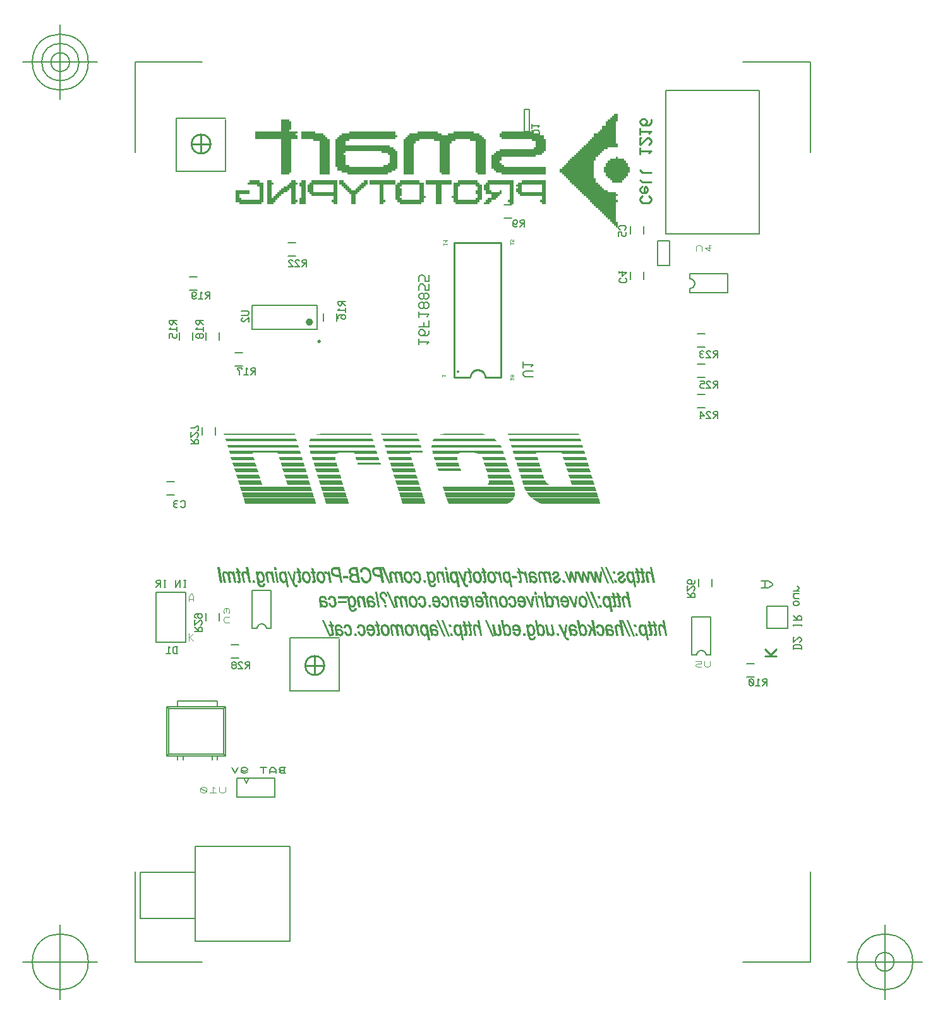
<source format=gbr>
G04 Generated by Ultiboard 14.0 *
%FSLAX33Y33*%
%MOMM*%

%ADD10C,0.001*%
%ADD11C,0.203*%
%ADD12C,0.001*%
%ADD13C,0.226*%
%ADD14C,0.042*%
%ADD15C,0.127*%
%ADD16C,0.254*%
%ADD17C,0.250*%
%ADD18C,0.156*%
%ADD19C,0.200*%
%ADD20C,0.500*%
%ADD21C,0.093*%
%ADD22C,0.135*%
%ADD23C,0.169*%


G04 ColorRGB FF14FF for the following layer *
%LNSilkscreen Bottom*%
%LPD*%
G54D10*
G54D11*
X76354Y52494D02*
X76354Y53494D01*
X75954Y53494D01*
X75754Y53294D01*
X75754Y53194D01*
X75954Y52994D01*
X76354Y52994D01*
X76254Y52994D02*
X75754Y52494D01*
X75454Y53294D02*
X75254Y53494D01*
X75054Y53494D01*
X74854Y53294D01*
X74854Y53194D01*
X75454Y52494D01*
X74854Y52494D01*
X74854Y52594D01*
X73954Y52894D02*
X74554Y52894D01*
X74054Y53494D01*
X74054Y52494D01*
X74154Y52494D02*
X73954Y52494D01*
X73668Y55744D02*
X74668Y55744D01*
X73668Y53994D02*
X74668Y53994D01*
X76354Y56558D02*
X76354Y57558D01*
X75954Y57558D01*
X75754Y57358D01*
X75754Y57258D01*
X75954Y57058D01*
X76354Y57058D01*
X76254Y57058D02*
X75754Y56558D01*
X75454Y57358D02*
X75254Y57558D01*
X75054Y57558D01*
X74854Y57358D01*
X74854Y57258D01*
X75454Y56558D01*
X74854Y56558D01*
X74854Y56658D01*
X73954Y57558D02*
X74554Y57558D01*
X74554Y57158D01*
X74154Y57158D01*
X73954Y56958D01*
X73954Y56758D01*
X74154Y56558D01*
X74554Y56558D01*
X73668Y59808D02*
X74668Y59808D01*
X73668Y58058D02*
X74668Y58058D01*
X76354Y60622D02*
X76354Y61622D01*
X75954Y61622D01*
X75754Y61422D01*
X75754Y61322D01*
X75954Y61122D01*
X76354Y61122D01*
X76254Y61122D02*
X75754Y60622D01*
X75454Y61422D02*
X75254Y61622D01*
X75054Y61622D01*
X74854Y61422D01*
X74854Y61322D01*
X75454Y60622D01*
X74854Y60622D01*
X74854Y60722D01*
X74454Y61522D02*
X74354Y61622D01*
X74154Y61622D01*
X73954Y61422D01*
X73954Y61222D01*
X74054Y61122D01*
X73954Y61022D01*
X73954Y60822D01*
X74154Y60622D01*
X74354Y60622D01*
X74454Y60722D01*
X74354Y61122D02*
X74054Y61122D01*
X73668Y63872D02*
X74668Y63872D01*
X73668Y62122D02*
X74668Y62122D01*
X77724Y71882D02*
X72644Y71882D01*
X72644Y69342D02*
X77724Y69342D01*
X72644Y69977D02*
X72644Y69342D01*
X72644Y71882D02*
X72644Y71247D01*
X77724Y69342D02*
X77724Y71882D01*
X72644Y69977D02*
X72699Y69979D01*
X72754Y69987D01*
X72808Y69999D01*
X72861Y70015D01*
X72912Y70036D01*
X72962Y70062D01*
X73008Y70092D01*
X73052Y70126D01*
X73093Y70163D01*
X73130Y70204D01*
X73164Y70248D01*
X73194Y70294D01*
X73220Y70344D01*
X73241Y70395D01*
X73257Y70448D01*
X73269Y70502D01*
X73277Y70557D01*
X73279Y70612D01*
X73277Y70667D01*
X73269Y70722D01*
X73257Y70776D01*
X73241Y70829D01*
X73220Y70880D01*
X73194Y70929D01*
X73164Y70976D01*
X73130Y71020D01*
X73093Y71061D01*
X73052Y71098D01*
X73008Y71132D01*
X72961Y71162D01*
X72912Y71187D01*
X72861Y71209D01*
X72808Y71225D01*
X72754Y71237D01*
X72699Y71245D01*
X72644Y71247D01*
X63362Y71312D02*
X63162Y71112D01*
X63162Y70912D01*
X63362Y70712D01*
X63962Y70712D01*
X64162Y70912D01*
X64162Y71112D01*
X63962Y71312D01*
X63562Y72212D02*
X63562Y71612D01*
X64162Y72112D01*
X63162Y72112D01*
X63162Y72012D02*
X63162Y72212D01*
X64632Y71128D02*
X64632Y72128D01*
X66432Y71128D02*
X66432Y72128D01*
X68288Y73026D02*
X68288Y76326D01*
X69888Y76326D01*
X69888Y73026D01*
X68288Y73026D01*
X69442Y77268D02*
X69442Y96468D01*
X81942Y96468D01*
X81942Y77268D01*
X69442Y77268D01*
X72898Y25908D02*
X72898Y20828D01*
X75438Y20828D02*
X75438Y25908D01*
X74803Y20828D02*
X75438Y20828D01*
X72898Y20828D02*
X73533Y20828D01*
X75438Y25908D02*
X72898Y25908D01*
X74803Y20828D02*
X74801Y20883D01*
X74793Y20938D01*
X74781Y20992D01*
X74765Y21045D01*
X74744Y21096D01*
X74718Y21146D01*
X74688Y21192D01*
X74654Y21236D01*
X74617Y21277D01*
X74576Y21314D01*
X74532Y21348D01*
X74486Y21378D01*
X74436Y21404D01*
X74385Y21425D01*
X74332Y21441D01*
X74278Y21453D01*
X74223Y21461D01*
X74168Y21463D01*
X74113Y21461D01*
X74058Y21453D01*
X74004Y21441D01*
X73951Y21425D01*
X73900Y21404D01*
X73851Y21378D01*
X73804Y21348D01*
X73760Y21314D01*
X73719Y21277D01*
X73682Y21236D01*
X73648Y21192D01*
X73618Y21145D01*
X73593Y21096D01*
X73571Y21045D01*
X73555Y20992D01*
X73543Y20938D01*
X73535Y20883D01*
X73533Y20828D01*
X72306Y28548D02*
X73306Y28548D01*
X73306Y28948D01*
X73106Y29148D01*
X73006Y29148D01*
X72806Y28948D01*
X72806Y28548D01*
X72806Y28648D02*
X72306Y29148D01*
X73106Y29448D02*
X73306Y29648D01*
X73306Y29848D01*
X73106Y30048D01*
X73006Y30048D01*
X72306Y29448D01*
X72306Y30048D01*
X72406Y30048D01*
X73306Y30848D02*
X73306Y30548D01*
X73106Y30348D01*
X72706Y30348D01*
X72506Y30348D01*
X72306Y30548D01*
X72306Y30748D01*
X72506Y30948D01*
X72706Y30948D01*
X72906Y30748D01*
X72906Y30548D01*
X72706Y30348D01*
X73796Y29980D02*
X73796Y30980D01*
X75546Y29980D02*
X75546Y30980D01*
X10410Y85598D02*
X3810Y85598D01*
X3810Y85720D02*
X3810Y92710D01*
X3814Y92710D02*
X10414Y92710D01*
X10414Y92588D02*
X10414Y85598D01*
X26500Y68226D02*
X25500Y68226D01*
X25500Y67826D01*
X25700Y67626D01*
X25800Y67626D01*
X26000Y67826D01*
X26000Y68226D01*
X26000Y68126D02*
X26500Y67626D01*
X25700Y67226D02*
X25500Y67026D01*
X26500Y67026D01*
X26500Y67326D02*
X26500Y66726D01*
X25500Y65926D02*
X25500Y66226D01*
X25700Y66426D01*
X26100Y66426D01*
X26300Y66426D01*
X26500Y66226D01*
X26500Y66026D01*
X26300Y65826D01*
X26100Y65826D01*
X25900Y66026D01*
X25900Y66226D01*
X26100Y66426D01*
X23504Y65540D02*
X23504Y66540D01*
X25254Y65540D02*
X25254Y66540D01*
X14378Y58336D02*
X14378Y59336D01*
X13978Y59336D01*
X13778Y59136D01*
X13778Y59036D01*
X13978Y58836D01*
X14378Y58836D01*
X14278Y58836D02*
X13778Y58336D01*
X13378Y59136D02*
X13178Y59336D01*
X13178Y58336D01*
X13478Y58336D02*
X12878Y58336D01*
X12278Y58336D02*
X12278Y58836D01*
X11978Y59136D01*
X11978Y59336D01*
X12578Y59336D01*
X12578Y59136D01*
X12692Y59572D02*
X11692Y59572D01*
X12692Y61322D02*
X11692Y61322D01*
X3894Y65686D02*
X2894Y65686D01*
X2894Y65286D01*
X3094Y65086D01*
X3194Y65086D01*
X3394Y65286D01*
X3394Y65686D01*
X3394Y65586D02*
X3894Y65086D01*
X3094Y64686D02*
X2894Y64486D01*
X3894Y64486D01*
X3894Y64786D02*
X3894Y64186D01*
X2894Y63286D02*
X2894Y63886D01*
X3294Y63886D01*
X3294Y63486D01*
X3494Y63286D01*
X3694Y63286D01*
X3894Y63486D01*
X3894Y63886D01*
X5960Y64000D02*
X5960Y63000D01*
X4210Y64000D02*
X4210Y63000D01*
X7450Y65686D02*
X6450Y65686D01*
X6450Y65286D01*
X6650Y65086D01*
X6750Y65086D01*
X6950Y65286D01*
X6950Y65686D01*
X6950Y65586D02*
X7450Y65086D01*
X6650Y64686D02*
X6450Y64486D01*
X7450Y64486D01*
X7450Y64786D02*
X7450Y64186D01*
X7450Y63486D02*
X7450Y63686D01*
X7250Y63886D01*
X7050Y63886D01*
X6950Y63786D01*
X6850Y63886D01*
X6650Y63886D01*
X6450Y63686D01*
X6450Y63486D01*
X6650Y63286D01*
X6850Y63286D01*
X6950Y63386D01*
X7050Y63286D01*
X7250Y63286D01*
X7450Y63486D01*
X6950Y63786D02*
X6950Y63386D01*
X9516Y64000D02*
X9516Y63000D01*
X7766Y64000D02*
X7766Y63000D01*
X8282Y68496D02*
X8282Y69496D01*
X7882Y69496D01*
X7682Y69296D01*
X7682Y69196D01*
X7882Y68996D01*
X8282Y68996D01*
X8182Y68996D02*
X7682Y68496D01*
X7282Y69296D02*
X7082Y69496D01*
X7082Y68496D01*
X7382Y68496D02*
X6782Y68496D01*
X6482Y68696D02*
X6282Y68496D01*
X6082Y68496D01*
X5882Y68696D01*
X5882Y69096D01*
X5882Y69296D01*
X6082Y69496D01*
X6282Y69496D01*
X6482Y69296D01*
X6482Y69096D01*
X6282Y68896D01*
X6082Y68896D01*
X5882Y69096D01*
X5596Y71492D02*
X6596Y71492D01*
X5596Y69742D02*
X6596Y69742D01*
X50446Y78148D02*
X50446Y79148D01*
X50046Y79148D01*
X49846Y78948D01*
X49846Y78848D01*
X50046Y78648D01*
X50446Y78648D01*
X50346Y78648D02*
X49846Y78148D01*
X49546Y78348D02*
X49346Y78148D01*
X49146Y78148D01*
X48946Y78348D01*
X48946Y78748D01*
X48946Y78948D01*
X49146Y79148D01*
X49346Y79148D01*
X49546Y78948D01*
X49546Y78748D01*
X49346Y78548D01*
X49146Y78548D01*
X48946Y78748D01*
X47760Y81144D02*
X48760Y81144D01*
X47760Y79394D02*
X48760Y79394D01*
X21236Y72814D02*
X21236Y73814D01*
X20836Y73814D01*
X20636Y73614D01*
X20636Y73514D01*
X20836Y73314D01*
X21236Y73314D01*
X21136Y73314D02*
X20636Y72814D01*
X20336Y73614D02*
X20136Y73814D01*
X19936Y73814D01*
X19736Y73614D01*
X19736Y73514D01*
X20336Y72814D01*
X19736Y72814D01*
X19736Y72914D01*
X19436Y73614D02*
X19236Y73814D01*
X19036Y73814D01*
X18836Y73614D01*
X18836Y73514D01*
X19436Y72814D01*
X18836Y72814D01*
X18836Y72914D01*
X18804Y76064D02*
X19804Y76064D01*
X18804Y74314D02*
X19804Y74314D01*
X4380Y40756D02*
X4580Y40556D01*
X4780Y40556D01*
X4980Y40756D01*
X4980Y41356D01*
X4780Y41556D01*
X4580Y41556D01*
X4380Y41356D01*
X3980Y41456D02*
X3880Y41556D01*
X3680Y41556D01*
X3480Y41356D01*
X3480Y41156D01*
X3580Y41056D01*
X3480Y40956D01*
X3480Y40756D01*
X3680Y40556D01*
X3880Y40556D01*
X3980Y40656D01*
X3880Y41056D02*
X3580Y41056D01*
X2548Y44080D02*
X3548Y44080D01*
X2548Y42280D02*
X3548Y42280D01*
X5758Y49122D02*
X6758Y49122D01*
X6758Y49522D01*
X6558Y49722D01*
X6458Y49722D01*
X6258Y49522D01*
X6258Y49122D01*
X6258Y49222D02*
X5758Y49722D01*
X6558Y50022D02*
X6758Y50222D01*
X6758Y50422D01*
X6558Y50622D01*
X6458Y50622D01*
X5758Y50022D01*
X5758Y50622D01*
X5858Y50622D01*
X5758Y51222D02*
X6258Y51222D01*
X6558Y51522D01*
X6758Y51522D01*
X6758Y50922D01*
X6558Y50922D01*
X9008Y51300D02*
X9008Y50300D01*
X7258Y51300D02*
X7258Y50300D01*
X82958Y16680D02*
X82958Y17680D01*
X82558Y17680D01*
X82358Y17480D01*
X82358Y17380D01*
X82558Y17180D01*
X82958Y17180D01*
X82858Y17180D02*
X82358Y16680D01*
X81958Y17480D02*
X81758Y17680D01*
X81758Y16680D01*
X82058Y16680D02*
X81458Y16680D01*
X81158Y17480D02*
X80958Y17680D01*
X80758Y17680D01*
X80558Y17480D01*
X80558Y16880D01*
X80758Y16680D01*
X80958Y16680D01*
X81158Y16880D01*
X81158Y17480D01*
X80558Y17480D02*
X81158Y16880D01*
X81272Y17916D02*
X80272Y17916D01*
X81272Y19666D02*
X80272Y19666D01*
X19050Y-4826D02*
X19050Y-17526D01*
X6350Y-17526D01*
X6350Y-4826D01*
X19050Y-4826D01*
X10414Y7292D02*
X2540Y7292D01*
X10160Y7546D02*
X2921Y7546D01*
X2540Y13896D02*
X10414Y13896D01*
X9271Y14658D02*
X3937Y14658D01*
X2794Y13642D02*
X8128Y13642D01*
X10414Y13896D02*
X10414Y7292D01*
X10160Y10721D02*
X10160Y7546D01*
X10414Y7292D01*
X9271Y7292D02*
X9271Y6784D01*
X8636Y7292D02*
X8636Y6784D01*
X10160Y13642D02*
X10160Y10721D01*
X10160Y13642D02*
X10414Y13896D01*
X8128Y13642D02*
X10033Y13642D01*
X10160Y13642D01*
X9271Y13896D02*
X9271Y14658D01*
X2540Y7292D02*
X2540Y13896D01*
X2794Y7546D02*
X2794Y9578D01*
X2540Y7292D02*
X2794Y7546D01*
X4699Y7292D02*
X4699Y6784D01*
X3937Y7292D02*
X3937Y6784D01*
X2921Y7546D02*
X2794Y7546D01*
X2540Y13896D02*
X2794Y13642D01*
X2794Y9578D02*
X2794Y13642D01*
X3937Y14658D02*
X3937Y13896D01*
X18401Y5010D02*
X17836Y5010D01*
X17554Y5162D01*
X17554Y5237D01*
X17836Y5388D01*
X17554Y5540D01*
X17554Y5615D01*
X17836Y5766D01*
X18260Y5766D01*
X18401Y5766D01*
X18260Y5388D02*
X17836Y5388D01*
X18260Y5766D02*
X18260Y5010D01*
X17131Y5010D02*
X17131Y5464D01*
X16849Y5766D01*
X16566Y5766D01*
X16284Y5464D01*
X16284Y5010D01*
X17131Y5237D02*
X16284Y5237D01*
X15438Y5010D02*
X15438Y5766D01*
X15861Y5766D02*
X15014Y5766D01*
X13321Y5162D02*
X13039Y5010D01*
X12756Y5010D01*
X12474Y5162D01*
X12474Y5464D01*
X12474Y5615D01*
X12756Y5766D01*
X13039Y5766D01*
X13321Y5615D01*
X13321Y5464D01*
X13039Y5313D01*
X12756Y5313D01*
X12474Y5464D01*
X12051Y5766D02*
X11628Y5010D01*
X11204Y5766D01*
X11938Y1778D02*
X17018Y1778D01*
X17018Y4318D02*
X11938Y4318D01*
X13208Y3683D02*
X12869Y4318D01*
X11938Y4318D02*
X11938Y1778D01*
X13504Y4318D02*
X13208Y3683D01*
X17018Y1778D02*
X17018Y4318D01*
X1048Y22558D02*
X1048Y29258D01*
X5048Y29258D01*
X5048Y22558D01*
X1048Y22558D01*
X13970Y29464D02*
X13970Y24384D01*
X16510Y24384D02*
X16510Y29464D01*
X15875Y24384D02*
X16510Y24384D01*
X13970Y24384D02*
X14605Y24384D01*
X16510Y29464D02*
X13970Y29464D01*
X15875Y24384D02*
X15873Y24439D01*
X15865Y24494D01*
X15853Y24548D01*
X15837Y24601D01*
X15816Y24652D01*
X15790Y24702D01*
X15760Y24748D01*
X15726Y24792D01*
X15689Y24833D01*
X15648Y24870D01*
X15604Y24904D01*
X15558Y24934D01*
X15508Y24960D01*
X15457Y24981D01*
X15404Y24997D01*
X15350Y25009D01*
X15295Y25017D01*
X15240Y25019D01*
X15185Y25017D01*
X15130Y25009D01*
X15076Y24997D01*
X15023Y24981D01*
X14972Y24960D01*
X14923Y24934D01*
X14876Y24904D01*
X14832Y24870D01*
X14791Y24833D01*
X14754Y24792D01*
X14720Y24748D01*
X14690Y24701D01*
X14665Y24652D01*
X14643Y24601D01*
X14627Y24548D01*
X14615Y24494D01*
X14607Y24439D01*
X14605Y24384D01*
X6266Y23976D02*
X7266Y23976D01*
X7266Y24376D01*
X7066Y24576D01*
X6966Y24576D01*
X6766Y24376D01*
X6766Y23976D01*
X6766Y24076D02*
X6266Y24576D01*
X7066Y24876D02*
X7266Y25076D01*
X7266Y25276D01*
X7066Y25476D01*
X6966Y25476D01*
X6266Y24876D01*
X6266Y25476D01*
X6366Y25476D01*
X6466Y25776D02*
X6266Y25976D01*
X6266Y26176D01*
X6466Y26376D01*
X6866Y26376D01*
X7066Y26376D01*
X7266Y26176D01*
X7266Y25976D01*
X7066Y25776D01*
X6866Y25776D01*
X6666Y25976D01*
X6666Y26176D01*
X6866Y26376D01*
X9516Y26408D02*
X9516Y25408D01*
X7766Y26408D02*
X7766Y25408D01*
X19054Y23114D02*
X25654Y23114D01*
X25654Y22992D02*
X25654Y16002D01*
X25650Y16002D02*
X19050Y16002D01*
X19050Y16124D02*
X19050Y23114D01*
X13616Y18966D02*
X13616Y19966D01*
X13216Y19966D01*
X13016Y19766D01*
X13016Y19666D01*
X13216Y19466D01*
X13616Y19466D01*
X13516Y19466D02*
X13016Y18966D01*
X12716Y19766D02*
X12516Y19966D01*
X12316Y19966D01*
X12116Y19766D01*
X12116Y19666D01*
X12716Y18966D01*
X12116Y18966D01*
X12116Y19066D01*
X11416Y18966D02*
X11616Y18966D01*
X11816Y19166D01*
X11816Y19366D01*
X11716Y19466D01*
X11816Y19566D01*
X11816Y19766D01*
X11616Y19966D01*
X11416Y19966D01*
X11216Y19766D01*
X11216Y19566D01*
X11316Y19466D01*
X11216Y19366D01*
X11216Y19166D01*
X11416Y18966D01*
X11716Y19466D02*
X11316Y19466D01*
X11184Y22216D02*
X12184Y22216D01*
X11184Y20466D02*
X12184Y20466D01*
X82928Y24408D02*
X82928Y27408D01*
X85728Y27408D01*
X85728Y24408D01*
X82928Y24408D01*
X63892Y77786D02*
X64092Y77986D01*
X64092Y78186D01*
X63892Y78386D01*
X63292Y78386D01*
X63092Y78186D01*
X63092Y77986D01*
X63292Y77786D01*
X63092Y76886D02*
X63092Y77486D01*
X63492Y77486D01*
X63492Y77086D01*
X63692Y76886D01*
X63892Y76886D01*
X64092Y77086D01*
X64092Y77486D01*
X66432Y78224D02*
X66432Y77224D01*
X64632Y78224D02*
X64632Y77224D01*
G54D12*
X73470Y74963D02*
X73470Y75568D01*
X73724Y75719D01*
X73978Y75719D01*
X74232Y75568D01*
X74232Y74963D01*
X75375Y75417D02*
X74613Y75417D01*
X75248Y74963D01*
X75248Y75719D01*
X75121Y75719D02*
X75375Y75719D01*
X75311Y19990D02*
X75311Y19386D01*
X75057Y19234D01*
X74803Y19234D01*
X74549Y19386D01*
X74549Y19990D01*
X73406Y19990D02*
X74168Y19990D01*
X74168Y19688D01*
X73660Y19688D01*
X73406Y19537D01*
X73406Y19386D01*
X73660Y19234D01*
X74168Y19234D01*
G36*
X62458Y93066D02*
X62458Y93066D01*
X62995Y93066D01*
X62995Y93328D01*
X62458Y93328D01*
X62458Y93066D01*
D02*
G37*
G36*
X62190Y92803D02*
X62190Y92803D01*
X62995Y92803D01*
X62995Y93066D01*
X62190Y93066D01*
X62190Y92803D01*
D02*
G37*
G36*
X61921Y92541D02*
X61921Y92541D01*
X62995Y92541D01*
X62995Y92803D01*
X61921Y92803D01*
X61921Y92541D01*
D02*
G37*
G36*
X17882Y92278D02*
X17882Y92278D01*
X18956Y92278D01*
X18956Y92541D01*
X17882Y92541D01*
X17882Y92278D01*
D02*
G37*
G36*
X61653Y92278D02*
X61653Y92278D01*
X62995Y92278D01*
X62995Y92541D01*
X61653Y92541D01*
X61653Y92278D01*
D02*
G37*
G36*
X17882Y92016D02*
X17882Y92016D01*
X19225Y92016D01*
X19225Y92278D01*
X17882Y92278D01*
X17882Y92016D01*
D02*
G37*
G36*
X61384Y92016D02*
X61384Y92016D01*
X62727Y92016D01*
X62727Y92278D01*
X61384Y92278D01*
X61384Y92016D01*
D02*
G37*
G36*
X17882Y91753D02*
X17882Y91753D01*
X19225Y91753D01*
X19225Y92016D01*
X17882Y92016D01*
X17882Y91753D01*
D02*
G37*
G36*
X61384Y91753D02*
X61384Y91753D01*
X62727Y91753D01*
X62727Y92016D01*
X61384Y92016D01*
X61384Y91753D01*
D02*
G37*
G36*
X17882Y91491D02*
X17882Y91491D01*
X19225Y91491D01*
X19225Y91753D01*
X17882Y91753D01*
X17882Y91491D01*
D02*
G37*
G36*
X60847Y91491D02*
X60847Y91491D01*
X62727Y91491D01*
X62727Y91753D01*
X60847Y91753D01*
X60847Y91491D01*
D02*
G37*
G36*
X17882Y91228D02*
X17882Y91228D01*
X19225Y91228D01*
X19225Y91491D01*
X17882Y91491D01*
X17882Y91228D01*
D02*
G37*
G36*
X60847Y91228D02*
X60847Y91228D01*
X62727Y91228D01*
X62727Y91491D01*
X60847Y91491D01*
X60847Y91228D01*
D02*
G37*
G36*
X17882Y90966D02*
X17882Y90966D01*
X18956Y90966D01*
X18956Y91228D01*
X17882Y91228D01*
X17882Y90966D01*
D02*
G37*
G36*
X60579Y90966D02*
X60579Y90966D01*
X62727Y90966D01*
X62727Y91228D01*
X60579Y91228D01*
X60579Y90966D01*
D02*
G37*
G36*
X14391Y90703D02*
X14391Y90703D01*
X20031Y90703D01*
X20031Y90966D01*
X14391Y90966D01*
X14391Y90703D01*
D02*
G37*
G36*
X20568Y90703D02*
X20568Y90703D01*
X22447Y90703D01*
X22447Y90966D01*
X20568Y90966D01*
X20568Y90703D01*
D02*
G37*
G36*
X27012Y90703D02*
X27012Y90703D01*
X33189Y90703D01*
X33189Y90966D01*
X27012Y90966D01*
X27012Y90703D01*
D02*
G37*
G36*
X36142Y90703D02*
X36142Y90703D01*
X38828Y90703D01*
X38828Y90966D01*
X36142Y90966D01*
X36142Y90703D01*
D02*
G37*
G36*
X40976Y90703D02*
X40976Y90703D01*
X43661Y90703D01*
X43661Y90966D01*
X40976Y90966D01*
X40976Y90703D01*
D02*
G37*
G36*
X47421Y90703D02*
X47421Y90703D01*
X51717Y90703D01*
X51717Y90966D01*
X47421Y90966D01*
X47421Y90703D01*
D02*
G37*
G36*
X60310Y90703D02*
X60310Y90703D01*
X62727Y90703D01*
X62727Y90966D01*
X60310Y90966D01*
X60310Y90703D01*
D02*
G37*
G36*
X14391Y90441D02*
X14391Y90441D01*
X19762Y90441D01*
X19762Y90703D01*
X14391Y90703D01*
X14391Y90441D01*
D02*
G37*
G36*
X20568Y90441D02*
X20568Y90441D01*
X23521Y90441D01*
X23521Y90703D01*
X20568Y90703D01*
X20568Y90441D01*
D02*
G37*
G36*
X25938Y90441D02*
X25938Y90441D01*
X33189Y90441D01*
X33189Y90703D01*
X25938Y90703D01*
X25938Y90441D01*
D02*
G37*
G36*
X35068Y90441D02*
X35068Y90441D01*
X39365Y90441D01*
X39365Y90703D01*
X35068Y90703D01*
X35068Y90441D01*
D02*
G37*
G36*
X40170Y90441D02*
X40170Y90441D01*
X44467Y90441D01*
X44467Y90703D01*
X40170Y90703D01*
X40170Y90441D01*
D02*
G37*
G36*
X47152Y90441D02*
X47152Y90441D01*
X52523Y90441D01*
X52523Y90703D01*
X47152Y90703D01*
X47152Y90441D01*
D02*
G37*
G36*
X59773Y90441D02*
X59773Y90441D01*
X62727Y90441D01*
X62727Y90703D01*
X59773Y90703D01*
X59773Y90441D01*
D02*
G37*
G36*
X14391Y90178D02*
X14391Y90178D01*
X20031Y90178D01*
X20031Y90441D01*
X14391Y90441D01*
X14391Y90178D01*
D02*
G37*
G36*
X20568Y90178D02*
X20568Y90178D01*
X23790Y90178D01*
X23790Y90441D01*
X20568Y90441D01*
X20568Y90178D01*
D02*
G37*
G36*
X25670Y90178D02*
X25670Y90178D01*
X33457Y90178D01*
X33457Y90441D01*
X25670Y90441D01*
X25670Y90178D01*
D02*
G37*
G36*
X34800Y90178D02*
X34800Y90178D01*
X44735Y90178D01*
X44735Y90441D01*
X34800Y90441D01*
X34800Y90178D01*
D02*
G37*
G36*
X47152Y90178D02*
X47152Y90178D01*
X53060Y90178D01*
X53060Y90441D01*
X47152Y90441D01*
X47152Y90178D01*
D02*
G37*
G36*
X59773Y90178D02*
X59773Y90178D01*
X62727Y90178D01*
X62727Y90441D01*
X59773Y90441D01*
X59773Y90178D01*
D02*
G37*
G36*
X14391Y89916D02*
X14391Y89916D01*
X20031Y89916D01*
X20031Y90178D01*
X14391Y90178D01*
X14391Y89916D01*
D02*
G37*
G36*
X20568Y89916D02*
X20568Y89916D01*
X24058Y89916D01*
X24058Y90178D01*
X20568Y90178D01*
X20568Y89916D01*
D02*
G37*
G36*
X25401Y89916D02*
X25401Y89916D01*
X33189Y89916D01*
X33189Y90178D01*
X25401Y90178D01*
X25401Y89916D01*
D02*
G37*
G36*
X34531Y89916D02*
X34531Y89916D01*
X45004Y89916D01*
X45004Y90178D01*
X34531Y90178D01*
X34531Y89916D01*
D02*
G37*
G36*
X47421Y89916D02*
X47421Y89916D01*
X53060Y89916D01*
X53060Y90178D01*
X47421Y90178D01*
X47421Y89916D01*
D02*
G37*
G36*
X59505Y89916D02*
X59505Y89916D01*
X62727Y89916D01*
X62727Y90178D01*
X59505Y90178D01*
X59505Y89916D01*
D02*
G37*
G36*
X17882Y89654D02*
X17882Y89654D01*
X19225Y89654D01*
X19225Y89916D01*
X17882Y89916D01*
X17882Y89654D01*
D02*
G37*
G36*
X22179Y89654D02*
X22179Y89654D01*
X24327Y89654D01*
X24327Y89916D01*
X22179Y89916D01*
X22179Y89654D01*
D02*
G37*
G36*
X25133Y89654D02*
X25133Y89654D01*
X27012Y89654D01*
X27012Y89916D01*
X25133Y89916D01*
X25133Y89654D01*
D02*
G37*
G36*
X34263Y89654D02*
X34263Y89654D01*
X36411Y89654D01*
X36411Y89916D01*
X34263Y89916D01*
X34263Y89654D01*
D02*
G37*
G36*
X38291Y89654D02*
X38291Y89654D01*
X41244Y89654D01*
X41244Y89916D01*
X38291Y89916D01*
X38291Y89654D01*
D02*
G37*
G36*
X43124Y89654D02*
X43124Y89654D01*
X45272Y89654D01*
X45272Y89916D01*
X43124Y89916D01*
X43124Y89654D01*
D02*
G37*
G36*
X51449Y89654D02*
X51449Y89654D01*
X53328Y89654D01*
X53328Y89916D01*
X51449Y89916D01*
X51449Y89654D01*
D02*
G37*
G36*
X59236Y89654D02*
X59236Y89654D01*
X62727Y89654D01*
X62727Y89916D01*
X59236Y89916D01*
X59236Y89654D01*
D02*
G37*
G36*
X17882Y89391D02*
X17882Y89391D01*
X19225Y89391D01*
X19225Y89654D01*
X17882Y89654D01*
X17882Y89391D01*
D02*
G37*
G36*
X22984Y89391D02*
X22984Y89391D01*
X24327Y89391D01*
X24327Y89654D01*
X22984Y89654D01*
X22984Y89391D01*
D02*
G37*
G36*
X25133Y89391D02*
X25133Y89391D01*
X26475Y89391D01*
X26475Y89654D01*
X25133Y89654D01*
X25133Y89391D01*
D02*
G37*
G36*
X34263Y89391D02*
X34263Y89391D01*
X35874Y89391D01*
X35874Y89654D01*
X34263Y89654D01*
X34263Y89391D01*
D02*
G37*
G36*
X39096Y89391D02*
X39096Y89391D01*
X40707Y89391D01*
X40707Y89654D01*
X39096Y89654D01*
X39096Y89391D01*
D02*
G37*
G36*
X43930Y89391D02*
X43930Y89391D01*
X45272Y89391D01*
X45272Y89654D01*
X43930Y89654D01*
X43930Y89391D01*
D02*
G37*
G36*
X51986Y89391D02*
X51986Y89391D01*
X53328Y89391D01*
X53328Y89654D01*
X51986Y89654D01*
X51986Y89391D01*
D02*
G37*
G36*
X58967Y89391D02*
X58967Y89391D01*
X62727Y89391D01*
X62727Y89654D01*
X58967Y89654D01*
X58967Y89391D01*
D02*
G37*
G36*
X17882Y89129D02*
X17882Y89129D01*
X19225Y89129D01*
X19225Y89391D01*
X17882Y89391D01*
X17882Y89129D01*
D02*
G37*
G36*
X22984Y89129D02*
X22984Y89129D01*
X24327Y89129D01*
X24327Y89391D01*
X22984Y89391D01*
X22984Y89129D01*
D02*
G37*
G36*
X25133Y89129D02*
X25133Y89129D01*
X26475Y89129D01*
X26475Y89391D01*
X25133Y89391D01*
X25133Y89129D01*
D02*
G37*
G36*
X34263Y89129D02*
X34263Y89129D01*
X35605Y89129D01*
X35605Y89391D01*
X34263Y89391D01*
X34263Y89129D01*
D02*
G37*
G36*
X39096Y89129D02*
X39096Y89129D01*
X40439Y89129D01*
X40439Y89391D01*
X39096Y89391D01*
X39096Y89129D01*
D02*
G37*
G36*
X43930Y89129D02*
X43930Y89129D01*
X45272Y89129D01*
X45272Y89391D01*
X43930Y89391D01*
X43930Y89129D01*
D02*
G37*
G36*
X51986Y89129D02*
X51986Y89129D01*
X53328Y89129D01*
X53328Y89391D01*
X51986Y89391D01*
X51986Y89129D01*
D02*
G37*
G36*
X58699Y89129D02*
X58699Y89129D01*
X62995Y89129D01*
X62995Y89391D01*
X58699Y89391D01*
X58699Y89129D01*
D02*
G37*
G36*
X17882Y88866D02*
X17882Y88866D01*
X19225Y88866D01*
X19225Y89129D01*
X17882Y89129D01*
X17882Y88866D01*
D02*
G37*
G36*
X22984Y88866D02*
X22984Y88866D01*
X24327Y88866D01*
X24327Y89129D01*
X22984Y89129D01*
X22984Y88866D01*
D02*
G37*
G36*
X25133Y88866D02*
X25133Y88866D01*
X32383Y88866D01*
X32383Y89129D01*
X25133Y89129D01*
X25133Y88866D01*
D02*
G37*
G36*
X34263Y88866D02*
X34263Y88866D01*
X35605Y88866D01*
X35605Y89129D01*
X34263Y89129D01*
X34263Y88866D01*
D02*
G37*
G36*
X39096Y88866D02*
X39096Y88866D01*
X40439Y88866D01*
X40439Y89129D01*
X39096Y89129D01*
X39096Y88866D01*
D02*
G37*
G36*
X43930Y88866D02*
X43930Y88866D01*
X45272Y88866D01*
X45272Y89129D01*
X43930Y89129D01*
X43930Y88866D01*
D02*
G37*
G36*
X51986Y88866D02*
X51986Y88866D01*
X53328Y88866D01*
X53328Y89129D01*
X51986Y89129D01*
X51986Y88866D01*
D02*
G37*
G36*
X58430Y88866D02*
X58430Y88866D01*
X62995Y88866D01*
X62995Y89129D01*
X58430Y89129D01*
X58430Y88866D01*
D02*
G37*
G36*
X17882Y88604D02*
X17882Y88604D01*
X19225Y88604D01*
X19225Y88866D01*
X17882Y88866D01*
X17882Y88604D01*
D02*
G37*
G36*
X22984Y88604D02*
X22984Y88604D01*
X24327Y88604D01*
X24327Y88866D01*
X22984Y88866D01*
X22984Y88604D01*
D02*
G37*
G36*
X25133Y88604D02*
X25133Y88604D01*
X32920Y88604D01*
X32920Y88866D01*
X25133Y88866D01*
X25133Y88604D01*
D02*
G37*
G36*
X34263Y88604D02*
X34263Y88604D01*
X35605Y88604D01*
X35605Y88866D01*
X34263Y88866D01*
X34263Y88604D01*
D02*
G37*
G36*
X39096Y88604D02*
X39096Y88604D01*
X40439Y88604D01*
X40439Y88866D01*
X39096Y88866D01*
X39096Y88604D01*
D02*
G37*
G36*
X43930Y88604D02*
X43930Y88604D01*
X45272Y88604D01*
X45272Y88866D01*
X43930Y88866D01*
X43930Y88604D01*
D02*
G37*
G36*
X51717Y88604D02*
X51717Y88604D01*
X53328Y88604D01*
X53328Y88866D01*
X51717Y88866D01*
X51717Y88604D01*
D02*
G37*
G36*
X58162Y88604D02*
X58162Y88604D01*
X61653Y88604D01*
X61653Y88866D01*
X58162Y88866D01*
X58162Y88604D01*
D02*
G37*
G36*
X17882Y88341D02*
X17882Y88341D01*
X19225Y88341D01*
X19225Y88604D01*
X17882Y88604D01*
X17882Y88341D01*
D02*
G37*
G36*
X22984Y88341D02*
X22984Y88341D01*
X24327Y88341D01*
X24327Y88604D01*
X22984Y88604D01*
X22984Y88341D01*
D02*
G37*
G36*
X25133Y88341D02*
X25133Y88341D01*
X33189Y88341D01*
X33189Y88604D01*
X25133Y88604D01*
X25133Y88341D01*
D02*
G37*
G36*
X34263Y88341D02*
X34263Y88341D01*
X35605Y88341D01*
X35605Y88604D01*
X34263Y88604D01*
X34263Y88341D01*
D02*
G37*
G36*
X39096Y88341D02*
X39096Y88341D01*
X40439Y88341D01*
X40439Y88604D01*
X39096Y88604D01*
X39096Y88341D01*
D02*
G37*
G36*
X43930Y88341D02*
X43930Y88341D01*
X45272Y88341D01*
X45272Y88604D01*
X43930Y88604D01*
X43930Y88341D01*
D02*
G37*
G36*
X47152Y88341D02*
X47152Y88341D01*
X53328Y88341D01*
X53328Y88604D01*
X47152Y88604D01*
X47152Y88341D01*
D02*
G37*
G36*
X57893Y88341D02*
X57893Y88341D01*
X61116Y88341D01*
X61116Y88604D01*
X57893Y88604D01*
X57893Y88341D01*
D02*
G37*
G36*
X17882Y88079D02*
X17882Y88079D01*
X19225Y88079D01*
X19225Y88341D01*
X17882Y88341D01*
X17882Y88079D01*
D02*
G37*
G36*
X22984Y88079D02*
X22984Y88079D01*
X24327Y88079D01*
X24327Y88341D01*
X22984Y88341D01*
X22984Y88079D01*
D02*
G37*
G36*
X25133Y88079D02*
X25133Y88079D01*
X26475Y88079D01*
X26475Y88341D01*
X25133Y88341D01*
X25133Y88079D01*
D02*
G37*
G36*
X31309Y88079D02*
X31309Y88079D01*
X33457Y88079D01*
X33457Y88341D01*
X31309Y88341D01*
X31309Y88079D01*
D02*
G37*
G36*
X34263Y88079D02*
X34263Y88079D01*
X35605Y88079D01*
X35605Y88341D01*
X34263Y88341D01*
X34263Y88079D01*
D02*
G37*
G36*
X39096Y88079D02*
X39096Y88079D01*
X40439Y88079D01*
X40439Y88341D01*
X39096Y88341D01*
X39096Y88079D01*
D02*
G37*
G36*
X43930Y88079D02*
X43930Y88079D01*
X45272Y88079D01*
X45272Y88341D01*
X43930Y88341D01*
X43930Y88079D01*
D02*
G37*
G36*
X46615Y88079D02*
X46615Y88079D01*
X53060Y88079D01*
X53060Y88341D01*
X46615Y88341D01*
X46615Y88079D01*
D02*
G37*
G36*
X57625Y88079D02*
X57625Y88079D01*
X60847Y88079D01*
X60847Y88341D01*
X57625Y88341D01*
X57625Y88079D01*
D02*
G37*
G36*
X17882Y87816D02*
X17882Y87816D01*
X19225Y87816D01*
X19225Y88079D01*
X17882Y88079D01*
X17882Y87816D01*
D02*
G37*
G36*
X22984Y87816D02*
X22984Y87816D01*
X24327Y87816D01*
X24327Y88079D01*
X22984Y88079D01*
X22984Y87816D01*
D02*
G37*
G36*
X25133Y87816D02*
X25133Y87816D01*
X26207Y87816D01*
X26207Y88079D01*
X25133Y88079D01*
X25133Y87816D01*
D02*
G37*
G36*
X32114Y87816D02*
X32114Y87816D01*
X33457Y87816D01*
X33457Y88079D01*
X32114Y88079D01*
X32114Y87816D01*
D02*
G37*
G36*
X34263Y87816D02*
X34263Y87816D01*
X35605Y87816D01*
X35605Y88079D01*
X34263Y88079D01*
X34263Y87816D01*
D02*
G37*
G36*
X39096Y87816D02*
X39096Y87816D01*
X40439Y87816D01*
X40439Y88079D01*
X39096Y88079D01*
X39096Y87816D01*
D02*
G37*
G36*
X43930Y87816D02*
X43930Y87816D01*
X45272Y87816D01*
X45272Y88079D01*
X43930Y88079D01*
X43930Y87816D01*
D02*
G37*
G36*
X46347Y87816D02*
X46347Y87816D01*
X52791Y87816D01*
X52791Y88079D01*
X46347Y88079D01*
X46347Y87816D01*
D02*
G37*
G36*
X57356Y87816D02*
X57356Y87816D01*
X60579Y87816D01*
X60579Y88079D01*
X57356Y88079D01*
X57356Y87816D01*
D02*
G37*
G36*
X17882Y87554D02*
X17882Y87554D01*
X19225Y87554D01*
X19225Y87816D01*
X17882Y87816D01*
X17882Y87554D01*
D02*
G37*
G36*
X22984Y87554D02*
X22984Y87554D01*
X24327Y87554D01*
X24327Y87816D01*
X22984Y87816D01*
X22984Y87554D01*
D02*
G37*
G36*
X25133Y87554D02*
X25133Y87554D01*
X26475Y87554D01*
X26475Y87816D01*
X25133Y87816D01*
X25133Y87554D01*
D02*
G37*
G36*
X32383Y87554D02*
X32383Y87554D01*
X33457Y87554D01*
X33457Y87816D01*
X32383Y87816D01*
X32383Y87554D01*
D02*
G37*
G36*
X34263Y87554D02*
X34263Y87554D01*
X35605Y87554D01*
X35605Y87816D01*
X34263Y87816D01*
X34263Y87554D01*
D02*
G37*
G36*
X39096Y87554D02*
X39096Y87554D01*
X40439Y87554D01*
X40439Y87816D01*
X39096Y87816D01*
X39096Y87554D01*
D02*
G37*
G36*
X43930Y87554D02*
X43930Y87554D01*
X45272Y87554D01*
X45272Y87816D01*
X43930Y87816D01*
X43930Y87554D01*
D02*
G37*
G36*
X46078Y87554D02*
X46078Y87554D01*
X51986Y87554D01*
X51986Y87816D01*
X46078Y87816D01*
X46078Y87554D01*
D02*
G37*
G36*
X57088Y87554D02*
X57088Y87554D01*
X60310Y87554D01*
X60310Y87816D01*
X57088Y87816D01*
X57088Y87554D01*
D02*
G37*
G36*
X17882Y87291D02*
X17882Y87291D01*
X19225Y87291D01*
X19225Y87554D01*
X17882Y87554D01*
X17882Y87291D01*
D02*
G37*
G36*
X22984Y87291D02*
X22984Y87291D01*
X24327Y87291D01*
X24327Y87554D01*
X22984Y87554D01*
X22984Y87291D01*
D02*
G37*
G36*
X25133Y87291D02*
X25133Y87291D01*
X26475Y87291D01*
X26475Y87554D01*
X25133Y87554D01*
X25133Y87291D01*
D02*
G37*
G36*
X32383Y87291D02*
X32383Y87291D01*
X33457Y87291D01*
X33457Y87554D01*
X32383Y87554D01*
X32383Y87291D01*
D02*
G37*
G36*
X34263Y87291D02*
X34263Y87291D01*
X35605Y87291D01*
X35605Y87554D01*
X34263Y87554D01*
X34263Y87291D01*
D02*
G37*
G36*
X39096Y87291D02*
X39096Y87291D01*
X40439Y87291D01*
X40439Y87554D01*
X39096Y87554D01*
X39096Y87291D01*
D02*
G37*
G36*
X43930Y87291D02*
X43930Y87291D01*
X45272Y87291D01*
X45272Y87554D01*
X43930Y87554D01*
X43930Y87291D01*
D02*
G37*
G36*
X46078Y87291D02*
X46078Y87291D01*
X47421Y87291D01*
X47421Y87554D01*
X46078Y87554D01*
X46078Y87291D01*
D02*
G37*
G36*
X56819Y87291D02*
X56819Y87291D01*
X60042Y87291D01*
X60042Y87554D01*
X56819Y87554D01*
X56819Y87291D01*
D02*
G37*
G36*
X62727Y87291D02*
X62727Y87291D01*
X62995Y87291D01*
X62995Y87554D01*
X62727Y87554D01*
X62727Y87291D01*
D02*
G37*
G36*
X17882Y87029D02*
X17882Y87029D01*
X19225Y87029D01*
X19225Y87291D01*
X17882Y87291D01*
X17882Y87029D01*
D02*
G37*
G36*
X22984Y87029D02*
X22984Y87029D01*
X24327Y87029D01*
X24327Y87291D01*
X22984Y87291D01*
X22984Y87029D01*
D02*
G37*
G36*
X25133Y87029D02*
X25133Y87029D01*
X26475Y87029D01*
X26475Y87291D01*
X25133Y87291D01*
X25133Y87029D01*
D02*
G37*
G36*
X32383Y87029D02*
X32383Y87029D01*
X33457Y87029D01*
X33457Y87291D01*
X32383Y87291D01*
X32383Y87029D01*
D02*
G37*
G36*
X34263Y87029D02*
X34263Y87029D01*
X35605Y87029D01*
X35605Y87291D01*
X34263Y87291D01*
X34263Y87029D01*
D02*
G37*
G36*
X39096Y87029D02*
X39096Y87029D01*
X40439Y87029D01*
X40439Y87291D01*
X39096Y87291D01*
X39096Y87029D01*
D02*
G37*
G36*
X43930Y87029D02*
X43930Y87029D01*
X45272Y87029D01*
X45272Y87291D01*
X43930Y87291D01*
X43930Y87029D01*
D02*
G37*
G36*
X46078Y87029D02*
X46078Y87029D01*
X47421Y87029D01*
X47421Y87291D01*
X46078Y87291D01*
X46078Y87029D01*
D02*
G37*
G36*
X56551Y87029D02*
X56551Y87029D01*
X60042Y87029D01*
X60042Y87291D01*
X56551Y87291D01*
X56551Y87029D01*
D02*
G37*
G36*
X61921Y87029D02*
X61921Y87029D01*
X63801Y87029D01*
X63801Y87291D01*
X61921Y87291D01*
X61921Y87029D01*
D02*
G37*
G36*
X17882Y86766D02*
X17882Y86766D01*
X19225Y86766D01*
X19225Y87029D01*
X17882Y87029D01*
X17882Y86766D01*
D02*
G37*
G36*
X22984Y86766D02*
X22984Y86766D01*
X24327Y86766D01*
X24327Y87029D01*
X22984Y87029D01*
X22984Y86766D01*
D02*
G37*
G36*
X25133Y86766D02*
X25133Y86766D01*
X26475Y86766D01*
X26475Y87029D01*
X25133Y87029D01*
X25133Y86766D01*
D02*
G37*
G36*
X32383Y86766D02*
X32383Y86766D01*
X33457Y86766D01*
X33457Y87029D01*
X32383Y87029D01*
X32383Y86766D01*
D02*
G37*
G36*
X34263Y86766D02*
X34263Y86766D01*
X35605Y86766D01*
X35605Y87029D01*
X34263Y87029D01*
X34263Y86766D01*
D02*
G37*
G36*
X39096Y86766D02*
X39096Y86766D01*
X40439Y86766D01*
X40439Y87029D01*
X39096Y87029D01*
X39096Y86766D01*
D02*
G37*
G36*
X43930Y86766D02*
X43930Y86766D01*
X45272Y86766D01*
X45272Y87029D01*
X43930Y87029D01*
X43930Y86766D01*
D02*
G37*
G36*
X46078Y86766D02*
X46078Y86766D01*
X47152Y86766D01*
X47152Y87029D01*
X46078Y87029D01*
X46078Y86766D01*
D02*
G37*
G36*
X56282Y86766D02*
X56282Y86766D01*
X59773Y86766D01*
X59773Y87029D01*
X56282Y87029D01*
X56282Y86766D01*
D02*
G37*
G36*
X61653Y86766D02*
X61653Y86766D01*
X64070Y86766D01*
X64070Y87029D01*
X61653Y87029D01*
X61653Y86766D01*
D02*
G37*
G36*
X17882Y86504D02*
X17882Y86504D01*
X19225Y86504D01*
X19225Y86766D01*
X17882Y86766D01*
X17882Y86504D01*
D02*
G37*
G36*
X22984Y86504D02*
X22984Y86504D01*
X24327Y86504D01*
X24327Y86766D01*
X22984Y86766D01*
X22984Y86504D01*
D02*
G37*
G36*
X25133Y86504D02*
X25133Y86504D01*
X26475Y86504D01*
X26475Y86766D01*
X25133Y86766D01*
X25133Y86504D01*
D02*
G37*
G36*
X32114Y86504D02*
X32114Y86504D01*
X33457Y86504D01*
X33457Y86766D01*
X32114Y86766D01*
X32114Y86504D01*
D02*
G37*
G36*
X34263Y86504D02*
X34263Y86504D01*
X35605Y86504D01*
X35605Y86766D01*
X34263Y86766D01*
X34263Y86504D01*
D02*
G37*
G36*
X39096Y86504D02*
X39096Y86504D01*
X40439Y86504D01*
X40439Y86766D01*
X39096Y86766D01*
X39096Y86504D01*
D02*
G37*
G36*
X43930Y86504D02*
X43930Y86504D01*
X45272Y86504D01*
X45272Y86766D01*
X43930Y86766D01*
X43930Y86504D01*
D02*
G37*
G36*
X46078Y86504D02*
X46078Y86504D01*
X47421Y86504D01*
X47421Y86766D01*
X46078Y86766D01*
X46078Y86504D01*
D02*
G37*
G36*
X56014Y86504D02*
X56014Y86504D01*
X59773Y86504D01*
X59773Y86766D01*
X56014Y86766D01*
X56014Y86504D01*
D02*
G37*
G36*
X61384Y86504D02*
X61384Y86504D01*
X64338Y86504D01*
X64338Y86766D01*
X61384Y86766D01*
X61384Y86504D01*
D02*
G37*
G36*
X17882Y86241D02*
X17882Y86241D01*
X19225Y86241D01*
X19225Y86504D01*
X17882Y86504D01*
X17882Y86241D01*
D02*
G37*
G36*
X22984Y86241D02*
X22984Y86241D01*
X24327Y86241D01*
X24327Y86504D01*
X22984Y86504D01*
X22984Y86241D01*
D02*
G37*
G36*
X25133Y86241D02*
X25133Y86241D01*
X27012Y86241D01*
X27012Y86504D01*
X25133Y86504D01*
X25133Y86241D01*
D02*
G37*
G36*
X31577Y86241D02*
X31577Y86241D01*
X33457Y86241D01*
X33457Y86504D01*
X31577Y86504D01*
X31577Y86241D01*
D02*
G37*
G36*
X34263Y86241D02*
X34263Y86241D01*
X35605Y86241D01*
X35605Y86504D01*
X34263Y86504D01*
X34263Y86241D01*
D02*
G37*
G36*
X39096Y86241D02*
X39096Y86241D01*
X40439Y86241D01*
X40439Y86504D01*
X39096Y86504D01*
X39096Y86241D01*
D02*
G37*
G36*
X43930Y86241D02*
X43930Y86241D01*
X45272Y86241D01*
X45272Y86504D01*
X43930Y86504D01*
X43930Y86241D01*
D02*
G37*
G36*
X46078Y86241D02*
X46078Y86241D01*
X47689Y86241D01*
X47689Y86504D01*
X46078Y86504D01*
X46078Y86241D01*
D02*
G37*
G36*
X55745Y86241D02*
X55745Y86241D01*
X59773Y86241D01*
X59773Y86504D01*
X55745Y86504D01*
X55745Y86241D01*
D02*
G37*
G36*
X61384Y86241D02*
X61384Y86241D01*
X64338Y86241D01*
X64338Y86504D01*
X61384Y86504D01*
X61384Y86241D01*
D02*
G37*
G36*
X17882Y85979D02*
X17882Y85979D01*
X19225Y85979D01*
X19225Y86241D01*
X17882Y86241D01*
X17882Y85979D01*
D02*
G37*
G36*
X22984Y85979D02*
X22984Y85979D01*
X24327Y85979D01*
X24327Y86241D01*
X22984Y86241D01*
X22984Y85979D01*
D02*
G37*
G36*
X25401Y85979D02*
X25401Y85979D01*
X33457Y85979D01*
X33457Y86241D01*
X25401Y86241D01*
X25401Y85979D01*
D02*
G37*
G36*
X34263Y85979D02*
X34263Y85979D01*
X35605Y85979D01*
X35605Y86241D01*
X34263Y86241D01*
X34263Y85979D01*
D02*
G37*
G36*
X39096Y85979D02*
X39096Y85979D01*
X40439Y85979D01*
X40439Y86241D01*
X39096Y86241D01*
X39096Y85979D01*
D02*
G37*
G36*
X43930Y85979D02*
X43930Y85979D01*
X45272Y85979D01*
X45272Y86241D01*
X43930Y86241D01*
X43930Y85979D01*
D02*
G37*
G36*
X46078Y85979D02*
X46078Y85979D01*
X53328Y85979D01*
X53328Y86241D01*
X46078Y86241D01*
X46078Y85979D01*
D02*
G37*
G36*
X55477Y85979D02*
X55477Y85979D01*
X59773Y85979D01*
X59773Y86241D01*
X55477Y86241D01*
X55477Y85979D01*
D02*
G37*
G36*
X61116Y85979D02*
X61116Y85979D01*
X64607Y85979D01*
X64607Y86241D01*
X61116Y86241D01*
X61116Y85979D01*
D02*
G37*
G36*
X17882Y85717D02*
X17882Y85717D01*
X19225Y85717D01*
X19225Y85979D01*
X17882Y85979D01*
X17882Y85717D01*
D02*
G37*
G36*
X22984Y85717D02*
X22984Y85717D01*
X24327Y85717D01*
X24327Y85979D01*
X22984Y85979D01*
X22984Y85717D01*
D02*
G37*
G36*
X25401Y85717D02*
X25401Y85717D01*
X33189Y85717D01*
X33189Y85979D01*
X25401Y85979D01*
X25401Y85717D01*
D02*
G37*
G36*
X34263Y85717D02*
X34263Y85717D01*
X35605Y85717D01*
X35605Y85979D01*
X34263Y85979D01*
X34263Y85717D01*
D02*
G37*
G36*
X39096Y85717D02*
X39096Y85717D01*
X40439Y85717D01*
X40439Y85979D01*
X39096Y85979D01*
X39096Y85717D01*
D02*
G37*
G36*
X43930Y85717D02*
X43930Y85717D01*
X45272Y85717D01*
X45272Y85979D01*
X43930Y85979D01*
X43930Y85717D01*
D02*
G37*
G36*
X46347Y85717D02*
X46347Y85717D01*
X53328Y85717D01*
X53328Y85979D01*
X46347Y85979D01*
X46347Y85717D01*
D02*
G37*
G36*
X55208Y85717D02*
X55208Y85717D01*
X59773Y85717D01*
X59773Y85979D01*
X55208Y85979D01*
X55208Y85717D01*
D02*
G37*
G36*
X61116Y85717D02*
X61116Y85717D01*
X64607Y85717D01*
X64607Y85979D01*
X61116Y85979D01*
X61116Y85717D01*
D02*
G37*
G36*
X17882Y85454D02*
X17882Y85454D01*
X19225Y85454D01*
X19225Y85717D01*
X17882Y85717D01*
X17882Y85454D01*
D02*
G37*
G36*
X22984Y85454D02*
X22984Y85454D01*
X24327Y85454D01*
X24327Y85717D01*
X22984Y85717D01*
X22984Y85454D01*
D02*
G37*
G36*
X25938Y85454D02*
X25938Y85454D01*
X32651Y85454D01*
X32651Y85717D01*
X25938Y85717D01*
X25938Y85454D01*
D02*
G37*
G36*
X34263Y85454D02*
X34263Y85454D01*
X35605Y85454D01*
X35605Y85717D01*
X34263Y85717D01*
X34263Y85454D01*
D02*
G37*
G36*
X39096Y85454D02*
X39096Y85454D01*
X40439Y85454D01*
X40439Y85717D01*
X39096Y85717D01*
X39096Y85454D01*
D02*
G37*
G36*
X43930Y85454D02*
X43930Y85454D01*
X45272Y85454D01*
X45272Y85717D01*
X43930Y85717D01*
X43930Y85454D01*
D02*
G37*
G36*
X46615Y85454D02*
X46615Y85454D01*
X53328Y85454D01*
X53328Y85717D01*
X46615Y85717D01*
X46615Y85454D01*
D02*
G37*
G36*
X55208Y85454D02*
X55208Y85454D01*
X59773Y85454D01*
X59773Y85717D01*
X55208Y85717D01*
X55208Y85454D01*
D02*
G37*
G36*
X61116Y85454D02*
X61116Y85454D01*
X64607Y85454D01*
X64607Y85717D01*
X61116Y85717D01*
X61116Y85454D01*
D02*
G37*
G36*
X17882Y85192D02*
X17882Y85192D01*
X18956Y85192D01*
X18956Y85454D01*
X17882Y85454D01*
X17882Y85192D01*
D02*
G37*
G36*
X22984Y85192D02*
X22984Y85192D01*
X24327Y85192D01*
X24327Y85454D01*
X22984Y85454D01*
X22984Y85192D01*
D02*
G37*
G36*
X26744Y85192D02*
X26744Y85192D01*
X32114Y85192D01*
X32114Y85454D01*
X26744Y85454D01*
X26744Y85192D01*
D02*
G37*
G36*
X34263Y85192D02*
X34263Y85192D01*
X35605Y85192D01*
X35605Y85454D01*
X34263Y85454D01*
X34263Y85192D01*
D02*
G37*
G36*
X39365Y85192D02*
X39365Y85192D01*
X40439Y85192D01*
X40439Y85454D01*
X39365Y85454D01*
X39365Y85192D01*
D02*
G37*
G36*
X44198Y85192D02*
X44198Y85192D01*
X45272Y85192D01*
X45272Y85454D01*
X44198Y85454D01*
X44198Y85192D01*
D02*
G37*
G36*
X47421Y85192D02*
X47421Y85192D01*
X53328Y85192D01*
X53328Y85454D01*
X47421Y85454D01*
X47421Y85192D01*
D02*
G37*
G36*
X55477Y85192D02*
X55477Y85192D01*
X59773Y85192D01*
X59773Y85454D01*
X55477Y85454D01*
X55477Y85192D01*
D02*
G37*
G36*
X61384Y85192D02*
X61384Y85192D01*
X64338Y85192D01*
X64338Y85454D01*
X61384Y85454D01*
X61384Y85192D01*
D02*
G37*
G36*
X55745Y84929D02*
X55745Y84929D01*
X59773Y84929D01*
X59773Y85192D01*
X55745Y85192D01*
X55745Y84929D01*
D02*
G37*
G36*
X61384Y84929D02*
X61384Y84929D01*
X64338Y84929D01*
X64338Y85192D01*
X61384Y85192D01*
X61384Y84929D01*
D02*
G37*
G36*
X56014Y84667D02*
X56014Y84667D01*
X59773Y84667D01*
X59773Y84929D01*
X56014Y84929D01*
X56014Y84667D01*
D02*
G37*
G36*
X61653Y84667D02*
X61653Y84667D01*
X64070Y84667D01*
X64070Y84929D01*
X61653Y84929D01*
X61653Y84667D01*
D02*
G37*
G36*
X56282Y84404D02*
X56282Y84404D01*
X60042Y84404D01*
X60042Y84667D01*
X56282Y84667D01*
X56282Y84404D01*
D02*
G37*
G36*
X61921Y84404D02*
X61921Y84404D01*
X63801Y84404D01*
X63801Y84667D01*
X61921Y84667D01*
X61921Y84404D01*
D02*
G37*
G36*
X13586Y84142D02*
X13586Y84142D01*
X14928Y84142D01*
X14928Y84404D01*
X13586Y84404D01*
X13586Y84142D01*
D02*
G37*
G36*
X16003Y84142D02*
X16003Y84142D01*
X16540Y84142D01*
X16540Y84404D01*
X16003Y84404D01*
X16003Y84142D01*
D02*
G37*
G36*
X19225Y84142D02*
X19225Y84142D01*
X19762Y84142D01*
X19762Y84404D01*
X19225Y84404D01*
X19225Y84142D01*
D02*
G37*
G36*
X20568Y84142D02*
X20568Y84142D01*
X21105Y84142D01*
X21105Y84404D01*
X20568Y84404D01*
X20568Y84142D01*
D02*
G37*
G36*
X21910Y84142D02*
X21910Y84142D01*
X25401Y84142D01*
X25401Y84404D01*
X21910Y84404D01*
X21910Y84142D01*
D02*
G37*
G36*
X25670Y84142D02*
X25670Y84142D01*
X26207Y84142D01*
X26207Y84404D01*
X25670Y84404D01*
X25670Y84142D01*
D02*
G37*
G36*
X28892Y84142D02*
X28892Y84142D01*
X29429Y84142D01*
X29429Y84404D01*
X28892Y84404D01*
X28892Y84142D01*
D02*
G37*
G36*
X29698Y84142D02*
X29698Y84142D01*
X33189Y84142D01*
X33189Y84404D01*
X29698Y84404D01*
X29698Y84142D01*
D02*
G37*
G36*
X33726Y84142D02*
X33726Y84142D01*
X36411Y84142D01*
X36411Y84404D01*
X33726Y84404D01*
X33726Y84142D01*
D02*
G37*
G36*
X37216Y84142D02*
X37216Y84142D01*
X40707Y84142D01*
X40707Y84404D01*
X37216Y84404D01*
X37216Y84142D01*
D02*
G37*
G36*
X41513Y84142D02*
X41513Y84142D01*
X44198Y84142D01*
X44198Y84404D01*
X41513Y84404D01*
X41513Y84142D01*
D02*
G37*
G36*
X45541Y84142D02*
X45541Y84142D01*
X49032Y84142D01*
X49032Y84404D01*
X45541Y84404D01*
X45541Y84142D01*
D02*
G37*
G36*
X50106Y84142D02*
X50106Y84142D01*
X53328Y84142D01*
X53328Y84404D01*
X50106Y84404D01*
X50106Y84142D01*
D02*
G37*
G36*
X56551Y84142D02*
X56551Y84142D01*
X60042Y84142D01*
X60042Y84404D01*
X56551Y84404D01*
X56551Y84142D01*
D02*
G37*
G36*
X62190Y84142D02*
X62190Y84142D01*
X63532Y84142D01*
X63532Y84404D01*
X62190Y84404D01*
X62190Y84142D01*
D02*
G37*
G36*
X13317Y83879D02*
X13317Y83879D01*
X15466Y83879D01*
X15466Y84142D01*
X13317Y84142D01*
X13317Y83879D01*
D02*
G37*
G36*
X16003Y83879D02*
X16003Y83879D01*
X16808Y83879D01*
X16808Y84142D01*
X16003Y84142D01*
X16003Y83879D01*
D02*
G37*
G36*
X18956Y83879D02*
X18956Y83879D01*
X20031Y83879D01*
X20031Y84142D01*
X18956Y84142D01*
X18956Y83879D01*
D02*
G37*
G36*
X20299Y83879D02*
X20299Y83879D01*
X21105Y83879D01*
X21105Y84142D01*
X20299Y84142D01*
X20299Y83879D01*
D02*
G37*
G36*
X21642Y83879D02*
X21642Y83879D01*
X25401Y83879D01*
X25401Y84142D01*
X21642Y84142D01*
X21642Y83879D01*
D02*
G37*
G36*
X25670Y83879D02*
X25670Y83879D01*
X26475Y83879D01*
X26475Y84142D01*
X25670Y84142D01*
X25670Y83879D01*
D02*
G37*
G36*
X28624Y83879D02*
X28624Y83879D01*
X29429Y83879D01*
X29429Y84142D01*
X28624Y84142D01*
X28624Y83879D01*
D02*
G37*
G36*
X29698Y83879D02*
X29698Y83879D01*
X33189Y83879D01*
X33189Y84142D01*
X29698Y84142D01*
X29698Y83879D01*
D02*
G37*
G36*
X33457Y83879D02*
X33457Y83879D01*
X36948Y83879D01*
X36948Y84142D01*
X33457Y84142D01*
X33457Y83879D01*
D02*
G37*
G36*
X37216Y83879D02*
X37216Y83879D01*
X40707Y83879D01*
X40707Y84142D01*
X37216Y84142D01*
X37216Y83879D01*
D02*
G37*
G36*
X40976Y83879D02*
X40976Y83879D01*
X44467Y83879D01*
X44467Y84142D01*
X40976Y84142D01*
X40976Y83879D01*
D02*
G37*
G36*
X45272Y83879D02*
X45272Y83879D01*
X49032Y83879D01*
X49032Y84142D01*
X45272Y84142D01*
X45272Y83879D01*
D02*
G37*
G36*
X49569Y83879D02*
X49569Y83879D01*
X53328Y83879D01*
X53328Y84142D01*
X49569Y84142D01*
X49569Y83879D01*
D02*
G37*
G36*
X56819Y83879D02*
X56819Y83879D01*
X60310Y83879D01*
X60310Y84142D01*
X56819Y84142D01*
X56819Y83879D01*
D02*
G37*
G36*
X14660Y83617D02*
X14660Y83617D01*
X15466Y83617D01*
X15466Y83879D01*
X14660Y83879D01*
X14660Y83617D01*
D02*
G37*
G36*
X16003Y83617D02*
X16003Y83617D01*
X16540Y83617D01*
X16540Y83879D01*
X16003Y83879D01*
X16003Y83617D01*
D02*
G37*
G36*
X18688Y83617D02*
X18688Y83617D01*
X19762Y83617D01*
X19762Y83879D01*
X18688Y83879D01*
X18688Y83617D01*
D02*
G37*
G36*
X20299Y83617D02*
X20299Y83617D01*
X21105Y83617D01*
X21105Y83879D01*
X20299Y83879D01*
X20299Y83617D01*
D02*
G37*
G36*
X21373Y83617D02*
X21373Y83617D01*
X22179Y83617D01*
X22179Y83879D01*
X21373Y83879D01*
X21373Y83617D01*
D02*
G37*
G36*
X24864Y83617D02*
X24864Y83617D01*
X25401Y83617D01*
X25401Y83879D01*
X24864Y83879D01*
X24864Y83617D01*
D02*
G37*
G36*
X25938Y83617D02*
X25938Y83617D01*
X26744Y83617D01*
X26744Y83879D01*
X25938Y83879D01*
X25938Y83617D01*
D02*
G37*
G36*
X28355Y83617D02*
X28355Y83617D01*
X29161Y83617D01*
X29161Y83879D01*
X28355Y83879D01*
X28355Y83617D01*
D02*
G37*
G36*
X31040Y83617D02*
X31040Y83617D01*
X31577Y83617D01*
X31577Y83879D01*
X31040Y83879D01*
X31040Y83617D01*
D02*
G37*
G36*
X33189Y83617D02*
X33189Y83617D01*
X33994Y83617D01*
X33994Y83879D01*
X33189Y83879D01*
X33189Y83617D01*
D02*
G37*
G36*
X36411Y83617D02*
X36411Y83617D01*
X36948Y83617D01*
X36948Y83879D01*
X36411Y83879D01*
X36411Y83617D01*
D02*
G37*
G36*
X38559Y83617D02*
X38559Y83617D01*
X39365Y83617D01*
X39365Y83879D01*
X38559Y83879D01*
X38559Y83617D01*
D02*
G37*
G36*
X40976Y83617D02*
X40976Y83617D01*
X41782Y83617D01*
X41782Y83879D01*
X40976Y83879D01*
X40976Y83617D01*
D02*
G37*
G36*
X43930Y83617D02*
X43930Y83617D01*
X44735Y83617D01*
X44735Y83879D01*
X43930Y83879D01*
X43930Y83617D01*
D02*
G37*
G36*
X45004Y83617D02*
X45004Y83617D01*
X45809Y83617D01*
X45809Y83879D01*
X45004Y83879D01*
X45004Y83617D01*
D02*
G37*
G36*
X48495Y83617D02*
X48495Y83617D01*
X49032Y83617D01*
X49032Y83879D01*
X48495Y83879D01*
X48495Y83617D01*
D02*
G37*
G36*
X49300Y83617D02*
X49300Y83617D01*
X50106Y83617D01*
X50106Y83879D01*
X49300Y83879D01*
X49300Y83617D01*
D02*
G37*
G36*
X52791Y83617D02*
X52791Y83617D01*
X53328Y83617D01*
X53328Y83879D01*
X52791Y83879D01*
X52791Y83617D01*
D02*
G37*
G36*
X57088Y83617D02*
X57088Y83617D01*
X60579Y83617D01*
X60579Y83879D01*
X57088Y83879D01*
X57088Y83617D01*
D02*
G37*
G36*
X14928Y83354D02*
X14928Y83354D01*
X15466Y83354D01*
X15466Y83617D01*
X14928Y83617D01*
X14928Y83354D01*
D02*
G37*
G36*
X16003Y83354D02*
X16003Y83354D01*
X16540Y83354D01*
X16540Y83617D01*
X16003Y83617D01*
X16003Y83354D01*
D02*
G37*
G36*
X18151Y83354D02*
X18151Y83354D01*
X19762Y83354D01*
X19762Y83617D01*
X18151Y83617D01*
X18151Y83354D01*
D02*
G37*
G36*
X20568Y83354D02*
X20568Y83354D01*
X21105Y83354D01*
X21105Y83617D01*
X20568Y83617D01*
X20568Y83354D01*
D02*
G37*
G36*
X21373Y83354D02*
X21373Y83354D01*
X22179Y83354D01*
X22179Y83617D01*
X21373Y83617D01*
X21373Y83354D01*
D02*
G37*
G36*
X24864Y83354D02*
X24864Y83354D01*
X25401Y83354D01*
X25401Y83617D01*
X24864Y83617D01*
X24864Y83354D01*
D02*
G37*
G36*
X26207Y83354D02*
X26207Y83354D01*
X27012Y83354D01*
X27012Y83617D01*
X26207Y83617D01*
X26207Y83354D01*
D02*
G37*
G36*
X28086Y83354D02*
X28086Y83354D01*
X28892Y83354D01*
X28892Y83617D01*
X28086Y83617D01*
X28086Y83354D01*
D02*
G37*
G36*
X31040Y83354D02*
X31040Y83354D01*
X31577Y83354D01*
X31577Y83617D01*
X31040Y83617D01*
X31040Y83354D01*
D02*
G37*
G36*
X33189Y83354D02*
X33189Y83354D01*
X33726Y83354D01*
X33726Y83617D01*
X33189Y83617D01*
X33189Y83354D01*
D02*
G37*
G36*
X36411Y83354D02*
X36411Y83354D01*
X36948Y83354D01*
X36948Y83617D01*
X36411Y83617D01*
X36411Y83354D01*
D02*
G37*
G36*
X38559Y83354D02*
X38559Y83354D01*
X39365Y83354D01*
X39365Y83617D01*
X38559Y83617D01*
X38559Y83354D01*
D02*
G37*
G36*
X40976Y83354D02*
X40976Y83354D01*
X41513Y83354D01*
X41513Y83617D01*
X40976Y83617D01*
X40976Y83354D01*
D02*
G37*
G36*
X44198Y83354D02*
X44198Y83354D01*
X44735Y83354D01*
X44735Y83617D01*
X44198Y83617D01*
X44198Y83354D01*
D02*
G37*
G36*
X45004Y83354D02*
X45004Y83354D01*
X45809Y83354D01*
X45809Y83617D01*
X45004Y83617D01*
X45004Y83354D01*
D02*
G37*
G36*
X48495Y83354D02*
X48495Y83354D01*
X49032Y83354D01*
X49032Y83617D01*
X48495Y83617D01*
X48495Y83354D01*
D02*
G37*
G36*
X49569Y83354D02*
X49569Y83354D01*
X50106Y83354D01*
X50106Y83617D01*
X49569Y83617D01*
X49569Y83354D01*
D02*
G37*
G36*
X52791Y83354D02*
X52791Y83354D01*
X53328Y83354D01*
X53328Y83617D01*
X52791Y83617D01*
X52791Y83354D01*
D02*
G37*
G36*
X57356Y83354D02*
X57356Y83354D01*
X60847Y83354D01*
X60847Y83617D01*
X57356Y83617D01*
X57356Y83354D01*
D02*
G37*
G36*
X14928Y83092D02*
X14928Y83092D01*
X15466Y83092D01*
X15466Y83354D01*
X14928Y83354D01*
X14928Y83092D01*
D02*
G37*
G36*
X16003Y83092D02*
X16003Y83092D01*
X16540Y83092D01*
X16540Y83354D01*
X16003Y83354D01*
X16003Y83092D01*
D02*
G37*
G36*
X17882Y83092D02*
X17882Y83092D01*
X18956Y83092D01*
X18956Y83354D01*
X17882Y83354D01*
X17882Y83092D01*
D02*
G37*
G36*
X19225Y83092D02*
X19225Y83092D01*
X19762Y83092D01*
X19762Y83354D01*
X19225Y83354D01*
X19225Y83092D01*
D02*
G37*
G36*
X20568Y83092D02*
X20568Y83092D01*
X21105Y83092D01*
X21105Y83354D01*
X20568Y83354D01*
X20568Y83092D01*
D02*
G37*
G36*
X21373Y83092D02*
X21373Y83092D01*
X22179Y83092D01*
X22179Y83354D01*
X21373Y83354D01*
X21373Y83092D01*
D02*
G37*
G36*
X24864Y83092D02*
X24864Y83092D01*
X25401Y83092D01*
X25401Y83354D01*
X24864Y83354D01*
X24864Y83092D01*
D02*
G37*
G36*
X26475Y83092D02*
X26475Y83092D01*
X27281Y83092D01*
X27281Y83354D01*
X26475Y83354D01*
X26475Y83092D01*
D02*
G37*
G36*
X27818Y83092D02*
X27818Y83092D01*
X28624Y83092D01*
X28624Y83354D01*
X27818Y83354D01*
X27818Y83092D01*
D02*
G37*
G36*
X31040Y83092D02*
X31040Y83092D01*
X31577Y83092D01*
X31577Y83354D01*
X31040Y83354D01*
X31040Y83092D01*
D02*
G37*
G36*
X33189Y83092D02*
X33189Y83092D01*
X33994Y83092D01*
X33994Y83354D01*
X33189Y83354D01*
X33189Y83092D01*
D02*
G37*
G36*
X36411Y83092D02*
X36411Y83092D01*
X36948Y83092D01*
X36948Y83354D01*
X36411Y83354D01*
X36411Y83092D01*
D02*
G37*
G36*
X38559Y83092D02*
X38559Y83092D01*
X39365Y83092D01*
X39365Y83354D01*
X38559Y83354D01*
X38559Y83092D01*
D02*
G37*
G36*
X40976Y83092D02*
X40976Y83092D01*
X41513Y83092D01*
X41513Y83354D01*
X40976Y83354D01*
X40976Y83092D01*
D02*
G37*
G36*
X44198Y83092D02*
X44198Y83092D01*
X44735Y83092D01*
X44735Y83354D01*
X44198Y83354D01*
X44198Y83092D01*
D02*
G37*
G36*
X45004Y83092D02*
X45004Y83092D01*
X45809Y83092D01*
X45809Y83354D01*
X45004Y83354D01*
X45004Y83092D01*
D02*
G37*
G36*
X48495Y83092D02*
X48495Y83092D01*
X49032Y83092D01*
X49032Y83354D01*
X48495Y83354D01*
X48495Y83092D01*
D02*
G37*
G36*
X49300Y83092D02*
X49300Y83092D01*
X50106Y83092D01*
X50106Y83354D01*
X49300Y83354D01*
X49300Y83092D01*
D02*
G37*
G36*
X52791Y83092D02*
X52791Y83092D01*
X53328Y83092D01*
X53328Y83354D01*
X52791Y83354D01*
X52791Y83092D01*
D02*
G37*
G36*
X57625Y83092D02*
X57625Y83092D01*
X61116Y83092D01*
X61116Y83354D01*
X57625Y83354D01*
X57625Y83092D01*
D02*
G37*
G36*
X11706Y82829D02*
X11706Y82829D01*
X13586Y82829D01*
X13586Y83092D01*
X11706Y83092D01*
X11706Y82829D01*
D02*
G37*
G36*
X14928Y82829D02*
X14928Y82829D01*
X15466Y82829D01*
X15466Y83092D01*
X14928Y83092D01*
X14928Y82829D01*
D02*
G37*
G36*
X16003Y82829D02*
X16003Y82829D01*
X16540Y82829D01*
X16540Y83092D01*
X16003Y83092D01*
X16003Y82829D01*
D02*
G37*
G36*
X17614Y82829D02*
X17614Y82829D01*
X18688Y82829D01*
X18688Y83092D01*
X17614Y83092D01*
X17614Y82829D01*
D02*
G37*
G36*
X19225Y82829D02*
X19225Y82829D01*
X19762Y82829D01*
X19762Y83092D01*
X19225Y83092D01*
X19225Y82829D01*
D02*
G37*
G36*
X20568Y82829D02*
X20568Y82829D01*
X21105Y82829D01*
X21105Y83092D01*
X20568Y83092D01*
X20568Y82829D01*
D02*
G37*
G36*
X21373Y82829D02*
X21373Y82829D01*
X22179Y82829D01*
X22179Y83092D01*
X21373Y83092D01*
X21373Y82829D01*
D02*
G37*
G36*
X24864Y82829D02*
X24864Y82829D01*
X25401Y82829D01*
X25401Y83092D01*
X24864Y83092D01*
X24864Y82829D01*
D02*
G37*
G36*
X26744Y82829D02*
X26744Y82829D01*
X28355Y82829D01*
X28355Y83092D01*
X26744Y83092D01*
X26744Y82829D01*
D02*
G37*
G36*
X31040Y82829D02*
X31040Y82829D01*
X31577Y82829D01*
X31577Y83092D01*
X31040Y83092D01*
X31040Y82829D01*
D02*
G37*
G36*
X33189Y82829D02*
X33189Y82829D01*
X33994Y82829D01*
X33994Y83092D01*
X33189Y83092D01*
X33189Y82829D01*
D02*
G37*
G36*
X36411Y82829D02*
X36411Y82829D01*
X36948Y82829D01*
X36948Y83092D01*
X36411Y83092D01*
X36411Y82829D01*
D02*
G37*
G36*
X38559Y82829D02*
X38559Y82829D01*
X39365Y82829D01*
X39365Y83092D01*
X38559Y83092D01*
X38559Y82829D01*
D02*
G37*
G36*
X40976Y82829D02*
X40976Y82829D01*
X41513Y82829D01*
X41513Y83092D01*
X40976Y83092D01*
X40976Y82829D01*
D02*
G37*
G36*
X43930Y82829D02*
X43930Y82829D01*
X44735Y82829D01*
X44735Y83092D01*
X43930Y83092D01*
X43930Y82829D01*
D02*
G37*
G36*
X45272Y82829D02*
X45272Y82829D01*
X46078Y82829D01*
X46078Y83092D01*
X45272Y83092D01*
X45272Y82829D01*
D02*
G37*
G36*
X47152Y82829D02*
X47152Y82829D01*
X47421Y82829D01*
X47421Y83092D01*
X47152Y83092D01*
X47152Y82829D01*
D02*
G37*
G36*
X48495Y82829D02*
X48495Y82829D01*
X49032Y82829D01*
X49032Y83092D01*
X48495Y83092D01*
X48495Y82829D01*
D02*
G37*
G36*
X49300Y82829D02*
X49300Y82829D01*
X50106Y82829D01*
X50106Y83092D01*
X49300Y83092D01*
X49300Y82829D01*
D02*
G37*
G36*
X52791Y82829D02*
X52791Y82829D01*
X53328Y82829D01*
X53328Y83092D01*
X52791Y83092D01*
X52791Y82829D01*
D02*
G37*
G36*
X57893Y82829D02*
X57893Y82829D01*
X61653Y82829D01*
X61653Y83092D01*
X57893Y83092D01*
X57893Y82829D01*
D02*
G37*
G36*
X11706Y82567D02*
X11706Y82567D01*
X13586Y82567D01*
X13586Y82829D01*
X11706Y82829D01*
X11706Y82567D01*
D02*
G37*
G36*
X14928Y82567D02*
X14928Y82567D01*
X15466Y82567D01*
X15466Y82829D01*
X14928Y82829D01*
X14928Y82567D01*
D02*
G37*
G36*
X16003Y82567D02*
X16003Y82567D01*
X16540Y82567D01*
X16540Y82829D01*
X16003Y82829D01*
X16003Y82567D01*
D02*
G37*
G36*
X17345Y82567D02*
X17345Y82567D01*
X18151Y82567D01*
X18151Y82829D01*
X17345Y82829D01*
X17345Y82567D01*
D02*
G37*
G36*
X19225Y82567D02*
X19225Y82567D01*
X19762Y82567D01*
X19762Y82829D01*
X19225Y82829D01*
X19225Y82567D01*
D02*
G37*
G36*
X20568Y82567D02*
X20568Y82567D01*
X21105Y82567D01*
X21105Y82829D01*
X20568Y82829D01*
X20568Y82567D01*
D02*
G37*
G36*
X21642Y82567D02*
X21642Y82567D01*
X25401Y82567D01*
X25401Y82829D01*
X21642Y82829D01*
X21642Y82567D01*
D02*
G37*
G36*
X27012Y82567D02*
X27012Y82567D01*
X28086Y82567D01*
X28086Y82829D01*
X27012Y82829D01*
X27012Y82567D01*
D02*
G37*
G36*
X31040Y82567D02*
X31040Y82567D01*
X31577Y82567D01*
X31577Y82829D01*
X31040Y82829D01*
X31040Y82567D01*
D02*
G37*
G36*
X33189Y82567D02*
X33189Y82567D01*
X33994Y82567D01*
X33994Y82829D01*
X33189Y82829D01*
X33189Y82567D01*
D02*
G37*
G36*
X36411Y82567D02*
X36411Y82567D01*
X36948Y82567D01*
X36948Y82829D01*
X36411Y82829D01*
X36411Y82567D01*
D02*
G37*
G36*
X38559Y82567D02*
X38559Y82567D01*
X39365Y82567D01*
X39365Y82829D01*
X38559Y82829D01*
X38559Y82567D01*
D02*
G37*
G36*
X40976Y82567D02*
X40976Y82567D01*
X41513Y82567D01*
X41513Y82829D01*
X40976Y82829D01*
X40976Y82567D01*
D02*
G37*
G36*
X43930Y82567D02*
X43930Y82567D01*
X44735Y82567D01*
X44735Y82829D01*
X43930Y82829D01*
X43930Y82567D01*
D02*
G37*
G36*
X45272Y82567D02*
X45272Y82567D01*
X47421Y82567D01*
X47421Y82829D01*
X45272Y82829D01*
X45272Y82567D01*
D02*
G37*
G36*
X48495Y82567D02*
X48495Y82567D01*
X49032Y82567D01*
X49032Y82829D01*
X48495Y82829D01*
X48495Y82567D01*
D02*
G37*
G36*
X49569Y82567D02*
X49569Y82567D01*
X53328Y82567D01*
X53328Y82829D01*
X49569Y82829D01*
X49569Y82567D01*
D02*
G37*
G36*
X58162Y82567D02*
X58162Y82567D01*
X62727Y82567D01*
X62727Y82829D01*
X58162Y82829D01*
X58162Y82567D01*
D02*
G37*
G36*
X11706Y82304D02*
X11706Y82304D01*
X12243Y82304D01*
X12243Y82567D01*
X11706Y82567D01*
X11706Y82304D01*
D02*
G37*
G36*
X14928Y82304D02*
X14928Y82304D01*
X15466Y82304D01*
X15466Y82567D01*
X14928Y82567D01*
X14928Y82304D01*
D02*
G37*
G36*
X16003Y82304D02*
X16003Y82304D01*
X16540Y82304D01*
X16540Y82567D01*
X16003Y82567D01*
X16003Y82304D01*
D02*
G37*
G36*
X17077Y82304D02*
X17077Y82304D01*
X17882Y82304D01*
X17882Y82567D01*
X17077Y82567D01*
X17077Y82304D01*
D02*
G37*
G36*
X19225Y82304D02*
X19225Y82304D01*
X19762Y82304D01*
X19762Y82567D01*
X19225Y82567D01*
X19225Y82304D01*
D02*
G37*
G36*
X20568Y82304D02*
X20568Y82304D01*
X21105Y82304D01*
X21105Y82567D01*
X20568Y82567D01*
X20568Y82304D01*
D02*
G37*
G36*
X21910Y82304D02*
X21910Y82304D01*
X25401Y82304D01*
X25401Y82567D01*
X21910Y82567D01*
X21910Y82304D01*
D02*
G37*
G36*
X27281Y82304D02*
X27281Y82304D01*
X27818Y82304D01*
X27818Y82567D01*
X27281Y82567D01*
X27281Y82304D01*
D02*
G37*
G36*
X31040Y82304D02*
X31040Y82304D01*
X31577Y82304D01*
X31577Y82567D01*
X31040Y82567D01*
X31040Y82304D01*
D02*
G37*
G36*
X33189Y82304D02*
X33189Y82304D01*
X33994Y82304D01*
X33994Y82567D01*
X33189Y82567D01*
X33189Y82304D01*
D02*
G37*
G36*
X36411Y82304D02*
X36411Y82304D01*
X36948Y82304D01*
X36948Y82567D01*
X36411Y82567D01*
X36411Y82304D01*
D02*
G37*
G36*
X38559Y82304D02*
X38559Y82304D01*
X39365Y82304D01*
X39365Y82567D01*
X38559Y82567D01*
X38559Y82304D01*
D02*
G37*
G36*
X40976Y82304D02*
X40976Y82304D01*
X41513Y82304D01*
X41513Y82567D01*
X40976Y82567D01*
X40976Y82304D01*
D02*
G37*
G36*
X44198Y82304D02*
X44198Y82304D01*
X44735Y82304D01*
X44735Y82567D01*
X44198Y82567D01*
X44198Y82304D01*
D02*
G37*
G36*
X46078Y82304D02*
X46078Y82304D01*
X47152Y82304D01*
X47152Y82567D01*
X46078Y82567D01*
X46078Y82304D01*
D02*
G37*
G36*
X48495Y82304D02*
X48495Y82304D01*
X49032Y82304D01*
X49032Y82567D01*
X48495Y82567D01*
X48495Y82304D01*
D02*
G37*
G36*
X49837Y82304D02*
X49837Y82304D01*
X53328Y82304D01*
X53328Y82567D01*
X49837Y82567D01*
X49837Y82304D01*
D02*
G37*
G36*
X58430Y82304D02*
X58430Y82304D01*
X62995Y82304D01*
X62995Y82567D01*
X58430Y82567D01*
X58430Y82304D01*
D02*
G37*
G36*
X11706Y82042D02*
X11706Y82042D01*
X12243Y82042D01*
X12243Y82304D01*
X11706Y82304D01*
X11706Y82042D01*
D02*
G37*
G36*
X14928Y82042D02*
X14928Y82042D01*
X15466Y82042D01*
X15466Y82304D01*
X14928Y82304D01*
X14928Y82042D01*
D02*
G37*
G36*
X16003Y82042D02*
X16003Y82042D01*
X16540Y82042D01*
X16540Y82304D01*
X16003Y82304D01*
X16003Y82042D01*
D02*
G37*
G36*
X16808Y82042D02*
X16808Y82042D01*
X17614Y82042D01*
X17614Y82304D01*
X16808Y82304D01*
X16808Y82042D01*
D02*
G37*
G36*
X19225Y82042D02*
X19225Y82042D01*
X19762Y82042D01*
X19762Y82304D01*
X19225Y82304D01*
X19225Y82042D01*
D02*
G37*
G36*
X20568Y82042D02*
X20568Y82042D01*
X21105Y82042D01*
X21105Y82304D01*
X20568Y82304D01*
X20568Y82042D01*
D02*
G37*
G36*
X24864Y82042D02*
X24864Y82042D01*
X25401Y82042D01*
X25401Y82304D01*
X24864Y82304D01*
X24864Y82042D01*
D02*
G37*
G36*
X27281Y82042D02*
X27281Y82042D01*
X27818Y82042D01*
X27818Y82304D01*
X27281Y82304D01*
X27281Y82042D01*
D02*
G37*
G36*
X31040Y82042D02*
X31040Y82042D01*
X31577Y82042D01*
X31577Y82304D01*
X31040Y82304D01*
X31040Y82042D01*
D02*
G37*
G36*
X33189Y82042D02*
X33189Y82042D01*
X33726Y82042D01*
X33726Y82304D01*
X33189Y82304D01*
X33189Y82042D01*
D02*
G37*
G36*
X36411Y82042D02*
X36411Y82042D01*
X37216Y82042D01*
X37216Y82304D01*
X36411Y82304D01*
X36411Y82042D01*
D02*
G37*
G36*
X38559Y82042D02*
X38559Y82042D01*
X39365Y82042D01*
X39365Y82304D01*
X38559Y82304D01*
X38559Y82042D01*
D02*
G37*
G36*
X40707Y82042D02*
X40707Y82042D01*
X41513Y82042D01*
X41513Y82304D01*
X40707Y82304D01*
X40707Y82042D01*
D02*
G37*
G36*
X44198Y82042D02*
X44198Y82042D01*
X44735Y82042D01*
X44735Y82304D01*
X44198Y82304D01*
X44198Y82042D01*
D02*
G37*
G36*
X46078Y82042D02*
X46078Y82042D01*
X46884Y82042D01*
X46884Y82304D01*
X46078Y82304D01*
X46078Y82042D01*
D02*
G37*
G36*
X48495Y82042D02*
X48495Y82042D01*
X49032Y82042D01*
X49032Y82304D01*
X48495Y82304D01*
X48495Y82042D01*
D02*
G37*
G36*
X52791Y82042D02*
X52791Y82042D01*
X53328Y82042D01*
X53328Y82304D01*
X52791Y82304D01*
X52791Y82042D01*
D02*
G37*
G36*
X58699Y82042D02*
X58699Y82042D01*
X62727Y82042D01*
X62727Y82304D01*
X58699Y82304D01*
X58699Y82042D01*
D02*
G37*
G36*
X11706Y81780D02*
X11706Y81780D01*
X12512Y81780D01*
X12512Y82042D01*
X11706Y82042D01*
X11706Y81780D01*
D02*
G37*
G36*
X14928Y81780D02*
X14928Y81780D01*
X15466Y81780D01*
X15466Y82042D01*
X14928Y82042D01*
X14928Y81780D01*
D02*
G37*
G36*
X16003Y81780D02*
X16003Y81780D01*
X17345Y81780D01*
X17345Y82042D01*
X16003Y82042D01*
X16003Y81780D01*
D02*
G37*
G36*
X19225Y81780D02*
X19225Y81780D01*
X19762Y81780D01*
X19762Y82042D01*
X19225Y82042D01*
X19225Y81780D01*
D02*
G37*
G36*
X20299Y81780D02*
X20299Y81780D01*
X21105Y81780D01*
X21105Y82042D01*
X20299Y82042D01*
X20299Y81780D01*
D02*
G37*
G36*
X24864Y81780D02*
X24864Y81780D01*
X25401Y81780D01*
X25401Y82042D01*
X24864Y82042D01*
X24864Y81780D01*
D02*
G37*
G36*
X27281Y81780D02*
X27281Y81780D01*
X27818Y81780D01*
X27818Y82042D01*
X27281Y82042D01*
X27281Y81780D01*
D02*
G37*
G36*
X31040Y81780D02*
X31040Y81780D01*
X31577Y81780D01*
X31577Y82042D01*
X31040Y82042D01*
X31040Y81780D01*
D02*
G37*
G36*
X33189Y81780D02*
X33189Y81780D01*
X33994Y81780D01*
X33994Y82042D01*
X33189Y82042D01*
X33189Y81780D01*
D02*
G37*
G36*
X36411Y81780D02*
X36411Y81780D01*
X36948Y81780D01*
X36948Y82042D01*
X36411Y82042D01*
X36411Y81780D01*
D02*
G37*
G36*
X38559Y81780D02*
X38559Y81780D01*
X39365Y81780D01*
X39365Y82042D01*
X38559Y82042D01*
X38559Y81780D01*
D02*
G37*
G36*
X40976Y81780D02*
X40976Y81780D01*
X41513Y81780D01*
X41513Y82042D01*
X40976Y82042D01*
X40976Y81780D01*
D02*
G37*
G36*
X43930Y81780D02*
X43930Y81780D01*
X44735Y81780D01*
X44735Y82042D01*
X43930Y82042D01*
X43930Y81780D01*
D02*
G37*
G36*
X45541Y81780D02*
X45541Y81780D01*
X46615Y81780D01*
X46615Y82042D01*
X45541Y82042D01*
X45541Y81780D01*
D02*
G37*
G36*
X48495Y81780D02*
X48495Y81780D01*
X49032Y81780D01*
X49032Y82042D01*
X48495Y82042D01*
X48495Y81780D01*
D02*
G37*
G36*
X52791Y81780D02*
X52791Y81780D01*
X53328Y81780D01*
X53328Y82042D01*
X52791Y82042D01*
X52791Y81780D01*
D02*
G37*
G36*
X58967Y81780D02*
X58967Y81780D01*
X62727Y81780D01*
X62727Y82042D01*
X58967Y82042D01*
X58967Y81780D01*
D02*
G37*
G36*
X11706Y81517D02*
X11706Y81517D01*
X15466Y81517D01*
X15466Y81780D01*
X11706Y81780D01*
X11706Y81517D01*
D02*
G37*
G36*
X16003Y81517D02*
X16003Y81517D01*
X17077Y81517D01*
X17077Y81780D01*
X16003Y81780D01*
X16003Y81517D01*
D02*
G37*
G36*
X19225Y81517D02*
X19225Y81517D01*
X20031Y81517D01*
X20031Y81780D01*
X19225Y81780D01*
X19225Y81517D01*
D02*
G37*
G36*
X20299Y81517D02*
X20299Y81517D01*
X21105Y81517D01*
X21105Y81780D01*
X20299Y81780D01*
X20299Y81517D01*
D02*
G37*
G36*
X24596Y81517D02*
X24596Y81517D01*
X25401Y81517D01*
X25401Y81780D01*
X24596Y81780D01*
X24596Y81517D01*
D02*
G37*
G36*
X27281Y81517D02*
X27281Y81517D01*
X27818Y81517D01*
X27818Y81780D01*
X27281Y81780D01*
X27281Y81517D01*
D02*
G37*
G36*
X31040Y81517D02*
X31040Y81517D01*
X31846Y81517D01*
X31846Y81780D01*
X31040Y81780D01*
X31040Y81517D01*
D02*
G37*
G36*
X33457Y81517D02*
X33457Y81517D01*
X36948Y81517D01*
X36948Y81780D01*
X33457Y81780D01*
X33457Y81517D01*
D02*
G37*
G36*
X38559Y81517D02*
X38559Y81517D01*
X39365Y81517D01*
X39365Y81780D01*
X38559Y81780D01*
X38559Y81517D01*
D02*
G37*
G36*
X40976Y81517D02*
X40976Y81517D01*
X44467Y81517D01*
X44467Y81780D01*
X40976Y81780D01*
X40976Y81517D01*
D02*
G37*
G36*
X45272Y81517D02*
X45272Y81517D01*
X46078Y81517D01*
X46078Y81780D01*
X45272Y81780D01*
X45272Y81517D01*
D02*
G37*
G36*
X48226Y81517D02*
X48226Y81517D01*
X49032Y81517D01*
X49032Y81780D01*
X48226Y81780D01*
X48226Y81517D01*
D02*
G37*
G36*
X52523Y81517D02*
X52523Y81517D01*
X53328Y81517D01*
X53328Y81780D01*
X52523Y81780D01*
X52523Y81517D01*
D02*
G37*
G36*
X59236Y81517D02*
X59236Y81517D01*
X62995Y81517D01*
X62995Y81780D01*
X59236Y81780D01*
X59236Y81517D01*
D02*
G37*
G36*
X12243Y81255D02*
X12243Y81255D01*
X15197Y81255D01*
X15197Y81517D01*
X12243Y81517D01*
X12243Y81255D01*
D02*
G37*
G36*
X16003Y81255D02*
X16003Y81255D01*
X16808Y81255D01*
X16808Y81517D01*
X16003Y81517D01*
X16003Y81255D01*
D02*
G37*
G36*
X19225Y81255D02*
X19225Y81255D01*
X19762Y81255D01*
X19762Y81517D01*
X19225Y81517D01*
X19225Y81255D01*
D02*
G37*
G36*
X20299Y81255D02*
X20299Y81255D01*
X21105Y81255D01*
X21105Y81517D01*
X20299Y81517D01*
X20299Y81255D01*
D02*
G37*
G36*
X24864Y81255D02*
X24864Y81255D01*
X25401Y81255D01*
X25401Y81517D01*
X24864Y81517D01*
X24864Y81255D01*
D02*
G37*
G36*
X27281Y81255D02*
X27281Y81255D01*
X27818Y81255D01*
X27818Y81517D01*
X27281Y81517D01*
X27281Y81255D01*
D02*
G37*
G36*
X31040Y81255D02*
X31040Y81255D01*
X31577Y81255D01*
X31577Y81517D01*
X31040Y81517D01*
X31040Y81255D01*
D02*
G37*
G36*
X33726Y81255D02*
X33726Y81255D01*
X36679Y81255D01*
X36679Y81517D01*
X33726Y81517D01*
X33726Y81255D01*
D02*
G37*
G36*
X38559Y81255D02*
X38559Y81255D01*
X39365Y81255D01*
X39365Y81517D01*
X38559Y81517D01*
X38559Y81255D01*
D02*
G37*
G36*
X41244Y81255D02*
X41244Y81255D01*
X44198Y81255D01*
X44198Y81517D01*
X41244Y81517D01*
X41244Y81255D01*
D02*
G37*
G36*
X45004Y81255D02*
X45004Y81255D01*
X45809Y81255D01*
X45809Y81517D01*
X45004Y81517D01*
X45004Y81255D01*
D02*
G37*
G36*
X48495Y81255D02*
X48495Y81255D01*
X49032Y81255D01*
X49032Y81517D01*
X48495Y81517D01*
X48495Y81255D01*
D02*
G37*
G36*
X52791Y81255D02*
X52791Y81255D01*
X53328Y81255D01*
X53328Y81517D01*
X52791Y81517D01*
X52791Y81255D01*
D02*
G37*
G36*
X59505Y81255D02*
X59505Y81255D01*
X62727Y81255D01*
X62727Y81517D01*
X59505Y81517D01*
X59505Y81255D01*
D02*
G37*
G36*
X59773Y80992D02*
X59773Y80992D01*
X62727Y80992D01*
X62727Y81255D01*
X59773Y81255D01*
X59773Y80992D01*
D02*
G37*
G36*
X60042Y80730D02*
X60042Y80730D01*
X62727Y80730D01*
X62727Y80992D01*
X60042Y80992D01*
X60042Y80730D01*
D02*
G37*
G36*
X60310Y80467D02*
X60310Y80467D01*
X62727Y80467D01*
X62727Y80730D01*
X60310Y80730D01*
X60310Y80467D01*
D02*
G37*
G36*
X60579Y80205D02*
X60579Y80205D01*
X62727Y80205D01*
X62727Y80467D01*
X60579Y80467D01*
X60579Y80205D01*
D02*
G37*
G36*
X60847Y79942D02*
X60847Y79942D01*
X62727Y79942D01*
X62727Y80205D01*
X60847Y80205D01*
X60847Y79942D01*
D02*
G37*
G36*
X61116Y79680D02*
X61116Y79680D01*
X62727Y79680D01*
X62727Y79942D01*
X61116Y79942D01*
X61116Y79680D01*
D02*
G37*
G36*
X61384Y79417D02*
X61384Y79417D01*
X62727Y79417D01*
X62727Y79680D01*
X61384Y79680D01*
X61384Y79417D01*
D02*
G37*
G36*
X61653Y79155D02*
X61653Y79155D01*
X62727Y79155D01*
X62727Y79417D01*
X61653Y79417D01*
X61653Y79155D01*
D02*
G37*
G36*
X61921Y78892D02*
X61921Y78892D01*
X62727Y78892D01*
X62727Y79155D01*
X61921Y79155D01*
X61921Y78892D01*
D02*
G37*
G36*
X62190Y78630D02*
X62190Y78630D01*
X62995Y78630D01*
X62995Y78892D01*
X62190Y78892D01*
X62190Y78630D01*
D02*
G37*
G36*
X62458Y78367D02*
X62458Y78367D01*
X62995Y78367D01*
X62995Y78630D01*
X62458Y78630D01*
X62458Y78367D01*
D02*
G37*
G36*
X62727Y78105D02*
X62727Y78105D01*
X62995Y78105D01*
X62995Y78367D01*
X62727Y78367D01*
X62727Y78105D01*
D02*
G37*
G36*
X66880Y30575D02*
X66880Y30575D01*
X66727Y31438D01*
X66738Y31929D01*
X66880Y30575D01*
D02*
G37*
X66727Y31438D01*
X66738Y31929D01*
X66880Y30575D01*
G36*
X66880Y30575D01*
X66738Y31929D01*
X66776Y31979D01*
X66880Y30575D01*
D02*
G37*
X66738Y31929D01*
X66776Y31979D01*
X66880Y30575D01*
G36*
X66880Y30575D01*
X66776Y31979D01*
X66822Y32020D01*
X66880Y30575D01*
D02*
G37*
X66776Y31979D01*
X66822Y32020D01*
X66880Y30575D01*
G36*
X66880Y30575D01*
X66822Y32020D01*
X66892Y31704D01*
X66880Y30575D01*
D02*
G37*
X66822Y32020D01*
X66892Y31704D01*
X66880Y30575D01*
G36*
X66880Y30575D01*
X66892Y31704D01*
X66900Y31618D01*
X66880Y30575D01*
D02*
G37*
X66892Y31704D01*
X66900Y31618D01*
X66880Y30575D01*
G36*
X66880Y30575D01*
X66900Y31618D01*
X66926Y31462D01*
X66880Y30575D01*
D02*
G37*
X66900Y31618D01*
X66926Y31462D01*
X66880Y30575D01*
G36*
X66880Y30575D01*
X66926Y31462D01*
X67085Y30575D01*
X66880Y30575D01*
D02*
G37*
X66926Y31462D01*
X67085Y30575D01*
X66880Y30575D01*
G36*
X67418Y31614D02*
X67418Y31614D01*
X67424Y31820D01*
X67477Y31450D01*
X67418Y31614D01*
D02*
G37*
X67424Y31820D01*
X67477Y31450D01*
X67418Y31614D01*
G36*
X67424Y31820D02*
X67424Y31820D01*
X67418Y31614D01*
X67348Y31723D01*
X67424Y31820D01*
D02*
G37*
X67418Y31614D01*
X67348Y31723D01*
X67424Y31820D01*
G36*
X67348Y31723D02*
X67348Y31723D01*
X67308Y31940D01*
X67424Y31820D01*
X67348Y31723D01*
D02*
G37*
X67308Y31940D01*
X67424Y31820D01*
X67348Y31723D01*
G36*
X67308Y31940D02*
X67308Y31940D01*
X67348Y31723D01*
X67258Y31802D01*
X67308Y31940D01*
D02*
G37*
X67348Y31723D01*
X67258Y31802D01*
X67308Y31940D01*
G36*
X67258Y31802D02*
X67258Y31802D01*
X67204Y32017D01*
X67308Y31940D01*
X67258Y31802D01*
D02*
G37*
X67204Y32017D01*
X67308Y31940D01*
X67258Y31802D01*
G36*
X67204Y32017D02*
X67204Y32017D01*
X67258Y31802D01*
X67157Y31851D01*
X67204Y32017D01*
D02*
G37*
X67258Y31802D01*
X67157Y31851D01*
X67204Y32017D01*
G36*
X67157Y31851D02*
X67157Y31851D01*
X67104Y32058D01*
X67204Y32017D01*
X67157Y31851D01*
D02*
G37*
X67104Y32058D01*
X67204Y32017D01*
X67157Y31851D01*
G36*
X67104Y32058D02*
X67104Y32058D01*
X67157Y31851D01*
X67052Y31867D01*
X67104Y32058D01*
D02*
G37*
X67157Y31851D01*
X67052Y31867D01*
X67104Y32058D01*
G36*
X67052Y31867D02*
X67052Y31867D01*
X67005Y32072D01*
X67104Y32058D01*
X67052Y31867D01*
D02*
G37*
X67005Y32072D01*
X67104Y32058D01*
X67052Y31867D01*
G36*
X67005Y32072D02*
X67005Y32072D01*
X67052Y31867D01*
X66987Y31856D01*
X67005Y32072D01*
D02*
G37*
X67052Y31867D01*
X66987Y31856D01*
X67005Y32072D01*
G36*
X66987Y31856D02*
X66987Y31856D01*
X66937Y32066D01*
X67005Y32072D01*
X66987Y31856D01*
D02*
G37*
X66937Y32066D01*
X67005Y32072D01*
X66987Y31856D01*
G36*
X66937Y32066D02*
X66937Y32066D01*
X66987Y31856D01*
X66936Y31823D01*
X66937Y32066D01*
D02*
G37*
X66987Y31856D01*
X66936Y31823D01*
X66937Y32066D01*
G36*
X66936Y31823D02*
X66936Y31823D01*
X66903Y31771D01*
X66937Y32066D01*
X66936Y31823D01*
D02*
G37*
X66903Y31771D01*
X66937Y32066D01*
X66936Y31823D01*
G36*
X66892Y31704D02*
X66892Y31704D01*
X66822Y32020D01*
X66937Y32066D01*
X66892Y31704D01*
D02*
G37*
X66822Y32020D01*
X66937Y32066D01*
X66892Y31704D01*
G36*
X66892Y31704D01*
X66937Y32066D01*
X66903Y31771D01*
X66892Y31704D01*
D02*
G37*
X66937Y32066D01*
X66903Y31771D01*
X66892Y31704D01*
G36*
X66699Y31613D02*
X66699Y31613D01*
X66690Y31725D01*
X66695Y31801D01*
X66699Y31613D01*
D02*
G37*
X66690Y31725D01*
X66695Y31801D01*
X66699Y31613D01*
G36*
X66699Y31613D01*
X66695Y31801D01*
X66738Y31929D01*
X66699Y31613D01*
D02*
G37*
X66695Y31801D01*
X66738Y31929D01*
X66699Y31613D01*
G36*
X66699Y31613D01*
X66738Y31929D01*
X66727Y31438D01*
X66699Y31613D01*
D02*
G37*
X66738Y31929D01*
X66727Y31438D01*
X66699Y31613D01*
G36*
X67530Y31204D02*
X67530Y31204D01*
X67477Y31450D01*
X67497Y32596D01*
X67530Y31204D01*
D02*
G37*
X67477Y31450D01*
X67497Y32596D01*
X67530Y31204D01*
G36*
X67530Y31204D01*
X67497Y32596D01*
X67843Y30575D01*
X67530Y31204D01*
D02*
G37*
X67497Y32596D01*
X67843Y30575D01*
X67530Y31204D01*
G36*
X67530Y31204D01*
X67843Y30575D01*
X67638Y30575D01*
X67530Y31204D01*
D02*
G37*
X67843Y30575D01*
X67638Y30575D01*
X67530Y31204D01*
G36*
X67424Y31820D02*
X67424Y31820D01*
X67290Y32596D01*
X67497Y32596D01*
X67424Y31820D01*
D02*
G37*
X67290Y32596D01*
X67497Y32596D01*
X67424Y31820D01*
G36*
X67424Y31820D01*
X67497Y32596D01*
X67477Y31450D01*
X67424Y31820D01*
D02*
G37*
X67497Y32596D01*
X67477Y31450D01*
X67424Y31820D01*
G36*
X66289Y30914D02*
X66289Y30914D01*
X66304Y32039D01*
X66296Y30854D01*
X66289Y30914D01*
D02*
G37*
X66304Y32039D01*
X66296Y30854D01*
X66289Y30914D01*
G36*
X66304Y32039D02*
X66304Y32039D01*
X66289Y30914D01*
X66270Y31039D01*
X66304Y32039D01*
D02*
G37*
X66289Y30914D01*
X66270Y31039D01*
X66304Y32039D01*
G36*
X66270Y31039D02*
X66270Y31039D01*
X66244Y32390D01*
X66304Y32039D01*
X66270Y31039D01*
D02*
G37*
X66244Y32390D01*
X66304Y32039D01*
X66270Y31039D01*
G36*
X66244Y32390D02*
X66244Y32390D01*
X66270Y31039D01*
X66132Y31846D01*
X66244Y32390D01*
D02*
G37*
X66270Y31039D01*
X66132Y31846D01*
X66244Y32390D01*
G36*
X66132Y31846D02*
X66132Y31846D01*
X66099Y32039D01*
X66244Y32390D01*
X66132Y31846D01*
D02*
G37*
X66099Y32039D01*
X66244Y32390D01*
X66132Y31846D01*
G36*
X66099Y32039D02*
X66099Y32039D01*
X66132Y31846D01*
X65932Y31846D01*
X66099Y32039D01*
D02*
G37*
X66132Y31846D01*
X65932Y31846D01*
X66099Y32039D01*
G36*
X65932Y31846D02*
X65932Y31846D01*
X65899Y32039D01*
X66099Y32039D01*
X65932Y31846D01*
D02*
G37*
X65899Y32039D01*
X66099Y32039D01*
X65932Y31846D01*
G36*
X66496Y30682D02*
X66496Y30682D01*
X66447Y30611D01*
X66482Y30998D01*
X66496Y30682D01*
D02*
G37*
X66447Y30611D01*
X66482Y30998D01*
X66496Y30682D01*
G36*
X66496Y30682D01*
X66482Y30998D01*
X66505Y30854D01*
X66496Y30682D01*
D02*
G37*
X66482Y30998D01*
X66505Y30854D01*
X66496Y30682D01*
G36*
X66496Y30682D01*
X66505Y30854D01*
X66512Y30774D01*
X66496Y30682D01*
D02*
G37*
X66505Y30854D01*
X66512Y30774D01*
X66496Y30682D01*
G36*
X66371Y30566D02*
X66371Y30566D01*
X66271Y30551D01*
X66275Y30784D01*
X66371Y30566D01*
D02*
G37*
X66271Y30551D01*
X66275Y30784D01*
X66371Y30566D01*
G36*
X66371Y30566D01*
X66275Y30784D01*
X66291Y30812D01*
X66371Y30566D01*
D02*
G37*
X66275Y30784D01*
X66291Y30812D01*
X66371Y30566D01*
G36*
X66371Y30566D01*
X66291Y30812D01*
X66296Y30854D01*
X66371Y30566D01*
D02*
G37*
X66291Y30812D01*
X66296Y30854D01*
X66371Y30566D01*
G36*
X66371Y30566D01*
X66296Y30854D01*
X66304Y32039D01*
X66371Y30566D01*
D02*
G37*
X66296Y30854D01*
X66304Y32039D01*
X66371Y30566D01*
G36*
X66371Y30566D01*
X66304Y32039D01*
X66337Y31846D01*
X66371Y30566D01*
D02*
G37*
X66304Y32039D01*
X66337Y31846D01*
X66371Y30566D01*
G36*
X66371Y30566D01*
X66337Y31846D01*
X66482Y30998D01*
X66371Y30566D01*
D02*
G37*
X66337Y31846D01*
X66482Y30998D01*
X66371Y30566D01*
G36*
X66371Y30566D01*
X66482Y30998D01*
X66447Y30611D01*
X66371Y30566D01*
D02*
G37*
X66482Y30998D01*
X66447Y30611D01*
X66371Y30566D01*
G36*
X66152Y30766D02*
X66152Y30766D01*
X66203Y30557D01*
X66133Y30574D01*
X66152Y30766D01*
D02*
G37*
X66203Y30557D01*
X66133Y30574D01*
X66152Y30766D01*
G36*
X66203Y30557D02*
X66203Y30557D01*
X66152Y30766D01*
X66211Y30762D01*
X66203Y30557D01*
D02*
G37*
X66152Y30766D01*
X66211Y30762D01*
X66203Y30557D01*
G36*
X66211Y30762D02*
X66211Y30762D01*
X66271Y30551D01*
X66203Y30557D01*
X66211Y30762D01*
D02*
G37*
X66271Y30551D01*
X66203Y30557D01*
X66211Y30762D01*
G36*
X66271Y30551D02*
X66271Y30551D01*
X66211Y30762D01*
X66248Y30767D01*
X66271Y30551D01*
D02*
G37*
X66211Y30762D01*
X66248Y30767D01*
X66271Y30551D01*
G36*
X66248Y30767D02*
X66248Y30767D01*
X66275Y30784D01*
X66271Y30551D01*
X66248Y30767D01*
D02*
G37*
X66275Y30784D01*
X66271Y30551D01*
X66248Y30767D01*
G36*
X66337Y31846D02*
X66337Y31846D01*
X66304Y32039D01*
X66465Y32039D01*
X66337Y31846D01*
D02*
G37*
X66304Y32039D01*
X66465Y32039D01*
X66337Y31846D01*
G36*
X66337Y31846D01*
X66465Y32039D01*
X66498Y31846D01*
X66337Y31846D01*
D02*
G37*
X66465Y32039D01*
X66498Y31846D01*
X66337Y31846D01*
G36*
X66244Y32390D02*
X66244Y32390D01*
X66099Y32039D01*
X66009Y32563D01*
X66244Y32390D01*
D02*
G37*
X66099Y32039D01*
X66009Y32563D01*
X66244Y32390D01*
G36*
X66152Y30766D02*
X66152Y30766D01*
X66133Y30574D01*
X66098Y30778D01*
X66152Y30766D01*
D02*
G37*
X66133Y30574D01*
X66098Y30778D01*
X66152Y30766D01*
G36*
X65646Y30914D02*
X65646Y30914D01*
X65661Y32039D01*
X65652Y30854D01*
X65646Y30914D01*
D02*
G37*
X65661Y32039D01*
X65652Y30854D01*
X65646Y30914D01*
G36*
X65661Y32039D02*
X65661Y32039D01*
X65646Y30914D01*
X65626Y31039D01*
X65661Y32039D01*
D02*
G37*
X65646Y30914D01*
X65626Y31039D01*
X65661Y32039D01*
G36*
X65626Y31039D02*
X65626Y31039D01*
X65600Y32390D01*
X65661Y32039D01*
X65626Y31039D01*
D02*
G37*
X65600Y32390D01*
X65661Y32039D01*
X65626Y31039D01*
G36*
X65600Y32390D02*
X65600Y32390D01*
X65626Y31039D01*
X65488Y31846D01*
X65600Y32390D01*
D02*
G37*
X65626Y31039D01*
X65488Y31846D01*
X65600Y32390D01*
G36*
X65488Y31846D02*
X65488Y31846D01*
X65455Y32039D01*
X65600Y32390D01*
X65488Y31846D01*
D02*
G37*
X65455Y32039D01*
X65600Y32390D01*
X65488Y31846D01*
G36*
X65455Y32039D02*
X65455Y32039D01*
X65488Y31846D01*
X65288Y31846D01*
X65455Y32039D01*
D02*
G37*
X65488Y31846D01*
X65288Y31846D01*
X65455Y32039D01*
G36*
X65288Y31846D02*
X65288Y31846D01*
X65255Y32039D01*
X65455Y32039D01*
X65288Y31846D01*
D02*
G37*
X65255Y32039D01*
X65455Y32039D01*
X65288Y31846D01*
G36*
X65853Y30682D02*
X65853Y30682D01*
X65804Y30611D01*
X65839Y30998D01*
X65853Y30682D01*
D02*
G37*
X65804Y30611D01*
X65839Y30998D01*
X65853Y30682D01*
G36*
X65853Y30682D01*
X65839Y30998D01*
X65861Y30854D01*
X65853Y30682D01*
D02*
G37*
X65839Y30998D01*
X65861Y30854D01*
X65853Y30682D01*
G36*
X65853Y30682D01*
X65861Y30854D01*
X65869Y30774D01*
X65853Y30682D01*
D02*
G37*
X65861Y30854D01*
X65869Y30774D01*
X65853Y30682D01*
G36*
X65727Y30566D02*
X65727Y30566D01*
X65628Y30551D01*
X65631Y30784D01*
X65727Y30566D01*
D02*
G37*
X65628Y30551D01*
X65631Y30784D01*
X65727Y30566D01*
G36*
X65727Y30566D01*
X65631Y30784D01*
X65647Y30812D01*
X65727Y30566D01*
D02*
G37*
X65631Y30784D01*
X65647Y30812D01*
X65727Y30566D01*
G36*
X65727Y30566D01*
X65647Y30812D01*
X65652Y30854D01*
X65727Y30566D01*
D02*
G37*
X65647Y30812D01*
X65652Y30854D01*
X65727Y30566D01*
G36*
X65727Y30566D01*
X65652Y30854D01*
X65661Y32039D01*
X65727Y30566D01*
D02*
G37*
X65652Y30854D01*
X65661Y32039D01*
X65727Y30566D01*
G36*
X65727Y30566D01*
X65661Y32039D01*
X65694Y31846D01*
X65727Y30566D01*
D02*
G37*
X65661Y32039D01*
X65694Y31846D01*
X65727Y30566D01*
G36*
X65727Y30566D01*
X65694Y31846D01*
X65839Y30998D01*
X65727Y30566D01*
D02*
G37*
X65694Y31846D01*
X65839Y30998D01*
X65727Y30566D01*
G36*
X65727Y30566D01*
X65839Y30998D01*
X65804Y30611D01*
X65727Y30566D01*
D02*
G37*
X65839Y30998D01*
X65804Y30611D01*
X65727Y30566D01*
G36*
X65508Y30766D02*
X65508Y30766D01*
X65560Y30557D01*
X65490Y30574D01*
X65508Y30766D01*
D02*
G37*
X65560Y30557D01*
X65490Y30574D01*
X65508Y30766D01*
G36*
X65560Y30557D02*
X65560Y30557D01*
X65508Y30766D01*
X65567Y30762D01*
X65560Y30557D01*
D02*
G37*
X65508Y30766D01*
X65567Y30762D01*
X65560Y30557D01*
G36*
X65567Y30762D02*
X65567Y30762D01*
X65628Y30551D01*
X65560Y30557D01*
X65567Y30762D01*
D02*
G37*
X65628Y30551D01*
X65560Y30557D01*
X65567Y30762D01*
G36*
X65628Y30551D02*
X65628Y30551D01*
X65567Y30762D01*
X65604Y30767D01*
X65628Y30551D01*
D02*
G37*
X65567Y30762D01*
X65604Y30767D01*
X65628Y30551D01*
G36*
X65604Y30767D02*
X65604Y30767D01*
X65631Y30784D01*
X65628Y30551D01*
X65604Y30767D01*
D02*
G37*
X65631Y30784D01*
X65628Y30551D01*
X65604Y30767D01*
G36*
X65694Y31846D02*
X65694Y31846D01*
X65661Y32039D01*
X65822Y32039D01*
X65694Y31846D01*
D02*
G37*
X65661Y32039D01*
X65822Y32039D01*
X65694Y31846D01*
G36*
X65694Y31846D01*
X65822Y32039D01*
X65855Y31846D01*
X65694Y31846D01*
D02*
G37*
X65822Y32039D01*
X65855Y31846D01*
X65694Y31846D01*
G36*
X65600Y32390D02*
X65600Y32390D01*
X65455Y32039D01*
X65365Y32563D01*
X65600Y32390D01*
D02*
G37*
X65455Y32039D01*
X65365Y32563D01*
X65600Y32390D01*
G36*
X65508Y30766D02*
X65508Y30766D01*
X65490Y30574D01*
X65455Y30778D01*
X65508Y30766D01*
D02*
G37*
X65490Y30574D01*
X65455Y30778D01*
X65508Y30766D01*
G36*
X64947Y31329D02*
X64947Y31329D01*
X65021Y32039D01*
X64964Y31126D01*
X64947Y31329D01*
D02*
G37*
X65021Y32039D01*
X64964Y31126D01*
X64947Y31329D01*
G36*
X65021Y32039D02*
X65021Y32039D01*
X64947Y31329D01*
X64895Y31525D01*
X65021Y32039D01*
D02*
G37*
X64947Y31329D01*
X64895Y31525D01*
X65021Y32039D01*
G36*
X64895Y31525D02*
X64895Y31525D01*
X64866Y31835D01*
X65021Y32039D01*
X64895Y31525D01*
D02*
G37*
X64866Y31835D01*
X65021Y32039D01*
X64895Y31525D01*
G36*
X64866Y31835D02*
X64866Y31835D01*
X64895Y31525D01*
X64822Y31689D01*
X64866Y31835D01*
D02*
G37*
X64895Y31525D01*
X64822Y31689D01*
X64866Y31835D01*
G36*
X64822Y31689D02*
X64822Y31689D01*
X64764Y31951D01*
X64866Y31835D01*
X64822Y31689D01*
D02*
G37*
X64764Y31951D01*
X64866Y31835D01*
X64822Y31689D01*
G36*
X64764Y31951D02*
X64764Y31951D01*
X64822Y31689D01*
X64739Y31794D01*
X64764Y31951D01*
D02*
G37*
X64822Y31689D01*
X64739Y31794D01*
X64764Y31951D01*
G36*
X64739Y31794D02*
X64739Y31794D01*
X64675Y32022D01*
X64764Y31951D01*
X64739Y31794D01*
D02*
G37*
X64675Y32022D01*
X64764Y31951D01*
X64739Y31794D01*
G36*
X64675Y32022D02*
X64675Y32022D01*
X64739Y31794D01*
X64652Y31852D01*
X64675Y32022D01*
D02*
G37*
X64739Y31794D01*
X64652Y31852D01*
X64675Y32022D01*
G36*
X64652Y31852D02*
X64652Y31852D01*
X64591Y32060D01*
X64675Y32022D01*
X64652Y31852D01*
D02*
G37*
X64591Y32060D01*
X64675Y32022D01*
X64652Y31852D01*
G36*
X64591Y32060D02*
X64591Y32060D01*
X64652Y31852D01*
X64566Y31871D01*
X64591Y32060D01*
D02*
G37*
X64652Y31852D01*
X64566Y31871D01*
X64591Y32060D01*
G36*
X64566Y31871D02*
X64566Y31871D01*
X64515Y31865D01*
X64591Y32060D01*
X64566Y31871D01*
D02*
G37*
X64515Y31865D01*
X64591Y32060D01*
X64566Y31871D01*
G36*
X64515Y31865D02*
X64515Y31865D01*
X64502Y32072D01*
X64591Y32060D01*
X64515Y31865D01*
D02*
G37*
X64502Y32072D01*
X64591Y32060D01*
X64515Y31865D01*
G36*
X64502Y32072D02*
X64502Y32072D01*
X64515Y31865D01*
X64424Y31815D01*
X64502Y32072D01*
D02*
G37*
X64515Y31865D01*
X64424Y31815D01*
X64502Y32072D01*
G36*
X64424Y31815D02*
X64424Y31815D01*
X64423Y32063D01*
X64502Y32072D01*
X64424Y31815D01*
D02*
G37*
X64423Y32063D01*
X64502Y32072D01*
X64424Y31815D01*
G36*
X64423Y32063D02*
X64423Y32063D01*
X64424Y31815D01*
X64385Y31771D01*
X64423Y32063D01*
D02*
G37*
X64424Y31815D01*
X64385Y31771D01*
X64423Y32063D01*
G36*
X64385Y31771D02*
X64385Y31771D01*
X64328Y31649D01*
X64423Y32063D01*
X64385Y31771D01*
D02*
G37*
X64328Y31649D01*
X64423Y32063D01*
X64385Y31771D01*
G36*
X64282Y31988D02*
X64282Y31988D01*
X64423Y32063D01*
X64328Y31649D01*
X64282Y31988D01*
D02*
G37*
X64423Y32063D01*
X64328Y31649D01*
X64282Y31988D01*
G36*
X64282Y31988D01*
X64328Y31649D01*
X64310Y31484D01*
X64282Y31988D01*
D02*
G37*
X64328Y31649D01*
X64310Y31484D01*
X64282Y31988D01*
G36*
X64282Y31988D01*
X64310Y31484D01*
X64250Y30879D01*
X64282Y31988D01*
D02*
G37*
X64310Y31484D01*
X64250Y30879D01*
X64282Y31988D01*
G36*
X64282Y31988D01*
X64250Y30879D01*
X64222Y31922D01*
X64282Y31988D01*
D02*
G37*
X64250Y30879D01*
X64222Y31922D01*
X64282Y31988D01*
G36*
X65026Y30811D02*
X65026Y30811D01*
X64961Y30694D01*
X64964Y31126D01*
X65026Y30811D01*
D02*
G37*
X64961Y30694D01*
X64964Y31126D01*
X65026Y30811D01*
G36*
X65026Y30811D01*
X64964Y31126D01*
X65021Y32039D01*
X65026Y30811D01*
D02*
G37*
X64964Y31126D01*
X65021Y32039D01*
X65026Y30811D01*
G36*
X65026Y30811D01*
X65021Y32039D01*
X65368Y30015D01*
X65026Y30811D01*
D02*
G37*
X65021Y32039D01*
X65368Y30015D01*
X65026Y30811D01*
G36*
X65026Y30811D01*
X65368Y30015D01*
X65163Y30015D01*
X65026Y30811D01*
D02*
G37*
X65368Y30015D01*
X65163Y30015D01*
X65026Y30811D01*
G36*
X64961Y30694D02*
X64961Y30694D01*
X64794Y30559D01*
X64849Y30802D01*
X64961Y30694D01*
D02*
G37*
X64794Y30559D01*
X64849Y30802D01*
X64961Y30694D01*
G36*
X64961Y30694D01*
X64849Y30802D01*
X64889Y30845D01*
X64961Y30694D01*
D02*
G37*
X64849Y30802D01*
X64889Y30845D01*
X64961Y30694D01*
G36*
X64961Y30694D01*
X64889Y30845D01*
X64945Y30964D01*
X64961Y30694D01*
D02*
G37*
X64889Y30845D01*
X64945Y30964D01*
X64961Y30694D01*
G36*
X64961Y30694D01*
X64945Y30964D01*
X64964Y31126D01*
X64961Y30694D01*
D02*
G37*
X64945Y30964D01*
X64964Y31126D01*
X64961Y30694D01*
G36*
X64546Y30807D02*
X64546Y30807D01*
X64566Y30566D01*
X64456Y30920D01*
X64546Y30807D01*
D02*
G37*
X64566Y30566D01*
X64456Y30920D01*
X64546Y30807D01*
G36*
X64566Y30566D02*
X64566Y30566D01*
X64546Y30807D01*
X64618Y30763D01*
X64566Y30566D01*
D02*
G37*
X64546Y30807D01*
X64618Y30763D01*
X64566Y30566D01*
G36*
X64618Y30763D02*
X64618Y30763D01*
X64692Y30542D01*
X64566Y30566D01*
X64618Y30763D01*
D02*
G37*
X64692Y30542D01*
X64566Y30566D01*
X64618Y30763D01*
G36*
X64692Y30542D02*
X64692Y30542D01*
X64618Y30763D01*
X64702Y30748D01*
X64692Y30542D01*
D02*
G37*
X64618Y30763D01*
X64702Y30748D01*
X64692Y30542D01*
G36*
X64702Y30748D02*
X64702Y30748D01*
X64794Y30559D01*
X64692Y30542D01*
X64702Y30748D01*
D02*
G37*
X64794Y30559D01*
X64692Y30542D01*
X64702Y30748D01*
G36*
X64794Y30559D02*
X64794Y30559D01*
X64702Y30748D01*
X64756Y30754D01*
X64794Y30559D01*
D02*
G37*
X64702Y30748D01*
X64756Y30754D01*
X64794Y30559D01*
G36*
X64756Y30754D02*
X64756Y30754D01*
X64849Y30802D01*
X64794Y30559D01*
X64756Y30754D01*
D02*
G37*
X64849Y30802D01*
X64794Y30559D01*
X64756Y30754D01*
G36*
X64327Y31285D02*
X64327Y31285D01*
X64373Y30705D01*
X64310Y31484D01*
X64327Y31285D01*
D02*
G37*
X64373Y30705D01*
X64310Y31484D01*
X64327Y31285D01*
G36*
X64373Y30705D02*
X64373Y30705D01*
X64327Y31285D01*
X64380Y31088D01*
X64373Y30705D01*
D02*
G37*
X64327Y31285D01*
X64380Y31088D01*
X64373Y30705D01*
G36*
X64380Y31088D02*
X64380Y31088D01*
X64445Y30637D01*
X64373Y30705D01*
X64380Y31088D01*
D02*
G37*
X64445Y30637D01*
X64373Y30705D01*
X64380Y31088D01*
G36*
X64445Y30637D02*
X64445Y30637D01*
X64380Y31088D01*
X64456Y30920D01*
X64445Y30637D01*
D02*
G37*
X64380Y31088D01*
X64456Y30920D01*
X64445Y30637D01*
G36*
X64456Y30920D02*
X64456Y30920D01*
X64566Y30566D01*
X64445Y30637D01*
X64456Y30920D01*
D02*
G37*
X64566Y30566D01*
X64445Y30637D01*
X64456Y30920D01*
G36*
X64114Y31618D02*
X64114Y31618D01*
X64130Y31221D01*
X64107Y31482D01*
X64114Y31618D01*
D02*
G37*
X64130Y31221D01*
X64107Y31482D01*
X64114Y31618D01*
G36*
X64130Y31221D02*
X64130Y31221D01*
X64114Y31618D01*
X64172Y31838D01*
X64130Y31221D01*
D02*
G37*
X64114Y31618D01*
X64172Y31838D01*
X64130Y31221D01*
G36*
X64172Y31838D02*
X64172Y31838D01*
X64200Y30985D01*
X64130Y31221D01*
X64172Y31838D01*
D02*
G37*
X64200Y30985D01*
X64130Y31221D01*
X64172Y31838D01*
G36*
X64200Y30985D02*
X64200Y30985D01*
X64172Y31838D01*
X64222Y31922D01*
X64200Y30985D01*
D02*
G37*
X64172Y31838D01*
X64222Y31922D01*
X64200Y30985D01*
G36*
X64222Y31922D02*
X64222Y31922D01*
X64250Y30879D01*
X64200Y30985D01*
X64222Y31922D01*
D02*
G37*
X64250Y30879D01*
X64200Y30985D01*
X64222Y31922D01*
G36*
X65021Y32039D02*
X65021Y32039D01*
X64866Y31835D01*
X64830Y32039D01*
X65021Y32039D01*
D02*
G37*
X64866Y31835D01*
X64830Y32039D01*
X65021Y32039D01*
G36*
X64250Y30879D02*
X64250Y30879D01*
X64310Y31484D01*
X64373Y30705D01*
X64250Y30879D01*
D02*
G37*
X64310Y31484D01*
X64373Y30705D01*
X64250Y30879D01*
G36*
X63969Y31076D02*
X63969Y31076D01*
X63969Y31048D01*
X63961Y30934D01*
X63969Y31076D01*
D02*
G37*
X63969Y31048D01*
X63961Y30934D01*
X63969Y31076D01*
G36*
X63969Y31076D01*
X63961Y30934D01*
X63896Y30748D01*
X63969Y31076D01*
D02*
G37*
X63961Y30934D01*
X63896Y30748D01*
X63969Y31076D01*
G36*
X63969Y31076D01*
X63896Y30748D01*
X63839Y30675D01*
X63969Y31076D01*
D02*
G37*
X63896Y30748D01*
X63839Y30675D01*
X63969Y31076D01*
G36*
X63969Y31076D01*
X63839Y30675D01*
X63767Y30617D01*
X63969Y31076D01*
D02*
G37*
X63839Y30675D01*
X63767Y30617D01*
X63969Y31076D01*
G36*
X63969Y31076D01*
X63767Y30617D01*
X63765Y31091D01*
X63969Y31076D01*
D02*
G37*
X63767Y30617D01*
X63765Y31091D01*
X63969Y31076D01*
G36*
X63767Y30617D02*
X63767Y30617D01*
X63587Y30551D01*
X63643Y30785D01*
X63767Y30617D01*
D02*
G37*
X63587Y30551D01*
X63643Y30785D01*
X63767Y30617D01*
G36*
X63767Y30617D01*
X63643Y30785D01*
X63687Y30824D01*
X63767Y30617D01*
D02*
G37*
X63643Y30785D01*
X63687Y30824D01*
X63767Y30617D01*
G36*
X63767Y30617D01*
X63687Y30824D01*
X63722Y30873D01*
X63767Y30617D01*
D02*
G37*
X63687Y30824D01*
X63722Y30873D01*
X63767Y30617D01*
G36*
X63767Y30617D01*
X63722Y30873D01*
X63761Y31007D01*
X63767Y30617D01*
D02*
G37*
X63722Y30873D01*
X63761Y31007D01*
X63767Y30617D01*
G36*
X63767Y30617D01*
X63761Y31007D01*
X63765Y31091D01*
X63767Y30617D01*
D02*
G37*
X63761Y31007D01*
X63765Y31091D01*
X63767Y30617D01*
G36*
X63357Y30751D02*
X63357Y30751D01*
X63370Y30551D01*
X63271Y30798D01*
X63357Y30751D01*
D02*
G37*
X63370Y30551D01*
X63271Y30798D01*
X63357Y30751D01*
G36*
X63370Y30551D02*
X63370Y30551D01*
X63357Y30751D01*
X63469Y30735D01*
X63370Y30551D01*
D02*
G37*
X63357Y30751D01*
X63469Y30735D01*
X63370Y30551D01*
G36*
X63469Y30735D02*
X63469Y30735D01*
X63478Y30542D01*
X63370Y30551D01*
X63469Y30735D01*
D02*
G37*
X63478Y30542D01*
X63370Y30551D01*
X63469Y30735D01*
G36*
X63478Y30542D02*
X63478Y30542D01*
X63469Y30735D01*
X63534Y30741D01*
X63478Y30542D01*
D02*
G37*
X63469Y30735D01*
X63534Y30741D01*
X63478Y30542D01*
G36*
X63534Y30741D02*
X63534Y30741D01*
X63587Y30551D01*
X63478Y30542D01*
X63534Y30741D01*
D02*
G37*
X63587Y30551D01*
X63478Y30542D01*
X63534Y30741D01*
G36*
X63587Y30551D02*
X63587Y30551D01*
X63534Y30741D01*
X63643Y30785D01*
X63587Y30551D01*
D02*
G37*
X63534Y30741D01*
X63643Y30785D01*
X63587Y30551D01*
G36*
X63243Y31085D02*
X63243Y31085D01*
X63385Y31460D01*
X63317Y31148D01*
X63243Y31085D01*
D02*
G37*
X63385Y31460D01*
X63317Y31148D01*
X63243Y31085D01*
G36*
X63385Y31460D02*
X63385Y31460D01*
X63243Y31085D01*
X63209Y31025D01*
X63385Y31460D01*
D02*
G37*
X63243Y31085D01*
X63209Y31025D01*
X63385Y31460D01*
G36*
X63209Y31025D02*
X63209Y31025D01*
X63195Y31350D01*
X63385Y31460D01*
X63209Y31025D01*
D02*
G37*
X63195Y31350D01*
X63385Y31460D01*
X63209Y31025D01*
G36*
X63195Y31350D02*
X63195Y31350D01*
X63209Y31025D01*
X63198Y30959D01*
X63195Y31350D01*
D02*
G37*
X63209Y31025D01*
X63198Y30959D01*
X63195Y31350D01*
G36*
X63198Y30959D02*
X63198Y30959D01*
X63192Y30616D01*
X63195Y31350D01*
X63198Y30959D01*
D02*
G37*
X63192Y30616D01*
X63195Y31350D01*
X63198Y30959D01*
G36*
X63192Y30616D02*
X63192Y30616D01*
X63198Y30959D01*
X63216Y30870D01*
X63192Y30616D01*
D02*
G37*
X63198Y30959D01*
X63216Y30870D01*
X63192Y30616D01*
G36*
X63216Y30870D02*
X63216Y30870D01*
X63370Y30551D01*
X63192Y30616D01*
X63216Y30870D01*
D02*
G37*
X63370Y30551D01*
X63192Y30616D01*
X63216Y30870D01*
G36*
X63370Y30551D02*
X63370Y30551D01*
X63216Y30870D01*
X63271Y30798D01*
X63370Y30551D01*
D02*
G37*
X63216Y30870D01*
X63271Y30798D01*
X63370Y30551D01*
G36*
X62998Y31065D02*
X62998Y31065D01*
X63000Y30898D01*
X62992Y30986D01*
X62998Y31065D01*
D02*
G37*
X63000Y30898D01*
X62992Y30986D01*
X62998Y31065D01*
G36*
X63000Y30898D02*
X63000Y30898D01*
X62998Y31065D01*
X63047Y31204D01*
X63000Y30898D01*
D02*
G37*
X62998Y31065D01*
X63047Y31204D01*
X63000Y30898D01*
G36*
X63047Y31204D02*
X63047Y31204D01*
X63065Y30742D01*
X63000Y30898D01*
X63047Y31204D01*
D02*
G37*
X63065Y30742D01*
X63000Y30898D01*
X63047Y31204D01*
G36*
X63065Y30742D02*
X63065Y30742D01*
X63047Y31204D01*
X63089Y31265D01*
X63065Y30742D01*
D02*
G37*
X63047Y31204D01*
X63089Y31265D01*
X63065Y30742D01*
G36*
X63089Y31265D02*
X63089Y31265D01*
X63121Y30673D01*
X63065Y30742D01*
X63089Y31265D01*
D02*
G37*
X63121Y30673D01*
X63065Y30742D01*
X63089Y31265D01*
G36*
X63121Y30673D02*
X63121Y30673D01*
X63089Y31265D01*
X63195Y31350D01*
X63121Y30673D01*
D02*
G37*
X63089Y31265D01*
X63195Y31350D01*
X63121Y30673D01*
G36*
X63195Y31350D02*
X63195Y31350D01*
X63192Y30616D01*
X63121Y30673D01*
X63195Y31350D01*
D02*
G37*
X63192Y30616D01*
X63121Y30673D01*
X63195Y31350D01*
G36*
X63795Y31566D02*
X63795Y31566D01*
X63795Y31739D01*
X63803Y31652D01*
X63795Y31566D01*
D02*
G37*
X63795Y31739D01*
X63803Y31652D01*
X63795Y31566D01*
G36*
X63795Y31739D02*
X63795Y31739D01*
X63795Y31566D01*
X63771Y31490D01*
X63795Y31739D01*
D02*
G37*
X63795Y31566D01*
X63771Y31490D01*
X63795Y31739D01*
G36*
X63771Y31490D02*
X63771Y31490D01*
X63736Y31890D01*
X63795Y31739D01*
X63771Y31490D01*
D02*
G37*
X63736Y31890D01*
X63795Y31739D01*
X63771Y31490D01*
G36*
X63736Y31890D02*
X63736Y31890D01*
X63771Y31490D01*
X63733Y31423D01*
X63736Y31890D01*
D02*
G37*
X63771Y31490D01*
X63733Y31423D01*
X63736Y31890D01*
G36*
X63733Y31423D02*
X63733Y31423D01*
X63684Y31954D01*
X63736Y31890D01*
X63733Y31423D01*
D02*
G37*
X63684Y31954D01*
X63736Y31890D01*
X63733Y31423D01*
G36*
X63684Y31954D02*
X63684Y31954D01*
X63733Y31423D01*
X63682Y31367D01*
X63684Y31954D01*
D02*
G37*
X63733Y31423D01*
X63682Y31367D01*
X63684Y31954D01*
G36*
X63682Y31367D02*
X63682Y31367D01*
X63620Y32005D01*
X63684Y31954D01*
X63682Y31367D01*
D02*
G37*
X63620Y32005D01*
X63684Y31954D01*
X63682Y31367D01*
G36*
X63620Y32005D02*
X63620Y32005D01*
X63682Y31367D01*
X63611Y31694D01*
X63620Y32005D01*
D02*
G37*
X63682Y31367D01*
X63611Y31694D01*
X63620Y32005D01*
G36*
X63611Y31694D02*
X63611Y31694D01*
X63596Y31763D01*
X63620Y32005D01*
X63611Y31694D01*
D02*
G37*
X63596Y31763D01*
X63620Y32005D01*
X63611Y31694D01*
G36*
X63574Y31586D02*
X63574Y31586D01*
X63594Y31306D01*
X63508Y31531D01*
X63574Y31586D01*
D02*
G37*
X63594Y31306D01*
X63508Y31531D01*
X63574Y31586D01*
G36*
X63594Y31306D02*
X63594Y31306D01*
X63574Y31586D01*
X63602Y31636D01*
X63594Y31306D01*
D02*
G37*
X63574Y31586D01*
X63602Y31636D01*
X63594Y31306D01*
G36*
X63602Y31636D02*
X63602Y31636D01*
X63682Y31367D01*
X63594Y31306D01*
X63602Y31636D01*
D02*
G37*
X63682Y31367D01*
X63594Y31306D01*
X63602Y31636D01*
G36*
X63682Y31367D02*
X63682Y31367D01*
X63602Y31636D01*
X63611Y31694D01*
X63682Y31367D01*
D02*
G37*
X63602Y31636D01*
X63611Y31694D01*
X63682Y31367D01*
G36*
X63446Y31223D02*
X63446Y31223D01*
X63317Y31148D01*
X63385Y31460D01*
X63446Y31223D01*
D02*
G37*
X63317Y31148D01*
X63385Y31460D01*
X63446Y31223D01*
G36*
X63446Y31223D01*
X63385Y31460D01*
X63508Y31531D01*
X63446Y31223D01*
D02*
G37*
X63385Y31460D01*
X63508Y31531D01*
X63446Y31223D01*
G36*
X63446Y31223D01*
X63508Y31531D01*
X63594Y31306D01*
X63446Y31223D01*
D02*
G37*
X63508Y31531D01*
X63594Y31306D01*
X63446Y31223D01*
G36*
X63549Y31823D02*
X63549Y31823D01*
X63620Y32005D01*
X63596Y31763D01*
X63549Y31823D01*
D02*
G37*
X63620Y32005D01*
X63596Y31763D01*
X63549Y31823D01*
G36*
X63620Y32005D02*
X63620Y32005D01*
X63549Y31823D01*
X63478Y31865D01*
X63620Y32005D01*
D02*
G37*
X63549Y31823D01*
X63478Y31865D01*
X63620Y32005D01*
G36*
X63478Y31865D02*
X63478Y31865D01*
X63465Y32065D01*
X63620Y32005D01*
X63478Y31865D01*
D02*
G37*
X63465Y32065D01*
X63620Y32005D01*
X63478Y31865D01*
G36*
X63465Y32065D02*
X63465Y32065D01*
X63478Y31865D01*
X63388Y31879D01*
X63465Y32065D01*
D02*
G37*
X63478Y31865D01*
X63388Y31879D01*
X63465Y32065D01*
G36*
X63388Y31879D02*
X63388Y31879D01*
X63373Y32072D01*
X63465Y32065D01*
X63388Y31879D01*
D02*
G37*
X63373Y32072D01*
X63465Y32065D01*
X63388Y31879D01*
G36*
X63373Y32072D02*
X63373Y32072D01*
X63388Y31879D01*
X63274Y31860D01*
X63373Y32072D01*
D02*
G37*
X63388Y31879D01*
X63274Y31860D01*
X63373Y32072D01*
G36*
X63274Y31860D02*
X63274Y31860D01*
X63272Y32064D01*
X63373Y32072D01*
X63274Y31860D01*
D02*
G37*
X63272Y32064D01*
X63373Y32072D01*
X63274Y31860D01*
G36*
X63272Y32064D02*
X63272Y32064D01*
X63274Y31860D01*
X63186Y31805D01*
X63272Y32064D01*
D02*
G37*
X63274Y31860D01*
X63186Y31805D01*
X63272Y32064D01*
G36*
X63186Y31805D02*
X63186Y31805D01*
X63129Y31714D01*
X63272Y32064D01*
X63186Y31805D01*
D02*
G37*
X63129Y31714D01*
X63272Y32064D01*
X63186Y31805D01*
G36*
X63035Y31950D02*
X63035Y31950D01*
X63107Y31592D01*
X62980Y31883D01*
X63035Y31950D01*
D02*
G37*
X63107Y31592D01*
X62980Y31883D01*
X63035Y31950D01*
G36*
X63107Y31592D02*
X63107Y31592D01*
X63035Y31950D01*
X63103Y32003D01*
X63107Y31592D01*
D02*
G37*
X63035Y31950D01*
X63103Y32003D01*
X63107Y31592D01*
G36*
X63103Y32003D02*
X63103Y32003D01*
X63129Y31714D01*
X63107Y31592D01*
X63103Y32003D01*
D02*
G37*
X63129Y31714D01*
X63107Y31592D01*
X63103Y32003D01*
G36*
X63129Y31714D02*
X63129Y31714D01*
X63103Y32003D01*
X63272Y32064D01*
X63129Y31714D01*
D02*
G37*
X63103Y32003D01*
X63272Y32064D01*
X63129Y31714D01*
G36*
X63107Y31592D02*
X63107Y31592D01*
X62906Y31609D01*
X62916Y31712D01*
X63107Y31592D01*
D02*
G37*
X62906Y31609D01*
X62916Y31712D01*
X63107Y31592D01*
G36*
X63107Y31592D01*
X62916Y31712D01*
X62980Y31883D01*
X63107Y31592D01*
D02*
G37*
X62916Y31712D01*
X62980Y31883D01*
X63107Y31592D01*
G36*
X62335Y31756D02*
X62335Y31756D01*
X62287Y32039D01*
X62517Y32039D01*
X62335Y31756D01*
D02*
G37*
X62287Y32039D01*
X62517Y32039D01*
X62335Y31756D01*
G36*
X62335Y31756D01*
X62517Y32039D01*
X62565Y31756D01*
X62335Y31756D01*
D02*
G37*
X62517Y32039D01*
X62565Y31756D01*
X62335Y31756D01*
G36*
X62538Y30575D02*
X62538Y30575D01*
X62489Y30858D01*
X62719Y30858D01*
X62538Y30575D01*
D02*
G37*
X62489Y30858D01*
X62719Y30858D01*
X62538Y30575D01*
G36*
X62538Y30575D01*
X62719Y30858D01*
X62768Y30575D01*
X62538Y30575D01*
D02*
G37*
X62719Y30858D01*
X62768Y30575D01*
X62538Y30575D01*
G36*
X62375Y30542D02*
X62375Y30542D01*
X62197Y30542D01*
X61307Y32630D01*
X62375Y30542D01*
D02*
G37*
X62197Y30542D01*
X61307Y32630D01*
X62375Y30542D01*
G36*
X62375Y30542D01*
X61307Y32630D01*
X61485Y32630D01*
X62375Y30542D01*
D02*
G37*
X61307Y32630D01*
X61485Y32630D01*
X62375Y30542D01*
G36*
X61732Y30542D02*
X61732Y30542D01*
X61554Y30542D01*
X60663Y32630D01*
X61732Y30542D01*
D02*
G37*
X61554Y30542D01*
X60663Y32630D01*
X61732Y30542D01*
G36*
X61732Y30542D01*
X60663Y32630D01*
X60842Y32630D01*
X61732Y30542D01*
D02*
G37*
X60663Y32630D01*
X60842Y32630D01*
X61732Y30542D01*
G36*
X60664Y30575D02*
X60664Y30575D01*
X60449Y30575D01*
X60512Y30846D01*
X60664Y30575D01*
D02*
G37*
X60449Y30575D01*
X60512Y30846D01*
X60664Y30575D01*
G36*
X60664Y30575D01*
X60512Y30846D01*
X60523Y31128D01*
X60664Y30575D01*
D02*
G37*
X60512Y30846D01*
X60523Y31128D01*
X60664Y30575D01*
G36*
X60664Y30575D01*
X60523Y31128D01*
X60539Y31382D01*
X60664Y30575D01*
D02*
G37*
X60523Y31128D01*
X60539Y31382D01*
X60664Y30575D01*
G36*
X60664Y30575D01*
X60539Y31382D01*
X60595Y32039D01*
X60664Y30575D01*
D02*
G37*
X60539Y31382D01*
X60595Y32039D01*
X60664Y30575D01*
G36*
X60664Y30575D01*
X60595Y32039D01*
X60790Y32039D01*
X60664Y30575D01*
D02*
G37*
X60595Y32039D01*
X60790Y32039D01*
X60664Y30575D01*
G36*
X60093Y32039D02*
X60093Y32039D01*
X60133Y31427D01*
X60074Y31591D01*
X60093Y32039D01*
D02*
G37*
X60133Y31427D01*
X60074Y31591D01*
X60093Y32039D01*
G36*
X60133Y31427D02*
X60133Y31427D01*
X60093Y32039D01*
X60378Y31276D01*
X60133Y31427D01*
D02*
G37*
X60093Y32039D01*
X60378Y31276D01*
X60133Y31427D01*
G36*
X60378Y31276D02*
X60378Y31276D01*
X60449Y30575D01*
X60133Y31427D01*
X60378Y31276D01*
D02*
G37*
X60449Y30575D01*
X60133Y31427D01*
X60378Y31276D01*
G36*
X60449Y30575D02*
X60449Y30575D01*
X60378Y31276D01*
X60451Y31063D01*
X60449Y30575D01*
D02*
G37*
X60378Y31276D01*
X60451Y31063D01*
X60449Y30575D01*
G36*
X60451Y31063D02*
X60451Y31063D01*
X60512Y30846D01*
X60449Y30575D01*
X60451Y31063D01*
D02*
G37*
X60512Y30846D01*
X60449Y30575D01*
X60451Y31063D01*
G36*
X60023Y31745D02*
X60023Y31745D01*
X60020Y31557D01*
X60016Y31434D01*
X60023Y31745D01*
D02*
G37*
X60020Y31557D01*
X60016Y31434D01*
X60023Y31745D01*
G36*
X60023Y31745D01*
X60016Y31434D01*
X59972Y30575D01*
X60023Y31745D01*
D02*
G37*
X60016Y31434D01*
X59972Y30575D01*
X60023Y31745D01*
G36*
X60023Y31745D01*
X59972Y30575D01*
X59870Y32039D01*
X60023Y31745D01*
D02*
G37*
X59972Y30575D01*
X59870Y32039D01*
X60023Y31745D01*
G36*
X60023Y31745D01*
X59870Y32039D01*
X60093Y32039D01*
X60023Y31745D01*
D02*
G37*
X59870Y32039D01*
X60093Y32039D01*
X60023Y31745D01*
G36*
X60023Y31745D01*
X60093Y32039D01*
X60074Y31591D01*
X60023Y31745D01*
D02*
G37*
X60093Y32039D01*
X60074Y31591D01*
X60023Y31745D01*
G36*
X59972Y30575D02*
X59972Y30575D01*
X59759Y30575D01*
X59819Y30862D01*
X59972Y30575D01*
D02*
G37*
X59759Y30575D01*
X59819Y30862D01*
X59972Y30575D01*
G36*
X59972Y30575D01*
X59819Y30862D01*
X59823Y31118D01*
X59972Y30575D01*
D02*
G37*
X59819Y30862D01*
X59823Y31118D01*
X59972Y30575D01*
G36*
X59972Y30575D01*
X59823Y31118D01*
X59830Y31307D01*
X59972Y30575D01*
D02*
G37*
X59823Y31118D01*
X59830Y31307D01*
X59972Y30575D01*
G36*
X59972Y30575D01*
X59830Y31307D01*
X59870Y32039D01*
X59972Y30575D01*
D02*
G37*
X59830Y31307D01*
X59870Y32039D01*
X59972Y30575D01*
G36*
X59759Y30575D02*
X59759Y30575D01*
X59172Y32039D01*
X59378Y32039D01*
X59759Y30575D01*
D02*
G37*
X59172Y32039D01*
X59378Y32039D01*
X59759Y30575D01*
G36*
X59759Y30575D01*
X59378Y32039D01*
X59635Y31375D01*
X59759Y30575D01*
D02*
G37*
X59378Y32039D01*
X59635Y31375D01*
X59759Y30575D01*
G36*
X59759Y30575D01*
X59635Y31375D01*
X59745Y31083D01*
X59759Y30575D01*
D02*
G37*
X59635Y31375D01*
X59745Y31083D01*
X59759Y30575D01*
G36*
X59759Y30575D01*
X59745Y31083D01*
X59819Y30862D01*
X59759Y30575D01*
D02*
G37*
X59745Y31083D01*
X59819Y30862D01*
X59759Y30575D01*
G36*
X58994Y30575D02*
X58994Y30575D01*
X58779Y30575D01*
X58842Y30846D01*
X58994Y30575D01*
D02*
G37*
X58779Y30575D01*
X58842Y30846D01*
X58994Y30575D01*
G36*
X58994Y30575D01*
X58842Y30846D01*
X58853Y31128D01*
X58994Y30575D01*
D02*
G37*
X58842Y30846D01*
X58853Y31128D01*
X58994Y30575D01*
G36*
X58994Y30575D01*
X58853Y31128D01*
X58869Y31382D01*
X58994Y30575D01*
D02*
G37*
X58853Y31128D01*
X58869Y31382D01*
X58994Y30575D01*
G36*
X58994Y30575D01*
X58869Y31382D01*
X58924Y32039D01*
X58994Y30575D01*
D02*
G37*
X58869Y31382D01*
X58924Y32039D01*
X58994Y30575D01*
G36*
X58994Y30575D01*
X58924Y32039D01*
X59120Y32039D01*
X58994Y30575D01*
D02*
G37*
X58924Y32039D01*
X59120Y32039D01*
X58994Y30575D01*
G36*
X58423Y32039D02*
X58423Y32039D01*
X58463Y31427D01*
X58403Y31591D01*
X58423Y32039D01*
D02*
G37*
X58463Y31427D01*
X58403Y31591D01*
X58423Y32039D01*
G36*
X58463Y31427D02*
X58463Y31427D01*
X58423Y32039D01*
X58708Y31276D01*
X58463Y31427D01*
D02*
G37*
X58423Y32039D01*
X58708Y31276D01*
X58463Y31427D01*
G36*
X58708Y31276D02*
X58708Y31276D01*
X58779Y30575D01*
X58463Y31427D01*
X58708Y31276D01*
D02*
G37*
X58779Y30575D01*
X58463Y31427D01*
X58708Y31276D01*
G36*
X58779Y30575D02*
X58779Y30575D01*
X58708Y31276D01*
X58781Y31063D01*
X58779Y30575D01*
D02*
G37*
X58708Y31276D01*
X58781Y31063D01*
X58779Y30575D01*
G36*
X58781Y31063D02*
X58781Y31063D01*
X58842Y30846D01*
X58779Y30575D01*
X58781Y31063D01*
D02*
G37*
X58842Y30846D01*
X58779Y30575D01*
X58781Y31063D01*
G36*
X58353Y31745D02*
X58353Y31745D01*
X58350Y31557D01*
X58346Y31434D01*
X58353Y31745D01*
D02*
G37*
X58350Y31557D01*
X58346Y31434D01*
X58353Y31745D01*
G36*
X58353Y31745D01*
X58346Y31434D01*
X58302Y30575D01*
X58353Y31745D01*
D02*
G37*
X58346Y31434D01*
X58302Y30575D01*
X58353Y31745D01*
G36*
X58353Y31745D01*
X58302Y30575D01*
X58200Y32039D01*
X58353Y31745D01*
D02*
G37*
X58302Y30575D01*
X58200Y32039D01*
X58353Y31745D01*
G36*
X58353Y31745D01*
X58200Y32039D01*
X58423Y32039D01*
X58353Y31745D01*
D02*
G37*
X58200Y32039D01*
X58423Y32039D01*
X58353Y31745D01*
G36*
X58353Y31745D01*
X58423Y32039D01*
X58403Y31591D01*
X58353Y31745D01*
D02*
G37*
X58423Y32039D01*
X58403Y31591D01*
X58353Y31745D01*
G36*
X58302Y30575D02*
X58302Y30575D01*
X58089Y30575D01*
X58149Y30862D01*
X58302Y30575D01*
D02*
G37*
X58089Y30575D01*
X58149Y30862D01*
X58302Y30575D01*
G36*
X58302Y30575D01*
X58149Y30862D01*
X58153Y31118D01*
X58302Y30575D01*
D02*
G37*
X58149Y30862D01*
X58153Y31118D01*
X58302Y30575D01*
G36*
X58302Y30575D01*
X58153Y31118D01*
X58160Y31307D01*
X58302Y30575D01*
D02*
G37*
X58153Y31118D01*
X58160Y31307D01*
X58302Y30575D01*
G36*
X58302Y30575D01*
X58160Y31307D01*
X58200Y32039D01*
X58302Y30575D01*
D02*
G37*
X58160Y31307D01*
X58200Y32039D01*
X58302Y30575D01*
G36*
X58089Y30575D02*
X58089Y30575D01*
X57502Y32039D01*
X57708Y32039D01*
X58089Y30575D01*
D02*
G37*
X57502Y32039D01*
X57708Y32039D01*
X58089Y30575D01*
G36*
X58089Y30575D01*
X57708Y32039D01*
X57965Y31375D01*
X58089Y30575D01*
D02*
G37*
X57708Y32039D01*
X57965Y31375D01*
X58089Y30575D01*
G36*
X58089Y30575D01*
X57965Y31375D01*
X58075Y31083D01*
X58089Y30575D01*
D02*
G37*
X57965Y31375D01*
X58075Y31083D01*
X58089Y30575D01*
G36*
X58089Y30575D01*
X58075Y31083D01*
X58149Y30862D01*
X58089Y30575D01*
D02*
G37*
X58075Y31083D01*
X58149Y30862D01*
X58089Y30575D01*
G36*
X57324Y30575D02*
X57324Y30575D01*
X57109Y30575D01*
X57172Y30846D01*
X57324Y30575D01*
D02*
G37*
X57109Y30575D01*
X57172Y30846D01*
X57324Y30575D01*
G36*
X57324Y30575D01*
X57172Y30846D01*
X57183Y31128D01*
X57324Y30575D01*
D02*
G37*
X57172Y30846D01*
X57183Y31128D01*
X57324Y30575D01*
G36*
X57324Y30575D01*
X57183Y31128D01*
X57199Y31382D01*
X57324Y30575D01*
D02*
G37*
X57183Y31128D01*
X57199Y31382D01*
X57324Y30575D01*
G36*
X57324Y30575D01*
X57199Y31382D01*
X57254Y32039D01*
X57324Y30575D01*
D02*
G37*
X57199Y31382D01*
X57254Y32039D01*
X57324Y30575D01*
G36*
X57324Y30575D01*
X57254Y32039D01*
X57450Y32039D01*
X57324Y30575D01*
D02*
G37*
X57254Y32039D01*
X57450Y32039D01*
X57324Y30575D01*
G36*
X56753Y32039D02*
X56753Y32039D01*
X56792Y31427D01*
X56733Y31591D01*
X56753Y32039D01*
D02*
G37*
X56792Y31427D01*
X56733Y31591D01*
X56753Y32039D01*
G36*
X56792Y31427D02*
X56792Y31427D01*
X56753Y32039D01*
X57038Y31276D01*
X56792Y31427D01*
D02*
G37*
X56753Y32039D01*
X57038Y31276D01*
X56792Y31427D01*
G36*
X57038Y31276D02*
X57038Y31276D01*
X57109Y30575D01*
X56792Y31427D01*
X57038Y31276D01*
D02*
G37*
X57109Y30575D01*
X56792Y31427D01*
X57038Y31276D01*
G36*
X57109Y30575D02*
X57109Y30575D01*
X57038Y31276D01*
X57111Y31063D01*
X57109Y30575D01*
D02*
G37*
X57038Y31276D01*
X57111Y31063D01*
X57109Y30575D01*
G36*
X57111Y31063D02*
X57111Y31063D01*
X57172Y30846D01*
X57109Y30575D01*
X57111Y31063D01*
D02*
G37*
X57172Y30846D01*
X57109Y30575D01*
X57111Y31063D01*
G36*
X56682Y31745D02*
X56682Y31745D01*
X56680Y31557D01*
X56675Y31434D01*
X56682Y31745D01*
D02*
G37*
X56680Y31557D01*
X56675Y31434D01*
X56682Y31745D01*
G36*
X56682Y31745D01*
X56675Y31434D01*
X56631Y30575D01*
X56682Y31745D01*
D02*
G37*
X56675Y31434D01*
X56631Y30575D01*
X56682Y31745D01*
G36*
X56682Y31745D01*
X56631Y30575D01*
X56530Y32039D01*
X56682Y31745D01*
D02*
G37*
X56631Y30575D01*
X56530Y32039D01*
X56682Y31745D01*
G36*
X56682Y31745D01*
X56530Y32039D01*
X56753Y32039D01*
X56682Y31745D01*
D02*
G37*
X56530Y32039D01*
X56753Y32039D01*
X56682Y31745D01*
G36*
X56682Y31745D01*
X56753Y32039D01*
X56733Y31591D01*
X56682Y31745D01*
D02*
G37*
X56753Y32039D01*
X56733Y31591D01*
X56682Y31745D01*
G36*
X56631Y30575D02*
X56631Y30575D01*
X56419Y30575D01*
X56478Y30862D01*
X56631Y30575D01*
D02*
G37*
X56419Y30575D01*
X56478Y30862D01*
X56631Y30575D01*
G36*
X56631Y30575D01*
X56478Y30862D01*
X56483Y31118D01*
X56631Y30575D01*
D02*
G37*
X56478Y30862D01*
X56483Y31118D01*
X56631Y30575D01*
G36*
X56631Y30575D01*
X56483Y31118D01*
X56489Y31307D01*
X56631Y30575D01*
D02*
G37*
X56483Y31118D01*
X56489Y31307D01*
X56631Y30575D01*
G36*
X56631Y30575D01*
X56489Y31307D01*
X56530Y32039D01*
X56631Y30575D01*
D02*
G37*
X56489Y31307D01*
X56530Y32039D01*
X56631Y30575D01*
G36*
X56419Y30575D02*
X56419Y30575D01*
X55832Y32039D01*
X56037Y32039D01*
X56419Y30575D01*
D02*
G37*
X55832Y32039D01*
X56037Y32039D01*
X56419Y30575D01*
G36*
X56419Y30575D01*
X56037Y32039D01*
X56295Y31375D01*
X56419Y30575D01*
D02*
G37*
X56037Y32039D01*
X56295Y31375D01*
X56419Y30575D01*
G36*
X56419Y30575D01*
X56295Y31375D01*
X56404Y31083D01*
X56419Y30575D01*
D02*
G37*
X56295Y31375D01*
X56404Y31083D01*
X56419Y30575D01*
G36*
X56419Y30575D01*
X56404Y31083D01*
X56478Y30862D01*
X56419Y30575D01*
D02*
G37*
X56404Y31083D01*
X56478Y30862D01*
X56419Y30575D01*
G36*
X55825Y30575D02*
X55825Y30575D01*
X55594Y30575D01*
X55545Y30858D01*
X55825Y30575D01*
D02*
G37*
X55594Y30575D01*
X55545Y30858D01*
X55825Y30575D01*
G36*
X55825Y30575D01*
X55545Y30858D01*
X55777Y30858D01*
X55825Y30575D01*
D02*
G37*
X55545Y30858D01*
X55777Y30858D01*
X55825Y30575D01*
G36*
X55227Y31076D02*
X55227Y31076D01*
X55227Y31048D01*
X55219Y30934D01*
X55227Y31076D01*
D02*
G37*
X55227Y31048D01*
X55219Y30934D01*
X55227Y31076D01*
G36*
X55227Y31076D01*
X55219Y30934D01*
X55154Y30748D01*
X55227Y31076D01*
D02*
G37*
X55219Y30934D01*
X55154Y30748D01*
X55227Y31076D01*
G36*
X55227Y31076D01*
X55154Y30748D01*
X55096Y30675D01*
X55227Y31076D01*
D02*
G37*
X55154Y30748D01*
X55096Y30675D01*
X55227Y31076D01*
G36*
X55227Y31076D01*
X55096Y30675D01*
X55025Y30617D01*
X55227Y31076D01*
D02*
G37*
X55096Y30675D01*
X55025Y30617D01*
X55227Y31076D01*
G36*
X55227Y31076D01*
X55025Y30617D01*
X55023Y31091D01*
X55227Y31076D01*
D02*
G37*
X55025Y30617D01*
X55023Y31091D01*
X55227Y31076D01*
G36*
X55025Y30617D02*
X55025Y30617D01*
X54845Y30551D01*
X54901Y30785D01*
X55025Y30617D01*
D02*
G37*
X54845Y30551D01*
X54901Y30785D01*
X55025Y30617D01*
G36*
X55025Y30617D01*
X54901Y30785D01*
X54945Y30824D01*
X55025Y30617D01*
D02*
G37*
X54901Y30785D01*
X54945Y30824D01*
X55025Y30617D01*
G36*
X55025Y30617D01*
X54945Y30824D01*
X54980Y30873D01*
X55025Y30617D01*
D02*
G37*
X54945Y30824D01*
X54980Y30873D01*
X55025Y30617D01*
G36*
X55025Y30617D01*
X54980Y30873D01*
X55019Y31007D01*
X55025Y30617D01*
D02*
G37*
X54980Y30873D01*
X55019Y31007D01*
X55025Y30617D01*
G36*
X55025Y30617D01*
X55019Y31007D01*
X55023Y31091D01*
X55025Y30617D01*
D02*
G37*
X55019Y31007D01*
X55023Y31091D01*
X55025Y30617D01*
G36*
X54615Y30751D02*
X54615Y30751D01*
X54628Y30551D01*
X54528Y30798D01*
X54615Y30751D01*
D02*
G37*
X54628Y30551D01*
X54528Y30798D01*
X54615Y30751D01*
G36*
X54628Y30551D02*
X54628Y30551D01*
X54615Y30751D01*
X54727Y30735D01*
X54628Y30551D01*
D02*
G37*
X54615Y30751D01*
X54727Y30735D01*
X54628Y30551D01*
G36*
X54727Y30735D02*
X54727Y30735D01*
X54736Y30542D01*
X54628Y30551D01*
X54727Y30735D01*
D02*
G37*
X54736Y30542D01*
X54628Y30551D01*
X54727Y30735D01*
G36*
X54736Y30542D02*
X54736Y30542D01*
X54727Y30735D01*
X54792Y30741D01*
X54736Y30542D01*
D02*
G37*
X54727Y30735D01*
X54792Y30741D01*
X54736Y30542D01*
G36*
X54792Y30741D02*
X54792Y30741D01*
X54845Y30551D01*
X54736Y30542D01*
X54792Y30741D01*
D02*
G37*
X54845Y30551D01*
X54736Y30542D01*
X54792Y30741D01*
G36*
X54845Y30551D02*
X54845Y30551D01*
X54792Y30741D01*
X54901Y30785D01*
X54845Y30551D01*
D02*
G37*
X54792Y30741D01*
X54901Y30785D01*
X54845Y30551D01*
G36*
X54501Y31085D02*
X54501Y31085D01*
X54643Y31460D01*
X54575Y31148D01*
X54501Y31085D01*
D02*
G37*
X54643Y31460D01*
X54575Y31148D01*
X54501Y31085D01*
G36*
X54643Y31460D02*
X54643Y31460D01*
X54501Y31085D01*
X54467Y31025D01*
X54643Y31460D01*
D02*
G37*
X54501Y31085D01*
X54467Y31025D01*
X54643Y31460D01*
G36*
X54467Y31025D02*
X54467Y31025D01*
X54452Y31350D01*
X54643Y31460D01*
X54467Y31025D01*
D02*
G37*
X54452Y31350D01*
X54643Y31460D01*
X54467Y31025D01*
G36*
X54452Y31350D02*
X54452Y31350D01*
X54467Y31025D01*
X54455Y30959D01*
X54452Y31350D01*
D02*
G37*
X54467Y31025D01*
X54455Y30959D01*
X54452Y31350D01*
G36*
X54455Y30959D02*
X54455Y30959D01*
X54449Y30616D01*
X54452Y31350D01*
X54455Y30959D01*
D02*
G37*
X54449Y30616D01*
X54452Y31350D01*
X54455Y30959D01*
G36*
X54449Y30616D02*
X54449Y30616D01*
X54455Y30959D01*
X54474Y30870D01*
X54449Y30616D01*
D02*
G37*
X54455Y30959D01*
X54474Y30870D01*
X54449Y30616D01*
G36*
X54474Y30870D02*
X54474Y30870D01*
X54628Y30551D01*
X54449Y30616D01*
X54474Y30870D01*
D02*
G37*
X54628Y30551D01*
X54449Y30616D01*
X54474Y30870D01*
G36*
X54628Y30551D02*
X54628Y30551D01*
X54474Y30870D01*
X54528Y30798D01*
X54628Y30551D01*
D02*
G37*
X54474Y30870D01*
X54528Y30798D01*
X54628Y30551D01*
G36*
X54256Y31065D02*
X54256Y31065D01*
X54258Y30898D01*
X54250Y30986D01*
X54256Y31065D01*
D02*
G37*
X54258Y30898D01*
X54250Y30986D01*
X54256Y31065D01*
G36*
X54258Y30898D02*
X54258Y30898D01*
X54256Y31065D01*
X54304Y31204D01*
X54258Y30898D01*
D02*
G37*
X54256Y31065D01*
X54304Y31204D01*
X54258Y30898D01*
G36*
X54304Y31204D02*
X54304Y31204D01*
X54322Y30742D01*
X54258Y30898D01*
X54304Y31204D01*
D02*
G37*
X54322Y30742D01*
X54258Y30898D01*
X54304Y31204D01*
G36*
X54322Y30742D02*
X54322Y30742D01*
X54304Y31204D01*
X54347Y31265D01*
X54322Y30742D01*
D02*
G37*
X54304Y31204D01*
X54347Y31265D01*
X54322Y30742D01*
G36*
X54347Y31265D02*
X54347Y31265D01*
X54379Y30673D01*
X54322Y30742D01*
X54347Y31265D01*
D02*
G37*
X54379Y30673D01*
X54322Y30742D01*
X54347Y31265D01*
G36*
X54379Y30673D02*
X54379Y30673D01*
X54347Y31265D01*
X54452Y31350D01*
X54379Y30673D01*
D02*
G37*
X54347Y31265D01*
X54452Y31350D01*
X54379Y30673D01*
G36*
X54452Y31350D02*
X54452Y31350D01*
X54449Y30616D01*
X54379Y30673D01*
X54452Y31350D01*
D02*
G37*
X54449Y30616D01*
X54379Y30673D01*
X54452Y31350D01*
G36*
X55052Y31566D02*
X55052Y31566D01*
X55053Y31739D01*
X55060Y31652D01*
X55052Y31566D01*
D02*
G37*
X55053Y31739D01*
X55060Y31652D01*
X55052Y31566D01*
G36*
X55053Y31739D02*
X55053Y31739D01*
X55052Y31566D01*
X55029Y31490D01*
X55053Y31739D01*
D02*
G37*
X55052Y31566D01*
X55029Y31490D01*
X55053Y31739D01*
G36*
X55029Y31490D02*
X55029Y31490D01*
X54994Y31890D01*
X55053Y31739D01*
X55029Y31490D01*
D02*
G37*
X54994Y31890D01*
X55053Y31739D01*
X55029Y31490D01*
G36*
X54994Y31890D02*
X54994Y31890D01*
X55029Y31490D01*
X54991Y31423D01*
X54994Y31890D01*
D02*
G37*
X55029Y31490D01*
X54991Y31423D01*
X54994Y31890D01*
G36*
X54991Y31423D02*
X54991Y31423D01*
X54942Y31954D01*
X54994Y31890D01*
X54991Y31423D01*
D02*
G37*
X54942Y31954D01*
X54994Y31890D01*
X54991Y31423D01*
G36*
X54942Y31954D02*
X54942Y31954D01*
X54991Y31423D01*
X54940Y31367D01*
X54942Y31954D01*
D02*
G37*
X54991Y31423D01*
X54940Y31367D01*
X54942Y31954D01*
G36*
X54940Y31367D02*
X54940Y31367D01*
X54878Y32005D01*
X54942Y31954D01*
X54940Y31367D01*
D02*
G37*
X54878Y32005D01*
X54942Y31954D01*
X54940Y31367D01*
G36*
X54878Y32005D02*
X54878Y32005D01*
X54940Y31367D01*
X54869Y31694D01*
X54878Y32005D01*
D02*
G37*
X54940Y31367D01*
X54869Y31694D01*
X54878Y32005D01*
G36*
X54869Y31694D02*
X54869Y31694D01*
X54853Y31763D01*
X54878Y32005D01*
X54869Y31694D01*
D02*
G37*
X54853Y31763D01*
X54878Y32005D01*
X54869Y31694D01*
G36*
X54832Y31586D02*
X54832Y31586D01*
X54852Y31306D01*
X54766Y31531D01*
X54832Y31586D01*
D02*
G37*
X54852Y31306D01*
X54766Y31531D01*
X54832Y31586D01*
G36*
X54852Y31306D02*
X54852Y31306D01*
X54832Y31586D01*
X54860Y31636D01*
X54852Y31306D01*
D02*
G37*
X54832Y31586D01*
X54860Y31636D01*
X54852Y31306D01*
G36*
X54860Y31636D02*
X54860Y31636D01*
X54940Y31367D01*
X54852Y31306D01*
X54860Y31636D01*
D02*
G37*
X54940Y31367D01*
X54852Y31306D01*
X54860Y31636D01*
G36*
X54940Y31367D02*
X54940Y31367D01*
X54860Y31636D01*
X54869Y31694D01*
X54940Y31367D01*
D02*
G37*
X54860Y31636D01*
X54869Y31694D01*
X54940Y31367D01*
G36*
X54703Y31223D02*
X54703Y31223D01*
X54575Y31148D01*
X54643Y31460D01*
X54703Y31223D01*
D02*
G37*
X54575Y31148D01*
X54643Y31460D01*
X54703Y31223D01*
G36*
X54703Y31223D01*
X54643Y31460D01*
X54766Y31531D01*
X54703Y31223D01*
D02*
G37*
X54643Y31460D01*
X54766Y31531D01*
X54703Y31223D01*
G36*
X54703Y31223D01*
X54766Y31531D01*
X54852Y31306D01*
X54703Y31223D01*
D02*
G37*
X54766Y31531D01*
X54852Y31306D01*
X54703Y31223D01*
G36*
X54807Y31823D02*
X54807Y31823D01*
X54878Y32005D01*
X54853Y31763D01*
X54807Y31823D01*
D02*
G37*
X54878Y32005D01*
X54853Y31763D01*
X54807Y31823D01*
G36*
X54878Y32005D02*
X54878Y32005D01*
X54807Y31823D01*
X54736Y31865D01*
X54878Y32005D01*
D02*
G37*
X54807Y31823D01*
X54736Y31865D01*
X54878Y32005D01*
G36*
X54736Y31865D02*
X54736Y31865D01*
X54722Y32065D01*
X54878Y32005D01*
X54736Y31865D01*
D02*
G37*
X54722Y32065D01*
X54878Y32005D01*
X54736Y31865D01*
G36*
X54722Y32065D02*
X54722Y32065D01*
X54736Y31865D01*
X54646Y31879D01*
X54722Y32065D01*
D02*
G37*
X54736Y31865D01*
X54646Y31879D01*
X54722Y32065D01*
G36*
X54646Y31879D02*
X54646Y31879D01*
X54630Y32072D01*
X54722Y32065D01*
X54646Y31879D01*
D02*
G37*
X54630Y32072D01*
X54722Y32065D01*
X54646Y31879D01*
G36*
X54630Y32072D02*
X54630Y32072D01*
X54646Y31879D01*
X54532Y31860D01*
X54630Y32072D01*
D02*
G37*
X54646Y31879D01*
X54532Y31860D01*
X54630Y32072D01*
G36*
X54532Y31860D02*
X54532Y31860D01*
X54529Y32064D01*
X54630Y32072D01*
X54532Y31860D01*
D02*
G37*
X54529Y32064D01*
X54630Y32072D01*
X54532Y31860D01*
G36*
X54529Y32064D02*
X54529Y32064D01*
X54532Y31860D01*
X54444Y31805D01*
X54529Y32064D01*
D02*
G37*
X54532Y31860D01*
X54444Y31805D01*
X54529Y32064D01*
G36*
X54444Y31805D02*
X54444Y31805D01*
X54386Y31714D01*
X54529Y32064D01*
X54444Y31805D01*
D02*
G37*
X54386Y31714D01*
X54529Y32064D01*
X54444Y31805D01*
G36*
X54293Y31950D02*
X54293Y31950D01*
X54364Y31592D01*
X54238Y31883D01*
X54293Y31950D01*
D02*
G37*
X54364Y31592D01*
X54238Y31883D01*
X54293Y31950D01*
G36*
X54364Y31592D02*
X54364Y31592D01*
X54293Y31950D01*
X54360Y32003D01*
X54364Y31592D01*
D02*
G37*
X54293Y31950D01*
X54360Y32003D01*
X54364Y31592D01*
G36*
X54360Y32003D02*
X54360Y32003D01*
X54386Y31714D01*
X54364Y31592D01*
X54360Y32003D01*
D02*
G37*
X54386Y31714D01*
X54364Y31592D01*
X54360Y32003D01*
G36*
X54386Y31714D02*
X54386Y31714D01*
X54360Y32003D01*
X54529Y32064D01*
X54386Y31714D01*
D02*
G37*
X54360Y32003D01*
X54529Y32064D01*
X54386Y31714D01*
G36*
X54364Y31592D02*
X54364Y31592D01*
X54163Y31609D01*
X54173Y31712D01*
X54364Y31592D01*
D02*
G37*
X54163Y31609D01*
X54173Y31712D01*
X54364Y31592D01*
G36*
X54364Y31592D01*
X54173Y31712D01*
X54238Y31883D01*
X54364Y31592D01*
D02*
G37*
X54173Y31712D01*
X54238Y31883D01*
X54364Y31592D01*
G36*
X52465Y30575D02*
X52465Y30575D01*
X52297Y31517D01*
X52348Y31988D01*
X52465Y30575D01*
D02*
G37*
X52297Y31517D01*
X52348Y31988D01*
X52465Y30575D01*
G36*
X52465Y30575D01*
X52348Y31988D01*
X52391Y32024D01*
X52465Y30575D01*
D02*
G37*
X52348Y31988D01*
X52391Y32024D01*
X52465Y30575D01*
G36*
X52465Y30575D01*
X52391Y32024D01*
X52476Y31714D01*
X52465Y30575D01*
D02*
G37*
X52391Y32024D01*
X52476Y31714D01*
X52465Y30575D01*
G36*
X52465Y30575D01*
X52476Y31714D01*
X52481Y31645D01*
X52465Y30575D01*
D02*
G37*
X52476Y31714D01*
X52481Y31645D01*
X52465Y30575D01*
G36*
X52465Y30575D01*
X52481Y31645D01*
X52498Y31543D01*
X52465Y30575D01*
D02*
G37*
X52481Y31645D01*
X52498Y31543D01*
X52465Y30575D01*
G36*
X52465Y30575D01*
X52498Y31543D01*
X52671Y30575D01*
X52465Y30575D01*
D02*
G37*
X52498Y31543D01*
X52671Y30575D01*
X52465Y30575D01*
G36*
X53224Y31824D02*
X53224Y31824D01*
X53266Y32072D01*
X53266Y31856D01*
X53224Y31824D01*
D02*
G37*
X53266Y32072D01*
X53266Y31856D01*
X53224Y31824D01*
G36*
X53266Y32072D02*
X53266Y32072D01*
X53224Y31824D01*
X53195Y31774D01*
X53266Y32072D01*
D02*
G37*
X53224Y31824D01*
X53195Y31774D01*
X53266Y32072D01*
G36*
X53195Y31774D02*
X53195Y31774D01*
X53163Y32054D01*
X53266Y32072D01*
X53195Y31774D01*
D02*
G37*
X53163Y32054D01*
X53266Y32072D01*
X53195Y31774D01*
G36*
X53163Y32054D02*
X53163Y32054D01*
X53195Y31774D01*
X53185Y31708D01*
X53163Y32054D01*
D02*
G37*
X53195Y31774D01*
X53185Y31708D01*
X53163Y32054D01*
G36*
X53185Y31708D02*
X53185Y31708D01*
X53174Y30575D01*
X53163Y32054D01*
X53185Y31708D01*
D02*
G37*
X53174Y30575D01*
X53163Y32054D01*
X53185Y31708D01*
G36*
X53174Y30575D02*
X53174Y30575D01*
X53185Y31708D01*
X53190Y31650D01*
X53174Y30575D01*
D02*
G37*
X53185Y31708D01*
X53190Y31650D01*
X53174Y30575D01*
G36*
X53190Y31650D02*
X53190Y31650D01*
X53204Y31564D01*
X53174Y30575D01*
X53190Y31650D01*
D02*
G37*
X53204Y31564D01*
X53174Y30575D01*
X53190Y31650D01*
G36*
X53637Y31647D02*
X53637Y31647D01*
X53669Y31798D01*
X53726Y31417D01*
X53637Y31647D01*
D02*
G37*
X53669Y31798D01*
X53726Y31417D01*
X53637Y31647D01*
G36*
X53669Y31798D02*
X53669Y31798D01*
X53637Y31647D01*
X53580Y31728D01*
X53669Y31798D01*
D02*
G37*
X53637Y31647D01*
X53580Y31728D01*
X53669Y31798D01*
G36*
X53580Y31728D02*
X53580Y31728D01*
X53556Y31934D01*
X53669Y31798D01*
X53580Y31728D01*
D02*
G37*
X53556Y31934D01*
X53669Y31798D01*
X53580Y31728D01*
G36*
X53556Y31934D02*
X53556Y31934D01*
X53580Y31728D01*
X53517Y31789D01*
X53556Y31934D01*
D02*
G37*
X53580Y31728D01*
X53517Y31789D01*
X53556Y31934D01*
G36*
X53517Y31789D02*
X53517Y31789D01*
X53458Y32016D01*
X53556Y31934D01*
X53517Y31789D01*
D02*
G37*
X53458Y32016D01*
X53556Y31934D01*
X53517Y31789D01*
G36*
X53458Y32016D02*
X53458Y32016D01*
X53517Y31789D01*
X53387Y31858D01*
X53458Y32016D01*
D02*
G37*
X53517Y31789D01*
X53387Y31858D01*
X53458Y32016D01*
G36*
X53387Y31858D02*
X53387Y31858D01*
X53365Y32058D01*
X53458Y32016D01*
X53387Y31858D01*
D02*
G37*
X53365Y32058D01*
X53458Y32016D01*
X53387Y31858D01*
G36*
X53365Y32058D02*
X53365Y32058D01*
X53387Y31858D01*
X53319Y31867D01*
X53365Y32058D01*
D02*
G37*
X53387Y31858D01*
X53319Y31867D01*
X53365Y32058D01*
G36*
X53319Y31867D02*
X53319Y31867D01*
X53266Y31856D01*
X53365Y32058D01*
X53319Y31867D01*
D02*
G37*
X53266Y31856D01*
X53365Y32058D01*
X53319Y31867D01*
G36*
X53174Y30575D02*
X53174Y30575D01*
X53078Y32002D01*
X53163Y32054D01*
X53174Y30575D01*
D02*
G37*
X53078Y32002D01*
X53163Y32054D01*
X53174Y30575D01*
G36*
X53078Y32002D02*
X53078Y32002D01*
X53174Y30575D01*
X53047Y31285D01*
X53078Y32002D01*
D02*
G37*
X53174Y30575D01*
X53047Y31285D01*
X53078Y32002D01*
G36*
X53047Y31285D02*
X53047Y31285D01*
X53014Y31916D01*
X53078Y32002D01*
X53047Y31285D01*
D02*
G37*
X53014Y31916D01*
X53078Y32002D01*
X53047Y31285D01*
G36*
X53014Y31916D02*
X53014Y31916D01*
X53047Y31285D01*
X53000Y31490D01*
X53014Y31916D01*
D02*
G37*
X53047Y31285D01*
X53000Y31490D01*
X53014Y31916D01*
G36*
X53000Y31490D02*
X53000Y31490D01*
X52976Y31798D01*
X53014Y31916D01*
X53000Y31490D01*
D02*
G37*
X52976Y31798D01*
X53014Y31916D01*
X53000Y31490D01*
G36*
X52976Y31798D02*
X52976Y31798D01*
X53000Y31490D01*
X52948Y31632D01*
X52976Y31798D01*
D02*
G37*
X53000Y31490D01*
X52948Y31632D01*
X52976Y31798D01*
G36*
X52948Y31632D02*
X52948Y31632D01*
X52882Y31918D01*
X52976Y31798D01*
X52948Y31632D01*
D02*
G37*
X52882Y31918D01*
X52976Y31798D01*
X52948Y31632D01*
G36*
X52882Y31918D02*
X52882Y31918D01*
X52948Y31632D01*
X52882Y31730D01*
X52882Y31918D01*
D02*
G37*
X52948Y31632D01*
X52882Y31730D01*
X52882Y31918D01*
G36*
X52882Y31730D02*
X52882Y31730D01*
X52798Y31804D01*
X52882Y31918D01*
X52882Y31730D01*
D02*
G37*
X52798Y31804D01*
X52882Y31918D01*
X52882Y31730D01*
G36*
X52798Y31804D02*
X52798Y31804D01*
X52783Y32004D01*
X52882Y31918D01*
X52798Y31804D01*
D02*
G37*
X52783Y32004D01*
X52882Y31918D01*
X52798Y31804D01*
G36*
X52783Y32004D02*
X52783Y32004D01*
X52798Y31804D01*
X52706Y31851D01*
X52783Y32004D01*
D02*
G37*
X52798Y31804D01*
X52706Y31851D01*
X52783Y32004D01*
G36*
X52706Y31851D02*
X52706Y31851D01*
X52678Y32055D01*
X52783Y32004D01*
X52706Y31851D01*
D02*
G37*
X52678Y32055D01*
X52783Y32004D01*
X52706Y31851D01*
G36*
X52678Y32055D02*
X52678Y32055D01*
X52706Y31851D01*
X52618Y31867D01*
X52678Y32055D01*
D02*
G37*
X52706Y31851D01*
X52618Y31867D01*
X52678Y32055D01*
G36*
X52618Y31867D02*
X52618Y31867D01*
X52569Y32072D01*
X52678Y32055D01*
X52618Y31867D01*
D02*
G37*
X52569Y32072D01*
X52678Y32055D01*
X52618Y31867D01*
G36*
X52569Y32072D02*
X52569Y32072D01*
X52618Y31867D01*
X52560Y31857D01*
X52569Y32072D01*
D02*
G37*
X52618Y31867D01*
X52560Y31857D01*
X52569Y32072D01*
G36*
X52560Y31857D02*
X52560Y31857D01*
X52515Y31827D01*
X52569Y32072D01*
X52560Y31857D01*
D02*
G37*
X52515Y31827D01*
X52569Y32072D01*
X52560Y31857D01*
G36*
X52502Y32067D02*
X52502Y32067D01*
X52569Y32072D01*
X52515Y31827D01*
X52502Y32067D01*
D02*
G37*
X52569Y32072D01*
X52515Y31827D01*
X52502Y32067D01*
G36*
X52502Y32067D01*
X52515Y31827D01*
X52486Y31779D01*
X52502Y32067D01*
D02*
G37*
X52515Y31827D01*
X52486Y31779D01*
X52502Y32067D01*
G36*
X52502Y32067D01*
X52486Y31779D01*
X52476Y31714D01*
X52502Y32067D01*
D02*
G37*
X52486Y31779D01*
X52476Y31714D01*
X52502Y32067D01*
G36*
X52502Y32067D01*
X52476Y31714D01*
X52391Y32024D01*
X52502Y32067D01*
D02*
G37*
X52476Y31714D01*
X52391Y32024D01*
X52502Y32067D01*
G36*
X52288Y31884D02*
X52288Y31884D01*
X52348Y31988D01*
X52297Y31517D01*
X52288Y31884D01*
D02*
G37*
X52348Y31988D01*
X52297Y31517D01*
X52288Y31884D01*
G36*
X52288Y31884D01*
X52297Y31517D01*
X52276Y31651D01*
X52288Y31884D01*
D02*
G37*
X52297Y31517D01*
X52276Y31651D01*
X52288Y31884D01*
G36*
X52288Y31884D01*
X52276Y31651D01*
X52268Y31742D01*
X52288Y31884D01*
D02*
G37*
X52276Y31651D01*
X52268Y31742D01*
X52288Y31884D01*
G36*
X53833Y32039D02*
X53833Y32039D01*
X54083Y30575D01*
X53878Y30575D01*
X53833Y32039D01*
D02*
G37*
X54083Y30575D01*
X53878Y30575D01*
X53833Y32039D01*
G36*
X53833Y32039D01*
X53878Y30575D01*
X53758Y31267D01*
X53833Y32039D01*
D02*
G37*
X53878Y30575D01*
X53758Y31267D01*
X53833Y32039D01*
G36*
X53833Y32039D01*
X53758Y31267D01*
X53726Y31417D01*
X53833Y32039D01*
D02*
G37*
X53758Y31267D01*
X53726Y31417D01*
X53833Y32039D01*
G36*
X53833Y32039D01*
X53726Y31417D01*
X53669Y31798D01*
X53833Y32039D01*
D02*
G37*
X53726Y31417D01*
X53669Y31798D01*
X53833Y32039D01*
G36*
X53833Y32039D01*
X53669Y31798D01*
X53627Y32039D01*
X53833Y32039D01*
D02*
G37*
X53669Y31798D01*
X53627Y32039D01*
X53833Y32039D01*
G36*
X53266Y31856D02*
X53266Y31856D01*
X53266Y32072D01*
X53365Y32058D01*
X53266Y31856D01*
D02*
G37*
X53266Y32072D01*
X53365Y32058D01*
X53266Y31856D01*
G36*
X53174Y30575D02*
X53174Y30575D01*
X53204Y31564D01*
X53379Y30575D01*
X53174Y30575D01*
D02*
G37*
X53204Y31564D01*
X53379Y30575D01*
X53174Y30575D01*
G36*
X51419Y30870D02*
X51419Y30870D01*
X51454Y30656D01*
X51353Y30971D01*
X51419Y30870D01*
D02*
G37*
X51454Y30656D01*
X51353Y30971D01*
X51419Y30870D01*
G36*
X51454Y30656D02*
X51454Y30656D01*
X51419Y30870D01*
X51503Y30796D01*
X51454Y30656D01*
D02*
G37*
X51419Y30870D01*
X51503Y30796D01*
X51454Y30656D01*
G36*
X51503Y30796D02*
X51503Y30796D01*
X51556Y30591D01*
X51454Y30656D01*
X51503Y30796D01*
D02*
G37*
X51556Y30591D01*
X51454Y30656D01*
X51503Y30796D01*
G36*
X51556Y30591D02*
X51556Y30591D01*
X51503Y30796D01*
X51596Y30750D01*
X51556Y30591D01*
D02*
G37*
X51503Y30796D01*
X51596Y30750D01*
X51556Y30591D01*
G36*
X51596Y30750D02*
X51596Y30750D01*
X51656Y30554D01*
X51556Y30591D01*
X51596Y30750D01*
D02*
G37*
X51656Y30554D01*
X51556Y30591D01*
X51596Y30750D01*
G36*
X51656Y30554D02*
X51656Y30554D01*
X51596Y30750D01*
X51693Y30735D01*
X51656Y30554D01*
D02*
G37*
X51596Y30750D01*
X51693Y30735D01*
X51656Y30554D01*
G36*
X51693Y30735D02*
X51693Y30735D01*
X51757Y30542D01*
X51656Y30554D01*
X51693Y30735D01*
D02*
G37*
X51757Y30542D01*
X51656Y30554D01*
X51693Y30735D01*
G36*
X51757Y30542D02*
X51757Y30542D01*
X51693Y30735D01*
X51787Y30752D01*
X51757Y30542D01*
D02*
G37*
X51693Y30735D01*
X51787Y30752D01*
X51757Y30542D01*
G36*
X51787Y30752D02*
X51787Y30752D01*
X51834Y30550D01*
X51757Y30542D01*
X51787Y30752D01*
D02*
G37*
X51834Y30550D01*
X51757Y30542D01*
X51787Y30752D01*
G36*
X51834Y30550D02*
X51834Y30550D01*
X51787Y30752D01*
X51860Y30800D01*
X51834Y30550D01*
D02*
G37*
X51787Y30752D01*
X51860Y30800D01*
X51834Y30550D01*
G36*
X51860Y30800D02*
X51860Y30800D01*
X51967Y30607D01*
X51834Y30550D01*
X51860Y30800D01*
D02*
G37*
X51967Y30607D01*
X51834Y30550D01*
X51860Y30800D01*
G36*
X51967Y30607D02*
X51967Y30607D01*
X51860Y30800D01*
X51907Y30877D01*
X51967Y30607D01*
D02*
G37*
X51860Y30800D01*
X51907Y30877D01*
X51967Y30607D01*
G36*
X51907Y30877D02*
X51907Y30877D01*
X51923Y30976D01*
X51967Y30607D01*
X51907Y30877D01*
D02*
G37*
X51923Y30976D01*
X51967Y30607D01*
X51907Y30877D01*
G36*
X51353Y30971D02*
X51353Y30971D01*
X51454Y30656D01*
X51344Y30757D01*
X51353Y30971D01*
D02*
G37*
X51454Y30656D01*
X51344Y30757D01*
X51353Y30971D01*
G36*
X51353Y30971D01*
X51344Y30757D01*
X51336Y30655D01*
X51353Y30971D01*
D02*
G37*
X51344Y30757D01*
X51336Y30655D01*
X51353Y30971D01*
G36*
X51353Y30971D01*
X51336Y30655D01*
X51323Y30575D01*
X51353Y30971D01*
D02*
G37*
X51336Y30655D01*
X51323Y30575D01*
X51353Y30971D01*
G36*
X51353Y30971D01*
X51323Y30575D01*
X51300Y31115D01*
X51353Y30971D01*
D02*
G37*
X51323Y30575D01*
X51300Y31115D01*
X51353Y30971D01*
G36*
X51323Y30575D02*
X51323Y30575D01*
X51113Y30575D01*
X51131Y30684D01*
X51323Y30575D01*
D02*
G37*
X51113Y30575D01*
X51131Y30684D01*
X51323Y30575D01*
G36*
X51323Y30575D01*
X51131Y30684D01*
X51137Y30770D01*
X51323Y30575D01*
D02*
G37*
X51131Y30684D01*
X51137Y30770D01*
X51323Y30575D01*
G36*
X51323Y30575D01*
X51137Y30770D01*
X51196Y31588D01*
X51323Y30575D01*
D02*
G37*
X51137Y30770D01*
X51196Y31588D01*
X51323Y30575D01*
G36*
X51323Y30575D01*
X51196Y31588D01*
X51219Y31493D01*
X51323Y30575D01*
D02*
G37*
X51196Y31588D01*
X51219Y31493D01*
X51323Y30575D01*
G36*
X51323Y30575D01*
X51219Y31493D01*
X51254Y31317D01*
X51323Y30575D01*
D02*
G37*
X51219Y31493D01*
X51254Y31317D01*
X51323Y30575D01*
G36*
X51323Y30575D01*
X51254Y31317D01*
X51300Y31115D01*
X51323Y30575D01*
D02*
G37*
X51254Y31317D01*
X51300Y31115D01*
X51323Y30575D01*
G36*
X51137Y30770D02*
X51137Y30770D01*
X51179Y32010D01*
X51189Y31664D01*
X51137Y30770D01*
D02*
G37*
X51179Y32010D01*
X51189Y31664D01*
X51137Y30770D01*
G36*
X51179Y32010D02*
X51179Y32010D01*
X51137Y30770D01*
X51127Y30893D01*
X51179Y32010D01*
D02*
G37*
X51137Y30770D01*
X51127Y30893D01*
X51179Y32010D01*
G36*
X51127Y30893D02*
X51127Y30893D01*
X51112Y31961D01*
X51179Y32010D01*
X51127Y30893D01*
D02*
G37*
X51112Y31961D01*
X51179Y32010D01*
X51127Y30893D01*
G36*
X51112Y31961D02*
X51112Y31961D01*
X51127Y30893D01*
X51099Y31050D01*
X51112Y31961D01*
D02*
G37*
X51127Y30893D01*
X51099Y31050D01*
X51112Y31961D01*
G36*
X51099Y31050D02*
X51099Y31050D01*
X51057Y31902D01*
X51112Y31961D01*
X51099Y31050D01*
D02*
G37*
X51057Y31902D01*
X51112Y31961D01*
X51099Y31050D01*
G36*
X51057Y31902D02*
X51057Y31902D01*
X51099Y31050D01*
X51020Y31412D01*
X51057Y31902D01*
D02*
G37*
X51099Y31050D01*
X51020Y31412D01*
X51057Y31902D01*
G36*
X51020Y31412D02*
X51020Y31412D01*
X50996Y31557D01*
X51057Y31902D01*
X51020Y31412D01*
D02*
G37*
X50996Y31557D01*
X51057Y31902D01*
X51020Y31412D01*
G36*
X52121Y30875D02*
X52121Y30875D01*
X52112Y31100D01*
X52128Y30968D01*
X52121Y30875D01*
D02*
G37*
X52112Y31100D01*
X52128Y30968D01*
X52121Y30875D01*
G36*
X52112Y31100D02*
X52112Y31100D01*
X52121Y30875D01*
X52069Y30719D01*
X52112Y31100D01*
D02*
G37*
X52121Y30875D01*
X52069Y30719D01*
X52112Y31100D01*
G36*
X52069Y30719D02*
X52069Y30719D01*
X52066Y31214D01*
X52112Y31100D01*
X52069Y30719D01*
D02*
G37*
X52066Y31214D01*
X52112Y31100D01*
X52069Y30719D01*
G36*
X52066Y31214D02*
X52066Y31214D01*
X52069Y30719D01*
X52023Y30657D01*
X52066Y31214D01*
D02*
G37*
X52069Y30719D01*
X52023Y30657D01*
X52066Y31214D01*
G36*
X52023Y30657D02*
X52023Y30657D01*
X51992Y31306D01*
X52066Y31214D01*
X52023Y30657D01*
D02*
G37*
X51992Y31306D01*
X52066Y31214D01*
X52023Y30657D01*
G36*
X51992Y31306D02*
X51992Y31306D01*
X52023Y30657D01*
X51967Y30607D01*
X51992Y31306D01*
D02*
G37*
X52023Y30657D01*
X51967Y30607D01*
X51992Y31306D01*
G36*
X51967Y30607D02*
X51967Y30607D01*
X51923Y30976D01*
X51992Y31306D01*
X51967Y30607D01*
D02*
G37*
X51923Y30976D01*
X51992Y31306D01*
X51967Y30607D01*
G36*
X51913Y31053D02*
X51913Y31053D01*
X51883Y31120D01*
X51892Y31374D01*
X51913Y31053D01*
D02*
G37*
X51883Y31120D01*
X51892Y31374D01*
X51913Y31053D01*
G36*
X51913Y31053D01*
X51892Y31374D01*
X51992Y31306D01*
X51913Y31053D01*
D02*
G37*
X51892Y31374D01*
X51992Y31306D01*
X51913Y31053D01*
G36*
X51913Y31053D01*
X51992Y31306D01*
X51923Y30976D01*
X51913Y31053D01*
D02*
G37*
X51992Y31306D01*
X51923Y30976D01*
X51913Y31053D01*
G36*
X51330Y31460D02*
X51330Y31460D01*
X51358Y31285D01*
X51270Y31474D01*
X51330Y31460D01*
D02*
G37*
X51358Y31285D01*
X51270Y31474D01*
X51330Y31460D01*
G36*
X51358Y31285D02*
X51358Y31285D01*
X51330Y31460D01*
X51424Y31449D01*
X51358Y31285D01*
D02*
G37*
X51330Y31460D01*
X51424Y31449D01*
X51358Y31285D01*
G36*
X51424Y31449D02*
X51424Y31449D01*
X51516Y31262D01*
X51358Y31285D01*
X51424Y31449D01*
D02*
G37*
X51516Y31262D01*
X51358Y31285D01*
X51424Y31449D01*
G36*
X51516Y31262D02*
X51516Y31262D01*
X51424Y31449D01*
X51572Y31440D01*
X51516Y31262D01*
D02*
G37*
X51424Y31449D01*
X51572Y31440D01*
X51516Y31262D01*
G36*
X51572Y31440D02*
X51572Y31440D01*
X51674Y31240D01*
X51516Y31262D01*
X51572Y31440D01*
D02*
G37*
X51674Y31240D01*
X51516Y31262D01*
X51572Y31440D01*
G36*
X51674Y31240D02*
X51674Y31240D01*
X51572Y31440D01*
X51756Y31418D01*
X51674Y31240D01*
D02*
G37*
X51572Y31440D01*
X51756Y31418D01*
X51674Y31240D01*
G36*
X51756Y31418D02*
X51756Y31418D01*
X51774Y31212D01*
X51674Y31240D01*
X51756Y31418D01*
D02*
G37*
X51774Y31212D01*
X51674Y31240D01*
X51756Y31418D01*
G36*
X51774Y31212D02*
X51774Y31212D01*
X51756Y31418D01*
X51892Y31374D01*
X51774Y31212D01*
D02*
G37*
X51756Y31418D01*
X51892Y31374D01*
X51774Y31212D01*
G36*
X51892Y31374D02*
X51892Y31374D01*
X51836Y31174D01*
X51774Y31212D01*
X51892Y31374D01*
D02*
G37*
X51836Y31174D01*
X51774Y31212D01*
X51892Y31374D01*
G36*
X51836Y31174D02*
X51836Y31174D01*
X51892Y31374D01*
X51883Y31120D01*
X51836Y31174D01*
D02*
G37*
X51892Y31374D01*
X51883Y31120D01*
X51836Y31174D01*
G36*
X51254Y31317D02*
X51254Y31317D01*
X51219Y31493D01*
X51270Y31474D01*
X51254Y31317D01*
D02*
G37*
X51219Y31493D01*
X51270Y31474D01*
X51254Y31317D01*
G36*
X51254Y31317D01*
X51270Y31474D01*
X51358Y31285D01*
X51254Y31317D01*
D02*
G37*
X51270Y31474D01*
X51358Y31285D01*
X51254Y31317D01*
G36*
X51869Y31897D02*
X51869Y31897D01*
X51973Y31728D01*
X52011Y31623D01*
X51869Y31897D01*
D02*
G37*
X51973Y31728D01*
X52011Y31623D01*
X51869Y31897D01*
G36*
X51869Y31897D01*
X52011Y31623D01*
X51804Y31602D01*
X51869Y31897D01*
D02*
G37*
X52011Y31623D01*
X51804Y31602D01*
X51869Y31897D01*
G36*
X51869Y31897D01*
X51804Y31602D01*
X51753Y31718D01*
X51869Y31897D01*
D02*
G37*
X51804Y31602D01*
X51753Y31718D01*
X51869Y31897D01*
G36*
X51869Y31897D01*
X51753Y31718D01*
X51728Y32009D01*
X51869Y31897D01*
D02*
G37*
X51753Y31718D01*
X51728Y32009D01*
X51869Y31897D01*
G36*
X51448Y32072D02*
X51448Y32072D01*
X51460Y31867D01*
X51347Y32065D01*
X51448Y32072D01*
D02*
G37*
X51460Y31867D01*
X51347Y32065D01*
X51448Y32072D01*
G36*
X51460Y31867D02*
X51460Y31867D01*
X51448Y32072D01*
X51550Y32065D01*
X51460Y31867D01*
D02*
G37*
X51448Y32072D01*
X51550Y32065D01*
X51460Y31867D01*
G36*
X51550Y32065D02*
X51550Y32065D01*
X51581Y31850D01*
X51460Y31867D01*
X51550Y32065D01*
D02*
G37*
X51581Y31850D01*
X51460Y31867D01*
X51550Y32065D01*
G36*
X51581Y31850D02*
X51581Y31850D01*
X51550Y32065D01*
X51728Y32009D01*
X51581Y31850D01*
D02*
G37*
X51550Y32065D01*
X51728Y32009D01*
X51581Y31850D01*
G36*
X51728Y32009D02*
X51728Y32009D01*
X51753Y31718D01*
X51581Y31850D01*
X51728Y32009D01*
D02*
G37*
X51753Y31718D01*
X51581Y31850D01*
X51728Y32009D01*
G36*
X51347Y32065D02*
X51347Y32065D01*
X51460Y31867D01*
X51344Y31853D01*
X51347Y32065D01*
D02*
G37*
X51460Y31867D01*
X51344Y31853D01*
X51347Y32065D01*
G36*
X51347Y32065D01*
X51344Y31853D01*
X51259Y31811D01*
X51347Y32065D01*
D02*
G37*
X51344Y31853D01*
X51259Y31811D01*
X51347Y32065D01*
G36*
X51347Y32065D01*
X51259Y31811D01*
X51207Y31747D01*
X51347Y32065D01*
D02*
G37*
X51259Y31811D01*
X51207Y31747D01*
X51347Y32065D01*
G36*
X51347Y32065D01*
X51207Y31747D01*
X51179Y32010D01*
X51347Y32065D01*
D02*
G37*
X51207Y31747D01*
X51179Y32010D01*
X51347Y32065D01*
G36*
X50996Y31557D02*
X50996Y31557D01*
X50988Y31682D01*
X50995Y31763D01*
X50996Y31557D01*
D02*
G37*
X50988Y31682D01*
X50995Y31763D01*
X50996Y31557D01*
G36*
X50996Y31557D01*
X50995Y31763D01*
X51057Y31902D01*
X50996Y31557D01*
D02*
G37*
X50995Y31763D01*
X51057Y31902D01*
X50996Y31557D01*
G36*
X51179Y32010D02*
X51179Y32010D01*
X51207Y31747D01*
X51189Y31664D01*
X51179Y32010D01*
D02*
G37*
X51207Y31747D01*
X51189Y31664D01*
X51179Y32010D01*
G36*
X51196Y31588D02*
X51196Y31588D01*
X51137Y30770D01*
X51189Y31664D01*
X51196Y31588D01*
D02*
G37*
X51137Y30770D01*
X51189Y31664D01*
X51196Y31588D01*
G36*
X50568Y31163D02*
X50568Y31163D01*
X50614Y32039D01*
X50670Y30575D01*
X50568Y31163D01*
D02*
G37*
X50614Y32039D01*
X50670Y30575D01*
X50568Y31163D01*
G36*
X50614Y32039D02*
X50614Y32039D01*
X50568Y31163D01*
X50533Y31336D01*
X50614Y32039D01*
D02*
G37*
X50568Y31163D01*
X50533Y31336D01*
X50614Y32039D01*
G36*
X50533Y31336D02*
X50533Y31336D01*
X50483Y31740D01*
X50614Y32039D01*
X50533Y31336D01*
D02*
G37*
X50483Y31740D01*
X50614Y32039D01*
X50533Y31336D01*
G36*
X50483Y31740D02*
X50483Y31740D01*
X50533Y31336D01*
X50445Y31597D01*
X50483Y31740D01*
D02*
G37*
X50533Y31336D01*
X50445Y31597D01*
X50483Y31740D01*
G36*
X50445Y31597D02*
X50445Y31597D01*
X50393Y31885D01*
X50483Y31740D01*
X50445Y31597D01*
D02*
G37*
X50393Y31885D01*
X50483Y31740D01*
X50445Y31597D01*
G36*
X50393Y31885D02*
X50393Y31885D01*
X50445Y31597D01*
X50392Y31685D01*
X50393Y31885D01*
D02*
G37*
X50445Y31597D01*
X50392Y31685D01*
X50393Y31885D01*
G36*
X50392Y31685D02*
X50392Y31685D01*
X50336Y31750D01*
X50393Y31885D01*
X50392Y31685D01*
D02*
G37*
X50336Y31750D01*
X50393Y31885D01*
X50392Y31685D01*
G36*
X50122Y32072D02*
X50122Y32072D01*
X50168Y31834D01*
X50110Y31822D01*
X50122Y32072D01*
D02*
G37*
X50168Y31834D01*
X50110Y31822D01*
X50122Y32072D01*
G36*
X50168Y31834D02*
X50168Y31834D01*
X50122Y32072D01*
X50213Y32051D01*
X50168Y31834D01*
D02*
G37*
X50122Y32072D01*
X50213Y32051D01*
X50168Y31834D01*
G36*
X50213Y32051D02*
X50213Y32051D01*
X50224Y31824D01*
X50168Y31834D01*
X50213Y32051D01*
D02*
G37*
X50224Y31824D01*
X50168Y31834D01*
X50213Y32051D01*
G36*
X50224Y31824D02*
X50224Y31824D01*
X50213Y32051D01*
X50393Y31885D01*
X50224Y31824D01*
D02*
G37*
X50213Y32051D01*
X50393Y31885D01*
X50224Y31824D01*
G36*
X50393Y31885D02*
X50393Y31885D01*
X50336Y31750D01*
X50224Y31824D01*
X50393Y31885D01*
D02*
G37*
X50336Y31750D01*
X50224Y31824D01*
X50393Y31885D01*
G36*
X50055Y31787D02*
X50055Y31787D01*
X49971Y32018D01*
X50054Y32059D01*
X50055Y31787D01*
D02*
G37*
X49971Y32018D01*
X50054Y32059D01*
X50055Y31787D01*
G36*
X50055Y31787D01*
X50054Y32059D01*
X50122Y32072D01*
X50055Y31787D01*
D02*
G37*
X50054Y32059D01*
X50122Y32072D01*
X50055Y31787D01*
G36*
X50055Y31787D01*
X50122Y32072D01*
X50110Y31822D01*
X50055Y31787D01*
D02*
G37*
X50122Y32072D01*
X50110Y31822D01*
X50055Y31787D01*
G36*
X50614Y32039D02*
X50614Y32039D01*
X50483Y31740D01*
X50432Y32039D01*
X50614Y32039D01*
D02*
G37*
X50483Y31740D01*
X50432Y32039D01*
X50614Y32039D01*
G36*
X50670Y30575D02*
X50670Y30575D01*
X50614Y32039D01*
X50865Y30575D01*
X50670Y30575D01*
D02*
G37*
X50614Y32039D01*
X50865Y30575D01*
X50670Y30575D01*
G36*
X49830Y30914D02*
X49830Y30914D01*
X49845Y32039D01*
X49837Y30854D01*
X49830Y30914D01*
D02*
G37*
X49845Y32039D01*
X49837Y30854D01*
X49830Y30914D01*
G36*
X49845Y32039D02*
X49845Y32039D01*
X49830Y30914D01*
X49811Y31039D01*
X49845Y32039D01*
D02*
G37*
X49830Y30914D01*
X49811Y31039D01*
X49845Y32039D01*
G36*
X49811Y31039D02*
X49811Y31039D01*
X49785Y32390D01*
X49845Y32039D01*
X49811Y31039D01*
D02*
G37*
X49785Y32390D01*
X49845Y32039D01*
X49811Y31039D01*
G36*
X49785Y32390D02*
X49785Y32390D01*
X49811Y31039D01*
X49672Y31846D01*
X49785Y32390D01*
D02*
G37*
X49811Y31039D01*
X49672Y31846D01*
X49785Y32390D01*
G36*
X49672Y31846D02*
X49672Y31846D01*
X49639Y32039D01*
X49785Y32390D01*
X49672Y31846D01*
D02*
G37*
X49639Y32039D01*
X49785Y32390D01*
X49672Y31846D01*
G36*
X49639Y32039D02*
X49639Y32039D01*
X49672Y31846D01*
X49473Y31846D01*
X49639Y32039D01*
D02*
G37*
X49672Y31846D01*
X49473Y31846D01*
X49639Y32039D01*
G36*
X49473Y31846D02*
X49473Y31846D01*
X49439Y32039D01*
X49639Y32039D01*
X49473Y31846D01*
D02*
G37*
X49439Y32039D01*
X49639Y32039D01*
X49473Y31846D01*
G36*
X50037Y30682D02*
X50037Y30682D01*
X49988Y30611D01*
X50023Y30998D01*
X50037Y30682D01*
D02*
G37*
X49988Y30611D01*
X50023Y30998D01*
X50037Y30682D01*
G36*
X50037Y30682D01*
X50023Y30998D01*
X50046Y30854D01*
X50037Y30682D01*
D02*
G37*
X50023Y30998D01*
X50046Y30854D01*
X50037Y30682D01*
G36*
X50037Y30682D01*
X50046Y30854D01*
X50053Y30774D01*
X50037Y30682D01*
D02*
G37*
X50046Y30854D01*
X50053Y30774D01*
X50037Y30682D01*
G36*
X49912Y30566D02*
X49912Y30566D01*
X49812Y30551D01*
X49815Y30784D01*
X49912Y30566D01*
D02*
G37*
X49812Y30551D01*
X49815Y30784D01*
X49912Y30566D01*
G36*
X49912Y30566D01*
X49815Y30784D01*
X49831Y30812D01*
X49912Y30566D01*
D02*
G37*
X49815Y30784D01*
X49831Y30812D01*
X49912Y30566D01*
G36*
X49912Y30566D01*
X49831Y30812D01*
X49837Y30854D01*
X49912Y30566D01*
D02*
G37*
X49831Y30812D01*
X49837Y30854D01*
X49912Y30566D01*
G36*
X49912Y30566D01*
X49837Y30854D01*
X49845Y32039D01*
X49912Y30566D01*
D02*
G37*
X49837Y30854D01*
X49845Y32039D01*
X49912Y30566D01*
G36*
X49912Y30566D01*
X49845Y32039D01*
X49878Y31846D01*
X49912Y30566D01*
D02*
G37*
X49845Y32039D01*
X49878Y31846D01*
X49912Y30566D01*
G36*
X49912Y30566D01*
X49878Y31846D01*
X50023Y30998D01*
X49912Y30566D01*
D02*
G37*
X49878Y31846D01*
X50023Y30998D01*
X49912Y30566D01*
G36*
X49912Y30566D01*
X50023Y30998D01*
X49988Y30611D01*
X49912Y30566D01*
D02*
G37*
X50023Y30998D01*
X49988Y30611D01*
X49912Y30566D01*
G36*
X49692Y30766D02*
X49692Y30766D01*
X49744Y30557D01*
X49674Y30574D01*
X49692Y30766D01*
D02*
G37*
X49744Y30557D01*
X49674Y30574D01*
X49692Y30766D01*
G36*
X49744Y30557D02*
X49744Y30557D01*
X49692Y30766D01*
X49752Y30762D01*
X49744Y30557D01*
D02*
G37*
X49692Y30766D01*
X49752Y30762D01*
X49744Y30557D01*
G36*
X49752Y30762D02*
X49752Y30762D01*
X49812Y30551D01*
X49744Y30557D01*
X49752Y30762D01*
D02*
G37*
X49812Y30551D01*
X49744Y30557D01*
X49752Y30762D01*
G36*
X49812Y30551D02*
X49812Y30551D01*
X49752Y30762D01*
X49789Y30767D01*
X49812Y30551D01*
D02*
G37*
X49752Y30762D01*
X49789Y30767D01*
X49812Y30551D01*
G36*
X49789Y30767D02*
X49789Y30767D01*
X49815Y30784D01*
X49812Y30551D01*
X49789Y30767D01*
D02*
G37*
X49815Y30784D01*
X49812Y30551D01*
X49789Y30767D01*
G36*
X49878Y31846D02*
X49878Y31846D01*
X49845Y32039D01*
X50006Y32039D01*
X49878Y31846D01*
D02*
G37*
X49845Y32039D01*
X50006Y32039D01*
X49878Y31846D01*
G36*
X49878Y31846D01*
X50006Y32039D01*
X50039Y31846D01*
X49878Y31846D01*
D02*
G37*
X50006Y32039D01*
X50039Y31846D01*
X49878Y31846D01*
G36*
X49785Y32390D02*
X49785Y32390D01*
X49639Y32039D01*
X49550Y32563D01*
X49785Y32390D01*
D02*
G37*
X49639Y32039D01*
X49550Y32563D01*
X49785Y32390D01*
G36*
X49692Y30766D02*
X49692Y30766D01*
X49674Y30574D01*
X49639Y30778D01*
X49692Y30766D01*
D02*
G37*
X49674Y30574D01*
X49639Y30778D01*
X49692Y30766D01*
G36*
X49423Y31182D02*
X49423Y31182D01*
X48799Y31182D01*
X48756Y31431D01*
X49423Y31182D01*
D02*
G37*
X48799Y31182D01*
X48756Y31431D01*
X49423Y31182D01*
G36*
X49423Y31182D01*
X48756Y31431D01*
X49380Y31431D01*
X49423Y31182D01*
D02*
G37*
X48756Y31431D01*
X49380Y31431D01*
X49423Y31182D01*
G36*
X48361Y31329D02*
X48361Y31329D01*
X48435Y32039D01*
X48378Y31126D01*
X48361Y31329D01*
D02*
G37*
X48435Y32039D01*
X48378Y31126D01*
X48361Y31329D01*
G36*
X48435Y32039D02*
X48435Y32039D01*
X48361Y31329D01*
X48309Y31525D01*
X48435Y32039D01*
D02*
G37*
X48361Y31329D01*
X48309Y31525D01*
X48435Y32039D01*
G36*
X48309Y31525D02*
X48309Y31525D01*
X48280Y31835D01*
X48435Y32039D01*
X48309Y31525D01*
D02*
G37*
X48280Y31835D01*
X48435Y32039D01*
X48309Y31525D01*
G36*
X48280Y31835D02*
X48280Y31835D01*
X48309Y31525D01*
X48236Y31689D01*
X48280Y31835D01*
D02*
G37*
X48309Y31525D01*
X48236Y31689D01*
X48280Y31835D01*
G36*
X48236Y31689D02*
X48236Y31689D01*
X48178Y31951D01*
X48280Y31835D01*
X48236Y31689D01*
D02*
G37*
X48178Y31951D01*
X48280Y31835D01*
X48236Y31689D01*
G36*
X48178Y31951D02*
X48178Y31951D01*
X48236Y31689D01*
X48153Y31794D01*
X48178Y31951D01*
D02*
G37*
X48236Y31689D01*
X48153Y31794D01*
X48178Y31951D01*
G36*
X48153Y31794D02*
X48153Y31794D01*
X48089Y32022D01*
X48178Y31951D01*
X48153Y31794D01*
D02*
G37*
X48089Y32022D01*
X48178Y31951D01*
X48153Y31794D01*
G36*
X48089Y32022D02*
X48089Y32022D01*
X48153Y31794D01*
X48066Y31852D01*
X48089Y32022D01*
D02*
G37*
X48153Y31794D01*
X48066Y31852D01*
X48089Y32022D01*
G36*
X48066Y31852D02*
X48066Y31852D01*
X48005Y32060D01*
X48089Y32022D01*
X48066Y31852D01*
D02*
G37*
X48005Y32060D01*
X48089Y32022D01*
X48066Y31852D01*
G36*
X48005Y32060D02*
X48005Y32060D01*
X48066Y31852D01*
X47980Y31871D01*
X48005Y32060D01*
D02*
G37*
X48066Y31852D01*
X47980Y31871D01*
X48005Y32060D01*
G36*
X47980Y31871D02*
X47980Y31871D01*
X47929Y31865D01*
X48005Y32060D01*
X47980Y31871D01*
D02*
G37*
X47929Y31865D01*
X48005Y32060D01*
X47980Y31871D01*
G36*
X47929Y31865D02*
X47929Y31865D01*
X47916Y32072D01*
X48005Y32060D01*
X47929Y31865D01*
D02*
G37*
X47916Y32072D01*
X48005Y32060D01*
X47929Y31865D01*
G36*
X47916Y32072D02*
X47916Y32072D01*
X47929Y31865D01*
X47838Y31815D01*
X47916Y32072D01*
D02*
G37*
X47929Y31865D01*
X47838Y31815D01*
X47916Y32072D01*
G36*
X47838Y31815D02*
X47838Y31815D01*
X47836Y32063D01*
X47916Y32072D01*
X47838Y31815D01*
D02*
G37*
X47836Y32063D01*
X47916Y32072D01*
X47838Y31815D01*
G36*
X47836Y32063D02*
X47836Y32063D01*
X47838Y31815D01*
X47798Y31771D01*
X47836Y32063D01*
D02*
G37*
X47838Y31815D01*
X47798Y31771D01*
X47836Y32063D01*
G36*
X47798Y31771D02*
X47798Y31771D01*
X47742Y31649D01*
X47836Y32063D01*
X47798Y31771D01*
D02*
G37*
X47742Y31649D01*
X47836Y32063D01*
X47798Y31771D01*
G36*
X47696Y31988D02*
X47696Y31988D01*
X47836Y32063D01*
X47742Y31649D01*
X47696Y31988D01*
D02*
G37*
X47836Y32063D01*
X47742Y31649D01*
X47696Y31988D01*
G36*
X47696Y31988D01*
X47742Y31649D01*
X47724Y31484D01*
X47696Y31988D01*
D02*
G37*
X47742Y31649D01*
X47724Y31484D01*
X47696Y31988D01*
G36*
X47696Y31988D01*
X47724Y31484D01*
X47664Y30879D01*
X47696Y31988D01*
D02*
G37*
X47724Y31484D01*
X47664Y30879D01*
X47696Y31988D01*
G36*
X47696Y31988D01*
X47664Y30879D01*
X47636Y31922D01*
X47696Y31988D01*
D02*
G37*
X47664Y30879D01*
X47636Y31922D01*
X47696Y31988D01*
G36*
X48440Y30811D02*
X48440Y30811D01*
X48375Y30694D01*
X48378Y31126D01*
X48440Y30811D01*
D02*
G37*
X48375Y30694D01*
X48378Y31126D01*
X48440Y30811D01*
G36*
X48440Y30811D01*
X48378Y31126D01*
X48435Y32039D01*
X48440Y30811D01*
D02*
G37*
X48378Y31126D01*
X48435Y32039D01*
X48440Y30811D01*
G36*
X48440Y30811D01*
X48435Y32039D01*
X48782Y30015D01*
X48440Y30811D01*
D02*
G37*
X48435Y32039D01*
X48782Y30015D01*
X48440Y30811D01*
G36*
X48440Y30811D01*
X48782Y30015D01*
X48576Y30015D01*
X48440Y30811D01*
D02*
G37*
X48782Y30015D01*
X48576Y30015D01*
X48440Y30811D01*
G36*
X48375Y30694D02*
X48375Y30694D01*
X48208Y30559D01*
X48263Y30802D01*
X48375Y30694D01*
D02*
G37*
X48208Y30559D01*
X48263Y30802D01*
X48375Y30694D01*
G36*
X48375Y30694D01*
X48263Y30802D01*
X48303Y30845D01*
X48375Y30694D01*
D02*
G37*
X48263Y30802D01*
X48303Y30845D01*
X48375Y30694D01*
G36*
X48375Y30694D01*
X48303Y30845D01*
X48359Y30964D01*
X48375Y30694D01*
D02*
G37*
X48303Y30845D01*
X48359Y30964D01*
X48375Y30694D01*
G36*
X48375Y30694D01*
X48359Y30964D01*
X48378Y31126D01*
X48375Y30694D01*
D02*
G37*
X48359Y30964D01*
X48378Y31126D01*
X48375Y30694D01*
G36*
X47960Y30807D02*
X47960Y30807D01*
X47980Y30566D01*
X47870Y30920D01*
X47960Y30807D01*
D02*
G37*
X47980Y30566D01*
X47870Y30920D01*
X47960Y30807D01*
G36*
X47980Y30566D02*
X47980Y30566D01*
X47960Y30807D01*
X48032Y30763D01*
X47980Y30566D01*
D02*
G37*
X47960Y30807D01*
X48032Y30763D01*
X47980Y30566D01*
G36*
X48032Y30763D02*
X48032Y30763D01*
X48106Y30542D01*
X47980Y30566D01*
X48032Y30763D01*
D02*
G37*
X48106Y30542D01*
X47980Y30566D01*
X48032Y30763D01*
G36*
X48106Y30542D02*
X48106Y30542D01*
X48032Y30763D01*
X48116Y30748D01*
X48106Y30542D01*
D02*
G37*
X48032Y30763D01*
X48116Y30748D01*
X48106Y30542D01*
G36*
X48116Y30748D02*
X48116Y30748D01*
X48208Y30559D01*
X48106Y30542D01*
X48116Y30748D01*
D02*
G37*
X48208Y30559D01*
X48106Y30542D01*
X48116Y30748D01*
G36*
X48208Y30559D02*
X48208Y30559D01*
X48116Y30748D01*
X48170Y30754D01*
X48208Y30559D01*
D02*
G37*
X48116Y30748D01*
X48170Y30754D01*
X48208Y30559D01*
G36*
X48170Y30754D02*
X48170Y30754D01*
X48263Y30802D01*
X48208Y30559D01*
X48170Y30754D01*
D02*
G37*
X48263Y30802D01*
X48208Y30559D01*
X48170Y30754D01*
G36*
X47741Y31285D02*
X47741Y31285D01*
X47786Y30705D01*
X47724Y31484D01*
X47741Y31285D01*
D02*
G37*
X47786Y30705D01*
X47724Y31484D01*
X47741Y31285D01*
G36*
X47786Y30705D02*
X47786Y30705D01*
X47741Y31285D01*
X47794Y31088D01*
X47786Y30705D01*
D02*
G37*
X47741Y31285D01*
X47794Y31088D01*
X47786Y30705D01*
G36*
X47794Y31088D02*
X47794Y31088D01*
X47859Y30637D01*
X47786Y30705D01*
X47794Y31088D01*
D02*
G37*
X47859Y30637D01*
X47786Y30705D01*
X47794Y31088D01*
G36*
X47859Y30637D02*
X47859Y30637D01*
X47794Y31088D01*
X47870Y30920D01*
X47859Y30637D01*
D02*
G37*
X47794Y31088D01*
X47870Y30920D01*
X47859Y30637D01*
G36*
X47870Y30920D02*
X47870Y30920D01*
X47980Y30566D01*
X47859Y30637D01*
X47870Y30920D01*
D02*
G37*
X47980Y30566D01*
X47859Y30637D01*
X47870Y30920D01*
G36*
X47528Y31618D02*
X47528Y31618D01*
X47544Y31221D01*
X47521Y31482D01*
X47528Y31618D01*
D02*
G37*
X47544Y31221D01*
X47521Y31482D01*
X47528Y31618D01*
G36*
X47544Y31221D02*
X47544Y31221D01*
X47528Y31618D01*
X47586Y31838D01*
X47544Y31221D01*
D02*
G37*
X47528Y31618D01*
X47586Y31838D01*
X47544Y31221D01*
G36*
X47586Y31838D02*
X47586Y31838D01*
X47614Y30985D01*
X47544Y31221D01*
X47586Y31838D01*
D02*
G37*
X47614Y30985D01*
X47544Y31221D01*
X47586Y31838D01*
G36*
X47614Y30985D02*
X47614Y30985D01*
X47586Y31838D01*
X47636Y31922D01*
X47614Y30985D01*
D02*
G37*
X47586Y31838D01*
X47636Y31922D01*
X47614Y30985D01*
G36*
X47636Y31922D02*
X47636Y31922D01*
X47664Y30879D01*
X47614Y30985D01*
X47636Y31922D01*
D02*
G37*
X47664Y30879D01*
X47614Y30985D01*
X47636Y31922D01*
G36*
X48435Y32039D02*
X48435Y32039D01*
X48280Y31835D01*
X48244Y32039D01*
X48435Y32039D01*
D02*
G37*
X48280Y31835D01*
X48244Y32039D01*
X48435Y32039D01*
G36*
X47664Y30879D02*
X47664Y30879D01*
X47724Y31484D01*
X47786Y30705D01*
X47664Y30879D01*
D02*
G37*
X47724Y31484D01*
X47786Y30705D01*
X47664Y30879D01*
G36*
X47097Y31163D02*
X47097Y31163D01*
X47143Y32039D01*
X47199Y30575D01*
X47097Y31163D01*
D02*
G37*
X47143Y32039D01*
X47199Y30575D01*
X47097Y31163D01*
G36*
X47143Y32039D02*
X47143Y32039D01*
X47097Y31163D01*
X47062Y31336D01*
X47143Y32039D01*
D02*
G37*
X47097Y31163D01*
X47062Y31336D01*
X47143Y32039D01*
G36*
X47062Y31336D02*
X47062Y31336D01*
X47012Y31740D01*
X47143Y32039D01*
X47062Y31336D01*
D02*
G37*
X47012Y31740D01*
X47143Y32039D01*
X47062Y31336D01*
G36*
X47012Y31740D02*
X47012Y31740D01*
X47062Y31336D01*
X46974Y31597D01*
X47012Y31740D01*
D02*
G37*
X47062Y31336D01*
X46974Y31597D01*
X47012Y31740D01*
G36*
X46974Y31597D02*
X46974Y31597D01*
X46922Y31885D01*
X47012Y31740D01*
X46974Y31597D01*
D02*
G37*
X46922Y31885D01*
X47012Y31740D01*
X46974Y31597D01*
G36*
X46922Y31885D02*
X46922Y31885D01*
X46974Y31597D01*
X46921Y31685D01*
X46922Y31885D01*
D02*
G37*
X46974Y31597D01*
X46921Y31685D01*
X46922Y31885D01*
G36*
X46921Y31685D02*
X46921Y31685D01*
X46865Y31750D01*
X46922Y31885D01*
X46921Y31685D01*
D02*
G37*
X46865Y31750D01*
X46922Y31885D01*
X46921Y31685D01*
G36*
X46651Y32072D02*
X46651Y32072D01*
X46697Y31834D01*
X46639Y31822D01*
X46651Y32072D01*
D02*
G37*
X46697Y31834D01*
X46639Y31822D01*
X46651Y32072D01*
G36*
X46697Y31834D02*
X46697Y31834D01*
X46651Y32072D01*
X46742Y32051D01*
X46697Y31834D01*
D02*
G37*
X46651Y32072D01*
X46742Y32051D01*
X46697Y31834D01*
G36*
X46742Y32051D02*
X46742Y32051D01*
X46753Y31824D01*
X46697Y31834D01*
X46742Y32051D01*
D02*
G37*
X46753Y31824D01*
X46697Y31834D01*
X46742Y32051D01*
G36*
X46753Y31824D02*
X46753Y31824D01*
X46742Y32051D01*
X46922Y31885D01*
X46753Y31824D01*
D02*
G37*
X46742Y32051D01*
X46922Y31885D01*
X46753Y31824D01*
G36*
X46922Y31885D02*
X46922Y31885D01*
X46865Y31750D01*
X46753Y31824D01*
X46922Y31885D01*
D02*
G37*
X46865Y31750D01*
X46753Y31824D01*
X46922Y31885D01*
G36*
X46584Y31787D02*
X46584Y31787D01*
X46500Y32018D01*
X46582Y32059D01*
X46584Y31787D01*
D02*
G37*
X46500Y32018D01*
X46582Y32059D01*
X46584Y31787D01*
G36*
X46584Y31787D01*
X46582Y32059D01*
X46651Y32072D01*
X46584Y31787D01*
D02*
G37*
X46582Y32059D01*
X46651Y32072D01*
X46584Y31787D01*
G36*
X46584Y31787D01*
X46651Y32072D01*
X46639Y31822D01*
X46584Y31787D01*
D02*
G37*
X46651Y32072D01*
X46639Y31822D01*
X46584Y31787D01*
G36*
X47143Y32039D02*
X47143Y32039D01*
X47012Y31740D01*
X46961Y32039D01*
X47143Y32039D01*
D02*
G37*
X47012Y31740D01*
X46961Y32039D01*
X47143Y32039D01*
G36*
X47199Y30575D02*
X47199Y30575D01*
X47143Y32039D01*
X47393Y30575D01*
X47199Y30575D01*
D02*
G37*
X47143Y32039D01*
X47393Y30575D01*
X47199Y30575D01*
G36*
X46580Y31002D02*
X46580Y31002D01*
X46577Y31321D01*
X46588Y31131D01*
X46580Y31002D01*
D02*
G37*
X46577Y31321D01*
X46588Y31131D01*
X46580Y31002D01*
G36*
X46577Y31321D02*
X46577Y31321D01*
X46580Y31002D01*
X46510Y30786D01*
X46577Y31321D01*
D02*
G37*
X46580Y31002D01*
X46510Y30786D01*
X46577Y31321D01*
G36*
X46510Y30786D02*
X46510Y30786D01*
X46488Y31655D01*
X46577Y31321D01*
X46510Y30786D01*
D02*
G37*
X46488Y31655D01*
X46577Y31321D01*
X46510Y30786D01*
G36*
X46488Y31655D02*
X46488Y31655D01*
X46510Y30786D01*
X46449Y30700D01*
X46488Y31655D01*
D02*
G37*
X46510Y30786D01*
X46449Y30700D01*
X46488Y31655D01*
G36*
X46449Y30700D02*
X46449Y30700D01*
X46410Y31799D01*
X46488Y31655D01*
X46449Y30700D01*
D02*
G37*
X46410Y31799D01*
X46488Y31655D01*
X46449Y30700D01*
G36*
X46410Y31799D02*
X46410Y31799D01*
X46449Y30700D01*
X46383Y31156D01*
X46410Y31799D01*
D02*
G37*
X46449Y30700D01*
X46383Y31156D01*
X46410Y31799D01*
G36*
X46383Y31156D02*
X46383Y31156D01*
X46366Y31354D01*
X46410Y31799D01*
X46383Y31156D01*
D02*
G37*
X46366Y31354D01*
X46410Y31799D01*
X46383Y31156D01*
G36*
X46336Y30901D02*
X46336Y30901D01*
X46375Y30631D01*
X46300Y30841D01*
X46336Y30901D01*
D02*
G37*
X46375Y30631D01*
X46300Y30841D01*
X46336Y30901D01*
G36*
X46375Y30631D02*
X46375Y30631D01*
X46336Y30901D01*
X46378Y31058D01*
X46375Y30631D01*
D02*
G37*
X46336Y30901D01*
X46378Y31058D01*
X46375Y30631D01*
G36*
X46378Y31058D02*
X46378Y31058D01*
X46449Y30700D01*
X46375Y30631D01*
X46378Y31058D01*
D02*
G37*
X46449Y30700D01*
X46375Y30631D01*
X46378Y31058D01*
G36*
X46449Y30700D02*
X46449Y30700D01*
X46378Y31058D01*
X46383Y31156D01*
X46449Y30700D01*
D02*
G37*
X46378Y31058D01*
X46383Y31156D01*
X46449Y30700D01*
G36*
X45996Y30755D02*
X45996Y30755D01*
X46016Y30549D01*
X45898Y30815D01*
X45996Y30755D01*
D02*
G37*
X46016Y30549D01*
X45898Y30815D01*
X45996Y30755D01*
G36*
X46016Y30549D02*
X46016Y30549D01*
X45996Y30755D01*
X46094Y30735D01*
X46016Y30549D01*
D02*
G37*
X45996Y30755D01*
X46094Y30735D01*
X46016Y30549D01*
G36*
X46094Y30735D02*
X46094Y30735D01*
X46096Y30542D01*
X46016Y30549D01*
X46094Y30735D01*
D02*
G37*
X46096Y30542D01*
X46016Y30549D01*
X46094Y30735D01*
G36*
X46096Y30542D02*
X46096Y30542D01*
X46094Y30735D01*
X46153Y30742D01*
X46096Y30542D01*
D02*
G37*
X46094Y30735D01*
X46153Y30742D01*
X46096Y30542D01*
G36*
X46153Y30742D02*
X46153Y30742D01*
X46198Y30552D01*
X46096Y30542D01*
X46153Y30742D01*
D02*
G37*
X46198Y30552D01*
X46096Y30542D01*
X46153Y30742D01*
G36*
X46198Y30552D02*
X46198Y30552D01*
X46153Y30742D01*
X46256Y30795D01*
X46198Y30552D01*
D02*
G37*
X46153Y30742D01*
X46256Y30795D01*
X46198Y30552D01*
G36*
X46256Y30795D02*
X46256Y30795D01*
X46375Y30631D01*
X46198Y30552D01*
X46256Y30795D01*
D02*
G37*
X46375Y30631D01*
X46198Y30552D01*
X46256Y30795D01*
G36*
X46375Y30631D02*
X46375Y30631D01*
X46256Y30795D01*
X46300Y30841D01*
X46375Y30631D01*
D02*
G37*
X46256Y30795D01*
X46300Y30841D01*
X46375Y30631D01*
G36*
X45672Y31263D02*
X45672Y31263D01*
X45715Y30709D01*
X45654Y31453D01*
X45672Y31263D01*
D02*
G37*
X45715Y30709D01*
X45654Y31453D01*
X45672Y31263D01*
G36*
X45715Y30709D02*
X45715Y30709D01*
X45672Y31263D01*
X45727Y31077D01*
X45715Y30709D01*
D02*
G37*
X45672Y31263D01*
X45727Y31077D01*
X45715Y30709D01*
G36*
X45727Y31077D02*
X45727Y31077D01*
X45786Y30649D01*
X45715Y30709D01*
X45727Y31077D01*
D02*
G37*
X45786Y30649D01*
X45715Y30709D01*
X45727Y31077D01*
G36*
X45786Y30649D02*
X45786Y30649D01*
X45727Y31077D01*
X45806Y30920D01*
X45786Y30649D01*
D02*
G37*
X45727Y31077D01*
X45806Y30920D01*
X45786Y30649D01*
G36*
X45806Y30920D02*
X45806Y30920D01*
X45860Y30602D01*
X45786Y30649D01*
X45806Y30920D01*
D02*
G37*
X45860Y30602D01*
X45786Y30649D01*
X45806Y30920D01*
G36*
X45860Y30602D02*
X45860Y30602D01*
X45806Y30920D01*
X45898Y30815D01*
X45860Y30602D01*
D02*
G37*
X45806Y30920D01*
X45898Y30815D01*
X45860Y30602D01*
G36*
X45898Y30815D02*
X45898Y30815D01*
X46016Y30549D01*
X45860Y30602D01*
X45898Y30815D01*
D02*
G37*
X46016Y30549D01*
X45860Y30602D01*
X45898Y30815D01*
G36*
X45594Y30869D02*
X45594Y30869D01*
X45544Y30970D01*
X45588Y31911D01*
X45594Y30869D01*
D02*
G37*
X45544Y30970D01*
X45588Y31911D01*
X45594Y30869D01*
G36*
X45594Y30869D01*
X45588Y31911D01*
X45661Y31982D01*
X45594Y30869D01*
D02*
G37*
X45588Y31911D01*
X45661Y31982D01*
X45594Y30869D01*
G36*
X45594Y30869D01*
X45661Y31982D01*
X45654Y31453D01*
X45594Y30869D01*
D02*
G37*
X45661Y31982D01*
X45654Y31453D01*
X45594Y30869D01*
G36*
X45594Y30869D01*
X45654Y31453D01*
X45715Y30709D01*
X45594Y30869D01*
D02*
G37*
X45654Y31453D01*
X45715Y30709D01*
X45594Y30869D01*
G36*
X46315Y31541D02*
X46315Y31541D01*
X46239Y31696D01*
X46314Y31919D01*
X46315Y31541D01*
D02*
G37*
X46239Y31696D01*
X46314Y31919D01*
X46315Y31541D01*
G36*
X46315Y31541D01*
X46314Y31919D01*
X46410Y31799D01*
X46315Y31541D01*
D02*
G37*
X46314Y31919D01*
X46410Y31799D01*
X46315Y31541D01*
G36*
X46315Y31541D01*
X46410Y31799D01*
X46366Y31354D01*
X46315Y31541D01*
D02*
G37*
X46410Y31799D01*
X46366Y31354D01*
X46315Y31541D01*
G36*
X46147Y31801D02*
X46147Y31801D01*
X46045Y31859D01*
X46076Y32055D01*
X46147Y31801D01*
D02*
G37*
X46045Y31859D01*
X46076Y32055D01*
X46147Y31801D01*
G36*
X46147Y31801D01*
X46076Y32055D01*
X46314Y31919D01*
X46147Y31801D01*
D02*
G37*
X46076Y32055D01*
X46314Y31919D01*
X46147Y31801D01*
G36*
X46147Y31801D01*
X46314Y31919D01*
X46239Y31696D01*
X46147Y31801D01*
D02*
G37*
X46314Y31919D01*
X46239Y31696D01*
X46147Y31801D01*
G36*
X45833Y32062D02*
X45833Y32062D01*
X45882Y31872D01*
X45780Y31818D01*
X45833Y32062D01*
D02*
G37*
X45882Y31872D01*
X45780Y31818D01*
X45833Y32062D01*
G36*
X45882Y31872D02*
X45882Y31872D01*
X45833Y32062D01*
X45934Y32072D01*
X45882Y31872D01*
D02*
G37*
X45833Y32062D01*
X45934Y32072D01*
X45882Y31872D01*
G36*
X45934Y32072D02*
X45934Y32072D01*
X45941Y31879D01*
X45882Y31872D01*
X45934Y32072D01*
D02*
G37*
X45941Y31879D01*
X45882Y31872D01*
X45934Y32072D01*
G36*
X45941Y31879D02*
X45941Y31879D01*
X45934Y32072D01*
X46076Y32055D01*
X45941Y31879D01*
D02*
G37*
X45934Y32072D01*
X46076Y32055D01*
X45941Y31879D01*
G36*
X46076Y32055D02*
X46076Y32055D01*
X46045Y31859D01*
X45941Y31879D01*
X46076Y32055D01*
D02*
G37*
X46045Y31859D01*
X45941Y31879D01*
X46076Y32055D01*
G36*
X45737Y31771D02*
X45737Y31771D01*
X45833Y32062D01*
X45780Y31818D01*
X45737Y31771D01*
D02*
G37*
X45833Y32062D01*
X45780Y31818D01*
X45737Y31771D01*
G36*
X45833Y32062D02*
X45833Y32062D01*
X45737Y31771D01*
X45700Y31711D01*
X45833Y32062D01*
D02*
G37*
X45737Y31771D01*
X45700Y31711D01*
X45833Y32062D01*
G36*
X45700Y31711D02*
X45700Y31711D01*
X45661Y31982D01*
X45833Y32062D01*
X45700Y31711D01*
D02*
G37*
X45661Y31982D01*
X45833Y32062D01*
X45700Y31711D01*
G36*
X45661Y31982D02*
X45661Y31982D01*
X45700Y31711D01*
X45659Y31552D01*
X45661Y31982D01*
D02*
G37*
X45700Y31711D01*
X45659Y31552D01*
X45661Y31982D01*
G36*
X45659Y31552D02*
X45659Y31552D01*
X45654Y31453D01*
X45661Y31982D01*
X45659Y31552D01*
D02*
G37*
X45654Y31453D01*
X45661Y31982D01*
X45659Y31552D01*
G36*
X45544Y30970D02*
X45544Y30970D01*
X45528Y31823D01*
X45588Y31911D01*
X45544Y30970D01*
D02*
G37*
X45528Y31823D01*
X45588Y31911D01*
X45544Y30970D01*
G36*
X45528Y31823D02*
X45528Y31823D01*
X45544Y30970D01*
X45504Y31080D01*
X45528Y31823D01*
D02*
G37*
X45544Y30970D01*
X45504Y31080D01*
X45528Y31823D01*
G36*
X45504Y31080D02*
X45504Y31080D01*
X45460Y31594D01*
X45528Y31823D01*
X45504Y31080D01*
D02*
G37*
X45460Y31594D01*
X45528Y31823D01*
X45504Y31080D01*
G36*
X45460Y31594D02*
X45460Y31594D01*
X45504Y31080D01*
X45457Y31323D01*
X45460Y31594D01*
D02*
G37*
X45504Y31080D01*
X45457Y31323D01*
X45460Y31594D01*
G36*
X45457Y31323D02*
X45457Y31323D01*
X45451Y31455D01*
X45460Y31594D01*
X45457Y31323D01*
D02*
G37*
X45451Y31455D01*
X45460Y31594D01*
X45457Y31323D01*
G36*
X45072Y30914D02*
X45072Y30914D01*
X45086Y32039D01*
X45078Y30854D01*
X45072Y30914D01*
D02*
G37*
X45086Y32039D01*
X45078Y30854D01*
X45072Y30914D01*
G36*
X45086Y32039D02*
X45086Y32039D01*
X45072Y30914D01*
X45052Y31039D01*
X45086Y32039D01*
D02*
G37*
X45072Y30914D01*
X45052Y31039D01*
X45086Y32039D01*
G36*
X45052Y31039D02*
X45052Y31039D01*
X45026Y32390D01*
X45086Y32039D01*
X45052Y31039D01*
D02*
G37*
X45026Y32390D01*
X45086Y32039D01*
X45052Y31039D01*
G36*
X45026Y32390D02*
X45026Y32390D01*
X45052Y31039D01*
X44914Y31846D01*
X45026Y32390D01*
D02*
G37*
X45052Y31039D01*
X44914Y31846D01*
X45026Y32390D01*
G36*
X44914Y31846D02*
X44914Y31846D01*
X44881Y32039D01*
X45026Y32390D01*
X44914Y31846D01*
D02*
G37*
X44881Y32039D01*
X45026Y32390D01*
X44914Y31846D01*
G36*
X44881Y32039D02*
X44881Y32039D01*
X44914Y31846D01*
X44714Y31846D01*
X44881Y32039D01*
D02*
G37*
X44914Y31846D01*
X44714Y31846D01*
X44881Y32039D01*
G36*
X44714Y31846D02*
X44714Y31846D01*
X44681Y32039D01*
X44881Y32039D01*
X44714Y31846D01*
D02*
G37*
X44681Y32039D01*
X44881Y32039D01*
X44714Y31846D01*
G36*
X45278Y30682D02*
X45278Y30682D01*
X45230Y30611D01*
X45265Y30998D01*
X45278Y30682D01*
D02*
G37*
X45230Y30611D01*
X45265Y30998D01*
X45278Y30682D01*
G36*
X45278Y30682D01*
X45265Y30998D01*
X45287Y30854D01*
X45278Y30682D01*
D02*
G37*
X45265Y30998D01*
X45287Y30854D01*
X45278Y30682D01*
G36*
X45278Y30682D01*
X45287Y30854D01*
X45295Y30774D01*
X45278Y30682D01*
D02*
G37*
X45287Y30854D01*
X45295Y30774D01*
X45278Y30682D01*
G36*
X45153Y30566D02*
X45153Y30566D01*
X45054Y30551D01*
X45057Y30784D01*
X45153Y30566D01*
D02*
G37*
X45054Y30551D01*
X45057Y30784D01*
X45153Y30566D01*
G36*
X45153Y30566D01*
X45057Y30784D01*
X45073Y30812D01*
X45153Y30566D01*
D02*
G37*
X45057Y30784D01*
X45073Y30812D01*
X45153Y30566D01*
G36*
X45153Y30566D01*
X45073Y30812D01*
X45078Y30854D01*
X45153Y30566D01*
D02*
G37*
X45073Y30812D01*
X45078Y30854D01*
X45153Y30566D01*
G36*
X45153Y30566D01*
X45078Y30854D01*
X45086Y32039D01*
X45153Y30566D01*
D02*
G37*
X45078Y30854D01*
X45086Y32039D01*
X45153Y30566D01*
G36*
X45153Y30566D01*
X45086Y32039D01*
X45119Y31846D01*
X45153Y30566D01*
D02*
G37*
X45086Y32039D01*
X45119Y31846D01*
X45153Y30566D01*
G36*
X45153Y30566D01*
X45119Y31846D01*
X45265Y30998D01*
X45153Y30566D01*
D02*
G37*
X45119Y31846D01*
X45265Y30998D01*
X45153Y30566D01*
G36*
X45153Y30566D01*
X45265Y30998D01*
X45230Y30611D01*
X45153Y30566D01*
D02*
G37*
X45265Y30998D01*
X45230Y30611D01*
X45153Y30566D01*
G36*
X44934Y30766D02*
X44934Y30766D01*
X44986Y30557D01*
X44916Y30574D01*
X44934Y30766D01*
D02*
G37*
X44986Y30557D01*
X44916Y30574D01*
X44934Y30766D01*
G36*
X44986Y30557D02*
X44986Y30557D01*
X44934Y30766D01*
X44993Y30762D01*
X44986Y30557D01*
D02*
G37*
X44934Y30766D01*
X44993Y30762D01*
X44986Y30557D01*
G36*
X44993Y30762D02*
X44993Y30762D01*
X45054Y30551D01*
X44986Y30557D01*
X44993Y30762D01*
D02*
G37*
X45054Y30551D01*
X44986Y30557D01*
X44993Y30762D01*
G36*
X45054Y30551D02*
X45054Y30551D01*
X44993Y30762D01*
X45030Y30767D01*
X45054Y30551D01*
D02*
G37*
X44993Y30762D01*
X45030Y30767D01*
X45054Y30551D01*
G36*
X45030Y30767D02*
X45030Y30767D01*
X45057Y30784D01*
X45054Y30551D01*
X45030Y30767D01*
D02*
G37*
X45057Y30784D01*
X45054Y30551D01*
X45030Y30767D01*
G36*
X45119Y31846D02*
X45119Y31846D01*
X45086Y32039D01*
X45248Y32039D01*
X45119Y31846D01*
D02*
G37*
X45086Y32039D01*
X45248Y32039D01*
X45119Y31846D01*
G36*
X45119Y31846D01*
X45248Y32039D01*
X45281Y31846D01*
X45119Y31846D01*
D02*
G37*
X45248Y32039D01*
X45281Y31846D01*
X45119Y31846D01*
G36*
X45026Y32390D02*
X45026Y32390D01*
X44881Y32039D01*
X44791Y32563D01*
X45026Y32390D01*
D02*
G37*
X44881Y32039D01*
X44791Y32563D01*
X45026Y32390D01*
G36*
X44934Y30766D02*
X44934Y30766D01*
X44916Y30574D01*
X44881Y30778D01*
X44934Y30766D01*
D02*
G37*
X44916Y30574D01*
X44881Y30778D01*
X44934Y30766D01*
G36*
X44649Y31002D02*
X44649Y31002D01*
X44646Y31321D01*
X44658Y31131D01*
X44649Y31002D01*
D02*
G37*
X44646Y31321D01*
X44658Y31131D01*
X44649Y31002D01*
G36*
X44646Y31321D02*
X44646Y31321D01*
X44649Y31002D01*
X44579Y30786D01*
X44646Y31321D01*
D02*
G37*
X44649Y31002D01*
X44579Y30786D01*
X44646Y31321D01*
G36*
X44579Y30786D02*
X44579Y30786D01*
X44558Y31655D01*
X44646Y31321D01*
X44579Y30786D01*
D02*
G37*
X44558Y31655D01*
X44646Y31321D01*
X44579Y30786D01*
G36*
X44558Y31655D02*
X44558Y31655D01*
X44579Y30786D01*
X44518Y30700D01*
X44558Y31655D01*
D02*
G37*
X44579Y30786D01*
X44518Y30700D01*
X44558Y31655D01*
G36*
X44518Y30700D02*
X44518Y30700D01*
X44480Y31799D01*
X44558Y31655D01*
X44518Y30700D01*
D02*
G37*
X44480Y31799D01*
X44558Y31655D01*
X44518Y30700D01*
G36*
X44480Y31799D02*
X44480Y31799D01*
X44518Y30700D01*
X44452Y31156D01*
X44480Y31799D01*
D02*
G37*
X44518Y30700D01*
X44452Y31156D01*
X44480Y31799D01*
G36*
X44452Y31156D02*
X44452Y31156D01*
X44435Y31354D01*
X44480Y31799D01*
X44452Y31156D01*
D02*
G37*
X44435Y31354D01*
X44480Y31799D01*
X44452Y31156D01*
G36*
X44406Y30901D02*
X44406Y30901D01*
X44444Y30631D01*
X44370Y30841D01*
X44406Y30901D01*
D02*
G37*
X44444Y30631D01*
X44370Y30841D01*
X44406Y30901D01*
G36*
X44444Y30631D02*
X44444Y30631D01*
X44406Y30901D01*
X44447Y31058D01*
X44444Y30631D01*
D02*
G37*
X44406Y30901D01*
X44447Y31058D01*
X44444Y30631D01*
G36*
X44447Y31058D02*
X44447Y31058D01*
X44518Y30700D01*
X44444Y30631D01*
X44447Y31058D01*
D02*
G37*
X44518Y30700D01*
X44444Y30631D01*
X44447Y31058D01*
G36*
X44518Y30700D02*
X44518Y30700D01*
X44447Y31058D01*
X44452Y31156D01*
X44518Y30700D01*
D02*
G37*
X44447Y31058D01*
X44452Y31156D01*
X44518Y30700D01*
G36*
X44065Y30755D02*
X44065Y30755D01*
X44085Y30549D01*
X43967Y30815D01*
X44065Y30755D01*
D02*
G37*
X44085Y30549D01*
X43967Y30815D01*
X44065Y30755D01*
G36*
X44085Y30549D02*
X44085Y30549D01*
X44065Y30755D01*
X44163Y30735D01*
X44085Y30549D01*
D02*
G37*
X44065Y30755D01*
X44163Y30735D01*
X44085Y30549D01*
G36*
X44163Y30735D02*
X44163Y30735D01*
X44166Y30542D01*
X44085Y30549D01*
X44163Y30735D01*
D02*
G37*
X44166Y30542D01*
X44085Y30549D01*
X44163Y30735D01*
G36*
X44166Y30542D02*
X44166Y30542D01*
X44163Y30735D01*
X44222Y30742D01*
X44166Y30542D01*
D02*
G37*
X44163Y30735D01*
X44222Y30742D01*
X44166Y30542D01*
G36*
X44222Y30742D02*
X44222Y30742D01*
X44268Y30552D01*
X44166Y30542D01*
X44222Y30742D01*
D02*
G37*
X44268Y30552D01*
X44166Y30542D01*
X44222Y30742D01*
G36*
X44268Y30552D02*
X44268Y30552D01*
X44222Y30742D01*
X44326Y30795D01*
X44268Y30552D01*
D02*
G37*
X44222Y30742D01*
X44326Y30795D01*
X44268Y30552D01*
G36*
X44326Y30795D02*
X44326Y30795D01*
X44444Y30631D01*
X44268Y30552D01*
X44326Y30795D01*
D02*
G37*
X44444Y30631D01*
X44268Y30552D01*
X44326Y30795D01*
G36*
X44444Y30631D02*
X44444Y30631D01*
X44326Y30795D01*
X44370Y30841D01*
X44444Y30631D01*
D02*
G37*
X44326Y30795D01*
X44370Y30841D01*
X44444Y30631D01*
G36*
X43742Y31263D02*
X43742Y31263D01*
X43784Y30709D01*
X43723Y31453D01*
X43742Y31263D01*
D02*
G37*
X43784Y30709D01*
X43723Y31453D01*
X43742Y31263D01*
G36*
X43784Y30709D02*
X43784Y30709D01*
X43742Y31263D01*
X43796Y31077D01*
X43784Y30709D01*
D02*
G37*
X43742Y31263D01*
X43796Y31077D01*
X43784Y30709D01*
G36*
X43796Y31077D02*
X43796Y31077D01*
X43855Y30649D01*
X43784Y30709D01*
X43796Y31077D01*
D02*
G37*
X43855Y30649D01*
X43784Y30709D01*
X43796Y31077D01*
G36*
X43855Y30649D02*
X43855Y30649D01*
X43796Y31077D01*
X43876Y30920D01*
X43855Y30649D01*
D02*
G37*
X43796Y31077D01*
X43876Y30920D01*
X43855Y30649D01*
G36*
X43876Y30920D02*
X43876Y30920D01*
X43930Y30602D01*
X43855Y30649D01*
X43876Y30920D01*
D02*
G37*
X43930Y30602D01*
X43855Y30649D01*
X43876Y30920D01*
G36*
X43930Y30602D02*
X43930Y30602D01*
X43876Y30920D01*
X43967Y30815D01*
X43930Y30602D01*
D02*
G37*
X43876Y30920D01*
X43967Y30815D01*
X43930Y30602D01*
G36*
X43967Y30815D02*
X43967Y30815D01*
X44085Y30549D01*
X43930Y30602D01*
X43967Y30815D01*
D02*
G37*
X44085Y30549D01*
X43930Y30602D01*
X43967Y30815D01*
G36*
X43664Y30869D02*
X43664Y30869D01*
X43614Y30970D01*
X43657Y31911D01*
X43664Y30869D01*
D02*
G37*
X43614Y30970D01*
X43657Y31911D01*
X43664Y30869D01*
G36*
X43664Y30869D01*
X43657Y31911D01*
X43730Y31982D01*
X43664Y30869D01*
D02*
G37*
X43657Y31911D01*
X43730Y31982D01*
X43664Y30869D01*
G36*
X43664Y30869D01*
X43730Y31982D01*
X43723Y31453D01*
X43664Y30869D01*
D02*
G37*
X43730Y31982D01*
X43723Y31453D01*
X43664Y30869D01*
G36*
X43664Y30869D01*
X43723Y31453D01*
X43784Y30709D01*
X43664Y30869D01*
D02*
G37*
X43723Y31453D01*
X43784Y30709D01*
X43664Y30869D01*
G36*
X44384Y31541D02*
X44384Y31541D01*
X44308Y31696D01*
X44383Y31919D01*
X44384Y31541D01*
D02*
G37*
X44308Y31696D01*
X44383Y31919D01*
X44384Y31541D01*
G36*
X44384Y31541D01*
X44383Y31919D01*
X44480Y31799D01*
X44384Y31541D01*
D02*
G37*
X44383Y31919D01*
X44480Y31799D01*
X44384Y31541D01*
G36*
X44384Y31541D01*
X44480Y31799D01*
X44435Y31354D01*
X44384Y31541D01*
D02*
G37*
X44480Y31799D01*
X44435Y31354D01*
X44384Y31541D01*
G36*
X44216Y31801D02*
X44216Y31801D01*
X44114Y31859D01*
X44145Y32055D01*
X44216Y31801D01*
D02*
G37*
X44114Y31859D01*
X44145Y32055D01*
X44216Y31801D01*
G36*
X44216Y31801D01*
X44145Y32055D01*
X44383Y31919D01*
X44216Y31801D01*
D02*
G37*
X44145Y32055D01*
X44383Y31919D01*
X44216Y31801D01*
G36*
X44216Y31801D01*
X44383Y31919D01*
X44308Y31696D01*
X44216Y31801D01*
D02*
G37*
X44383Y31919D01*
X44308Y31696D01*
X44216Y31801D01*
G36*
X43903Y32062D02*
X43903Y32062D01*
X43952Y31872D01*
X43850Y31818D01*
X43903Y32062D01*
D02*
G37*
X43952Y31872D01*
X43850Y31818D01*
X43903Y32062D01*
G36*
X43952Y31872D02*
X43952Y31872D01*
X43903Y32062D01*
X44003Y32072D01*
X43952Y31872D01*
D02*
G37*
X43903Y32062D01*
X44003Y32072D01*
X43952Y31872D01*
G36*
X44003Y32072D02*
X44003Y32072D01*
X44010Y31879D01*
X43952Y31872D01*
X44003Y32072D01*
D02*
G37*
X44010Y31879D01*
X43952Y31872D01*
X44003Y32072D01*
G36*
X44010Y31879D02*
X44010Y31879D01*
X44003Y32072D01*
X44145Y32055D01*
X44010Y31879D01*
D02*
G37*
X44003Y32072D01*
X44145Y32055D01*
X44010Y31879D01*
G36*
X44145Y32055D02*
X44145Y32055D01*
X44114Y31859D01*
X44010Y31879D01*
X44145Y32055D01*
D02*
G37*
X44114Y31859D01*
X44010Y31879D01*
X44145Y32055D01*
G36*
X43806Y31771D02*
X43806Y31771D01*
X43903Y32062D01*
X43850Y31818D01*
X43806Y31771D01*
D02*
G37*
X43903Y32062D01*
X43850Y31818D01*
X43806Y31771D01*
G36*
X43903Y32062D02*
X43903Y32062D01*
X43806Y31771D01*
X43770Y31711D01*
X43903Y32062D01*
D02*
G37*
X43806Y31771D01*
X43770Y31711D01*
X43903Y32062D01*
G36*
X43770Y31711D02*
X43770Y31711D01*
X43730Y31982D01*
X43903Y32062D01*
X43770Y31711D01*
D02*
G37*
X43730Y31982D01*
X43903Y32062D01*
X43770Y31711D01*
G36*
X43730Y31982D02*
X43730Y31982D01*
X43770Y31711D01*
X43728Y31552D01*
X43730Y31982D01*
D02*
G37*
X43770Y31711D01*
X43728Y31552D01*
X43730Y31982D01*
G36*
X43728Y31552D02*
X43728Y31552D01*
X43723Y31453D01*
X43730Y31982D01*
X43728Y31552D01*
D02*
G37*
X43723Y31453D01*
X43730Y31982D01*
X43728Y31552D01*
G36*
X43614Y30970D02*
X43614Y30970D01*
X43597Y31823D01*
X43657Y31911D01*
X43614Y30970D01*
D02*
G37*
X43597Y31823D01*
X43657Y31911D01*
X43614Y30970D01*
G36*
X43597Y31823D02*
X43597Y31823D01*
X43614Y30970D01*
X43573Y31080D01*
X43597Y31823D01*
D02*
G37*
X43614Y30970D01*
X43573Y31080D01*
X43597Y31823D01*
G36*
X43573Y31080D02*
X43573Y31080D01*
X43529Y31594D01*
X43597Y31823D01*
X43573Y31080D01*
D02*
G37*
X43529Y31594D01*
X43597Y31823D01*
X43573Y31080D01*
G36*
X43529Y31594D02*
X43529Y31594D01*
X43573Y31080D01*
X43527Y31323D01*
X43529Y31594D01*
D02*
G37*
X43573Y31080D01*
X43527Y31323D01*
X43529Y31594D01*
G36*
X43527Y31323D02*
X43527Y31323D01*
X43521Y31455D01*
X43529Y31594D01*
X43527Y31323D01*
D02*
G37*
X43521Y31455D01*
X43529Y31594D01*
X43527Y31323D01*
G36*
X43141Y30914D02*
X43141Y30914D01*
X43156Y32039D01*
X43148Y30854D01*
X43141Y30914D01*
D02*
G37*
X43156Y32039D01*
X43148Y30854D01*
X43141Y30914D01*
G36*
X43156Y32039D02*
X43156Y32039D01*
X43141Y30914D01*
X43122Y31039D01*
X43156Y32039D01*
D02*
G37*
X43141Y30914D01*
X43122Y31039D01*
X43156Y32039D01*
G36*
X43122Y31039D02*
X43122Y31039D01*
X43096Y32390D01*
X43156Y32039D01*
X43122Y31039D01*
D02*
G37*
X43096Y32390D01*
X43156Y32039D01*
X43122Y31039D01*
G36*
X43096Y32390D02*
X43096Y32390D01*
X43122Y31039D01*
X42983Y31846D01*
X43096Y32390D01*
D02*
G37*
X43122Y31039D01*
X42983Y31846D01*
X43096Y32390D01*
G36*
X42983Y31846D02*
X42983Y31846D01*
X42950Y32039D01*
X43096Y32390D01*
X42983Y31846D01*
D02*
G37*
X42950Y32039D01*
X43096Y32390D01*
X42983Y31846D01*
G36*
X42950Y32039D02*
X42950Y32039D01*
X42983Y31846D01*
X42784Y31846D01*
X42950Y32039D01*
D02*
G37*
X42983Y31846D01*
X42784Y31846D01*
X42950Y32039D01*
G36*
X42784Y31846D02*
X42784Y31846D01*
X42750Y32039D01*
X42950Y32039D01*
X42784Y31846D01*
D02*
G37*
X42750Y32039D01*
X42950Y32039D01*
X42784Y31846D01*
G36*
X43348Y30682D02*
X43348Y30682D01*
X43299Y30611D01*
X43334Y30998D01*
X43348Y30682D01*
D02*
G37*
X43299Y30611D01*
X43334Y30998D01*
X43348Y30682D01*
G36*
X43348Y30682D01*
X43334Y30998D01*
X43357Y30854D01*
X43348Y30682D01*
D02*
G37*
X43334Y30998D01*
X43357Y30854D01*
X43348Y30682D01*
G36*
X43348Y30682D01*
X43357Y30854D01*
X43364Y30774D01*
X43348Y30682D01*
D02*
G37*
X43357Y30854D01*
X43364Y30774D01*
X43348Y30682D01*
G36*
X43223Y30566D02*
X43223Y30566D01*
X43123Y30551D01*
X43126Y30784D01*
X43223Y30566D01*
D02*
G37*
X43123Y30551D01*
X43126Y30784D01*
X43223Y30566D01*
G36*
X43223Y30566D01*
X43126Y30784D01*
X43142Y30812D01*
X43223Y30566D01*
D02*
G37*
X43126Y30784D01*
X43142Y30812D01*
X43223Y30566D01*
G36*
X43223Y30566D01*
X43142Y30812D01*
X43148Y30854D01*
X43223Y30566D01*
D02*
G37*
X43142Y30812D01*
X43148Y30854D01*
X43223Y30566D01*
G36*
X43223Y30566D01*
X43148Y30854D01*
X43156Y32039D01*
X43223Y30566D01*
D02*
G37*
X43148Y30854D01*
X43156Y32039D01*
X43223Y30566D01*
G36*
X43223Y30566D01*
X43156Y32039D01*
X43189Y31846D01*
X43223Y30566D01*
D02*
G37*
X43156Y32039D01*
X43189Y31846D01*
X43223Y30566D01*
G36*
X43223Y30566D01*
X43189Y31846D01*
X43334Y30998D01*
X43223Y30566D01*
D02*
G37*
X43189Y31846D01*
X43334Y30998D01*
X43223Y30566D01*
G36*
X43223Y30566D01*
X43334Y30998D01*
X43299Y30611D01*
X43223Y30566D01*
D02*
G37*
X43334Y30998D01*
X43299Y30611D01*
X43223Y30566D01*
G36*
X43003Y30766D02*
X43003Y30766D01*
X43055Y30557D01*
X42985Y30574D01*
X43003Y30766D01*
D02*
G37*
X43055Y30557D01*
X42985Y30574D01*
X43003Y30766D01*
G36*
X43055Y30557D02*
X43055Y30557D01*
X43003Y30766D01*
X43063Y30762D01*
X43055Y30557D01*
D02*
G37*
X43003Y30766D01*
X43063Y30762D01*
X43055Y30557D01*
G36*
X43063Y30762D02*
X43063Y30762D01*
X43123Y30551D01*
X43055Y30557D01*
X43063Y30762D01*
D02*
G37*
X43123Y30551D01*
X43055Y30557D01*
X43063Y30762D01*
G36*
X43123Y30551D02*
X43123Y30551D01*
X43063Y30762D01*
X43100Y30767D01*
X43123Y30551D01*
D02*
G37*
X43063Y30762D01*
X43100Y30767D01*
X43123Y30551D01*
G36*
X43100Y30767D02*
X43100Y30767D01*
X43126Y30784D01*
X43123Y30551D01*
X43100Y30767D01*
D02*
G37*
X43126Y30784D01*
X43123Y30551D01*
X43100Y30767D01*
G36*
X43189Y31846D02*
X43189Y31846D01*
X43156Y32039D01*
X43317Y32039D01*
X43189Y31846D01*
D02*
G37*
X43156Y32039D01*
X43317Y32039D01*
X43189Y31846D01*
G36*
X43189Y31846D01*
X43317Y32039D01*
X43350Y31846D01*
X43189Y31846D01*
D02*
G37*
X43317Y32039D01*
X43350Y31846D01*
X43189Y31846D01*
G36*
X43096Y32390D02*
X43096Y32390D01*
X42950Y32039D01*
X42861Y32563D01*
X43096Y32390D01*
D02*
G37*
X42950Y32039D01*
X42861Y32563D01*
X43096Y32390D01*
G36*
X43003Y30766D02*
X43003Y30766D01*
X42985Y30574D01*
X42950Y30778D01*
X43003Y30766D01*
D02*
G37*
X42985Y30574D01*
X42950Y30778D01*
X43003Y30766D01*
G36*
X42771Y29989D02*
X42771Y29989D01*
X42701Y29982D01*
X42705Y30223D01*
X42771Y29989D01*
D02*
G37*
X42701Y29982D01*
X42705Y30223D01*
X42771Y29989D01*
G36*
X42771Y29989D01*
X42705Y30223D01*
X42765Y30228D01*
X42771Y29989D01*
D02*
G37*
X42705Y30223D01*
X42765Y30228D01*
X42771Y29989D01*
G36*
X42771Y29989D01*
X42765Y30228D01*
X42828Y30245D01*
X42771Y29989D01*
D02*
G37*
X42765Y30228D01*
X42828Y30245D01*
X42771Y29989D01*
G36*
X42771Y29989D01*
X42828Y30245D01*
X42840Y30010D01*
X42771Y29989D01*
D02*
G37*
X42828Y30245D01*
X42840Y30010D01*
X42771Y29989D01*
G36*
X42495Y30428D02*
X42495Y30428D01*
X42508Y30056D01*
X42430Y30569D01*
X42495Y30428D01*
D02*
G37*
X42508Y30056D01*
X42430Y30569D01*
X42495Y30428D01*
G36*
X42508Y30056D02*
X42508Y30056D01*
X42495Y30428D01*
X42552Y30322D01*
X42508Y30056D01*
D02*
G37*
X42495Y30428D01*
X42552Y30322D01*
X42508Y30056D01*
G36*
X42552Y30322D02*
X42552Y30322D01*
X42600Y30000D01*
X42508Y30056D01*
X42552Y30322D01*
D02*
G37*
X42600Y30000D01*
X42508Y30056D01*
X42552Y30322D01*
G36*
X42600Y30000D02*
X42600Y30000D01*
X42552Y30322D01*
X42605Y30256D01*
X42600Y30000D01*
D02*
G37*
X42552Y30322D01*
X42605Y30256D01*
X42600Y30000D01*
G36*
X42605Y30256D02*
X42605Y30256D01*
X42701Y29982D01*
X42600Y30000D01*
X42605Y30256D01*
D02*
G37*
X42701Y29982D01*
X42600Y30000D01*
X42605Y30256D01*
G36*
X42701Y29982D02*
X42701Y29982D01*
X42605Y30256D01*
X42649Y30231D01*
X42701Y29982D01*
D02*
G37*
X42605Y30256D01*
X42649Y30231D01*
X42701Y29982D01*
G36*
X42649Y30231D02*
X42649Y30231D01*
X42705Y30223D01*
X42701Y29982D01*
X42649Y30231D01*
D02*
G37*
X42705Y30223D01*
X42701Y29982D01*
X42649Y30231D01*
G36*
X42414Y30175D02*
X42414Y30175D01*
X42306Y30381D01*
X42312Y31077D01*
X42414Y30175D01*
D02*
G37*
X42306Y30381D01*
X42312Y31077D01*
X42414Y30175D01*
G36*
X42414Y30175D01*
X42312Y31077D01*
X42338Y31298D01*
X42414Y30175D01*
D02*
G37*
X42312Y31077D01*
X42338Y31298D01*
X42414Y30175D01*
G36*
X42414Y30175D01*
X42338Y31298D01*
X42429Y32039D01*
X42414Y30175D01*
D02*
G37*
X42338Y31298D01*
X42429Y32039D01*
X42414Y30175D01*
G36*
X42414Y30175D01*
X42429Y32039D01*
X42430Y30569D01*
X42414Y30175D01*
D02*
G37*
X42429Y32039D01*
X42430Y30569D01*
X42414Y30175D01*
G36*
X42414Y30175D01*
X42430Y30569D01*
X42508Y30056D01*
X42414Y30175D01*
D02*
G37*
X42430Y30569D01*
X42508Y30056D01*
X42414Y30175D01*
G36*
X42306Y30381D02*
X42306Y30381D01*
X41542Y32039D01*
X41755Y32039D01*
X42306Y30381D01*
D02*
G37*
X41542Y32039D01*
X41755Y32039D01*
X42306Y30381D01*
G36*
X42306Y30381D01*
X41755Y32039D01*
X42291Y30859D01*
X42306Y30381D01*
D02*
G37*
X41755Y32039D01*
X42291Y30859D01*
X42306Y30381D01*
G36*
X42306Y30381D01*
X42291Y30859D01*
X42312Y31077D01*
X42306Y30381D01*
D02*
G37*
X42291Y30859D01*
X42312Y31077D01*
X42306Y30381D01*
G36*
X42630Y32039D02*
X42630Y32039D01*
X42430Y30569D01*
X42429Y32039D01*
X42630Y32039D01*
D02*
G37*
X42430Y30569D01*
X42429Y32039D01*
X42630Y32039D01*
G36*
X41284Y31329D02*
X41284Y31329D01*
X41359Y32039D01*
X41301Y31126D01*
X41284Y31329D01*
D02*
G37*
X41359Y32039D01*
X41301Y31126D01*
X41284Y31329D01*
G36*
X41359Y32039D02*
X41359Y32039D01*
X41284Y31329D01*
X41233Y31525D01*
X41359Y32039D01*
D02*
G37*
X41284Y31329D01*
X41233Y31525D01*
X41359Y32039D01*
G36*
X41233Y31525D02*
X41233Y31525D01*
X41203Y31835D01*
X41359Y32039D01*
X41233Y31525D01*
D02*
G37*
X41203Y31835D01*
X41359Y32039D01*
X41233Y31525D01*
G36*
X41203Y31835D02*
X41203Y31835D01*
X41233Y31525D01*
X41160Y31689D01*
X41203Y31835D01*
D02*
G37*
X41233Y31525D01*
X41160Y31689D01*
X41203Y31835D01*
G36*
X41160Y31689D02*
X41160Y31689D01*
X41102Y31951D01*
X41203Y31835D01*
X41160Y31689D01*
D02*
G37*
X41102Y31951D01*
X41203Y31835D01*
X41160Y31689D01*
G36*
X41102Y31951D02*
X41102Y31951D01*
X41160Y31689D01*
X41077Y31794D01*
X41102Y31951D01*
D02*
G37*
X41160Y31689D01*
X41077Y31794D01*
X41102Y31951D01*
G36*
X41077Y31794D02*
X41077Y31794D01*
X41013Y32022D01*
X41102Y31951D01*
X41077Y31794D01*
D02*
G37*
X41013Y32022D01*
X41102Y31951D01*
X41077Y31794D01*
G36*
X41013Y32022D02*
X41013Y32022D01*
X41077Y31794D01*
X40990Y31852D01*
X41013Y32022D01*
D02*
G37*
X41077Y31794D01*
X40990Y31852D01*
X41013Y32022D01*
G36*
X40990Y31852D02*
X40990Y31852D01*
X40928Y32060D01*
X41013Y32022D01*
X40990Y31852D01*
D02*
G37*
X40928Y32060D01*
X41013Y32022D01*
X40990Y31852D01*
G36*
X40928Y32060D02*
X40928Y32060D01*
X40990Y31852D01*
X40904Y31871D01*
X40928Y32060D01*
D02*
G37*
X40990Y31852D01*
X40904Y31871D01*
X40928Y32060D01*
G36*
X40904Y31871D02*
X40904Y31871D01*
X40852Y31865D01*
X40928Y32060D01*
X40904Y31871D01*
D02*
G37*
X40852Y31865D01*
X40928Y32060D01*
X40904Y31871D01*
G36*
X40852Y31865D02*
X40852Y31865D01*
X40840Y32072D01*
X40928Y32060D01*
X40852Y31865D01*
D02*
G37*
X40840Y32072D01*
X40928Y32060D01*
X40852Y31865D01*
G36*
X40840Y32072D02*
X40840Y32072D01*
X40852Y31865D01*
X40762Y31815D01*
X40840Y32072D01*
D02*
G37*
X40852Y31865D01*
X40762Y31815D01*
X40840Y32072D01*
G36*
X40762Y31815D02*
X40762Y31815D01*
X40760Y32063D01*
X40840Y32072D01*
X40762Y31815D01*
D02*
G37*
X40760Y32063D01*
X40840Y32072D01*
X40762Y31815D01*
G36*
X40760Y32063D02*
X40760Y32063D01*
X40762Y31815D01*
X40722Y31771D01*
X40760Y32063D01*
D02*
G37*
X40762Y31815D01*
X40722Y31771D01*
X40760Y32063D01*
G36*
X40722Y31771D02*
X40722Y31771D01*
X40666Y31649D01*
X40760Y32063D01*
X40722Y31771D01*
D02*
G37*
X40666Y31649D01*
X40760Y32063D01*
X40722Y31771D01*
G36*
X40620Y31988D02*
X40620Y31988D01*
X40760Y32063D01*
X40666Y31649D01*
X40620Y31988D01*
D02*
G37*
X40760Y32063D01*
X40666Y31649D01*
X40620Y31988D01*
G36*
X40620Y31988D01*
X40666Y31649D01*
X40647Y31484D01*
X40620Y31988D01*
D02*
G37*
X40666Y31649D01*
X40647Y31484D01*
X40620Y31988D01*
G36*
X40620Y31988D01*
X40647Y31484D01*
X40588Y30879D01*
X40620Y31988D01*
D02*
G37*
X40647Y31484D01*
X40588Y30879D01*
X40620Y31988D01*
G36*
X40620Y31988D01*
X40588Y30879D01*
X40559Y31922D01*
X40620Y31988D01*
D02*
G37*
X40588Y30879D01*
X40559Y31922D01*
X40620Y31988D01*
G36*
X41364Y30811D02*
X41364Y30811D01*
X41298Y30694D01*
X41301Y31126D01*
X41364Y30811D01*
D02*
G37*
X41298Y30694D01*
X41301Y31126D01*
X41364Y30811D01*
G36*
X41364Y30811D01*
X41301Y31126D01*
X41359Y32039D01*
X41364Y30811D01*
D02*
G37*
X41301Y31126D01*
X41359Y32039D01*
X41364Y30811D01*
G36*
X41364Y30811D01*
X41359Y32039D01*
X41706Y30015D01*
X41364Y30811D01*
D02*
G37*
X41359Y32039D01*
X41706Y30015D01*
X41364Y30811D01*
G36*
X41364Y30811D01*
X41706Y30015D01*
X41500Y30015D01*
X41364Y30811D01*
D02*
G37*
X41706Y30015D01*
X41500Y30015D01*
X41364Y30811D01*
G36*
X41298Y30694D02*
X41298Y30694D01*
X41132Y30559D01*
X41187Y30802D01*
X41298Y30694D01*
D02*
G37*
X41132Y30559D01*
X41187Y30802D01*
X41298Y30694D01*
G36*
X41298Y30694D01*
X41187Y30802D01*
X41227Y30845D01*
X41298Y30694D01*
D02*
G37*
X41187Y30802D01*
X41227Y30845D01*
X41298Y30694D01*
G36*
X41298Y30694D01*
X41227Y30845D01*
X41283Y30964D01*
X41298Y30694D01*
D02*
G37*
X41227Y30845D01*
X41283Y30964D01*
X41298Y30694D01*
G36*
X41298Y30694D01*
X41283Y30964D01*
X41301Y31126D01*
X41298Y30694D01*
D02*
G37*
X41283Y30964D01*
X41301Y31126D01*
X41298Y30694D01*
G36*
X40883Y30807D02*
X40883Y30807D01*
X40904Y30566D01*
X40794Y30920D01*
X40883Y30807D01*
D02*
G37*
X40904Y30566D01*
X40794Y30920D01*
X40883Y30807D01*
G36*
X40904Y30566D02*
X40904Y30566D01*
X40883Y30807D01*
X40956Y30763D01*
X40904Y30566D01*
D02*
G37*
X40883Y30807D01*
X40956Y30763D01*
X40904Y30566D01*
G36*
X40956Y30763D02*
X40956Y30763D01*
X41030Y30542D01*
X40904Y30566D01*
X40956Y30763D01*
D02*
G37*
X41030Y30542D01*
X40904Y30566D01*
X40956Y30763D01*
G36*
X41030Y30542D02*
X41030Y30542D01*
X40956Y30763D01*
X41040Y30748D01*
X41030Y30542D01*
D02*
G37*
X40956Y30763D01*
X41040Y30748D01*
X41030Y30542D01*
G36*
X41040Y30748D02*
X41040Y30748D01*
X41132Y30559D01*
X41030Y30542D01*
X41040Y30748D01*
D02*
G37*
X41132Y30559D01*
X41030Y30542D01*
X41040Y30748D01*
G36*
X41132Y30559D02*
X41132Y30559D01*
X41040Y30748D01*
X41093Y30754D01*
X41132Y30559D01*
D02*
G37*
X41040Y30748D01*
X41093Y30754D01*
X41132Y30559D01*
G36*
X41093Y30754D02*
X41093Y30754D01*
X41187Y30802D01*
X41132Y30559D01*
X41093Y30754D01*
D02*
G37*
X41187Y30802D01*
X41132Y30559D01*
X41093Y30754D01*
G36*
X40665Y31285D02*
X40665Y31285D01*
X40710Y30705D01*
X40647Y31484D01*
X40665Y31285D01*
D02*
G37*
X40710Y30705D01*
X40647Y31484D01*
X40665Y31285D01*
G36*
X40710Y30705D02*
X40710Y30705D01*
X40665Y31285D01*
X40717Y31088D01*
X40710Y30705D01*
D02*
G37*
X40665Y31285D01*
X40717Y31088D01*
X40710Y30705D01*
G36*
X40717Y31088D02*
X40717Y31088D01*
X40783Y30637D01*
X40710Y30705D01*
X40717Y31088D01*
D02*
G37*
X40783Y30637D01*
X40710Y30705D01*
X40717Y31088D01*
G36*
X40783Y30637D02*
X40783Y30637D01*
X40717Y31088D01*
X40794Y30920D01*
X40783Y30637D01*
D02*
G37*
X40717Y31088D01*
X40794Y30920D01*
X40783Y30637D01*
G36*
X40794Y30920D02*
X40794Y30920D01*
X40904Y30566D01*
X40783Y30637D01*
X40794Y30920D01*
D02*
G37*
X40904Y30566D01*
X40783Y30637D01*
X40794Y30920D01*
G36*
X40452Y31618D02*
X40452Y31618D01*
X40468Y31221D01*
X40445Y31482D01*
X40452Y31618D01*
D02*
G37*
X40468Y31221D01*
X40445Y31482D01*
X40452Y31618D01*
G36*
X40468Y31221D02*
X40468Y31221D01*
X40452Y31618D01*
X40509Y31838D01*
X40468Y31221D01*
D02*
G37*
X40452Y31618D01*
X40509Y31838D01*
X40468Y31221D01*
G36*
X40509Y31838D02*
X40509Y31838D01*
X40538Y30985D01*
X40468Y31221D01*
X40509Y31838D01*
D02*
G37*
X40538Y30985D01*
X40468Y31221D01*
X40509Y31838D01*
G36*
X40538Y30985D02*
X40538Y30985D01*
X40509Y31838D01*
X40559Y31922D01*
X40538Y30985D01*
D02*
G37*
X40509Y31838D01*
X40559Y31922D01*
X40538Y30985D01*
G36*
X40559Y31922D02*
X40559Y31922D01*
X40588Y30879D01*
X40538Y30985D01*
X40559Y31922D01*
D02*
G37*
X40588Y30879D01*
X40538Y30985D01*
X40559Y31922D01*
G36*
X41359Y32039D02*
X41359Y32039D01*
X41203Y31835D01*
X41168Y32039D01*
X41359Y32039D01*
D02*
G37*
X41203Y31835D01*
X41168Y32039D01*
X41359Y32039D01*
G36*
X40588Y30879D02*
X40588Y30879D01*
X40647Y31484D01*
X40710Y30705D01*
X40588Y30879D01*
D02*
G37*
X40647Y31484D01*
X40710Y30705D01*
X40588Y30879D01*
G36*
X39823Y32313D02*
X39823Y32313D01*
X39775Y32596D01*
X39981Y32596D01*
X39823Y32313D01*
D02*
G37*
X39775Y32596D01*
X39981Y32596D01*
X39823Y32313D01*
G36*
X39823Y32313D01*
X39981Y32596D01*
X40029Y32313D01*
X39823Y32313D01*
D02*
G37*
X39981Y32596D01*
X40029Y32313D01*
X39823Y32313D01*
G36*
X40121Y30575D02*
X40121Y30575D01*
X39870Y32039D01*
X40076Y32039D01*
X40121Y30575D01*
D02*
G37*
X39870Y32039D01*
X40076Y32039D01*
X40121Y30575D01*
G36*
X40121Y30575D01*
X40076Y32039D01*
X40326Y30575D01*
X40121Y30575D01*
D02*
G37*
X40076Y32039D01*
X40326Y30575D01*
X40121Y30575D01*
G36*
X38842Y30575D02*
X38842Y30575D01*
X38682Y31460D01*
X38699Y31926D01*
X38842Y30575D01*
D02*
G37*
X38682Y31460D01*
X38699Y31926D01*
X38842Y30575D01*
G36*
X38842Y30575D01*
X38699Y31926D01*
X38738Y31978D01*
X38842Y30575D01*
D02*
G37*
X38699Y31926D01*
X38738Y31978D01*
X38842Y30575D01*
G36*
X38842Y30575D01*
X38738Y31978D01*
X38784Y32019D01*
X38842Y30575D01*
D02*
G37*
X38738Y31978D01*
X38784Y32019D01*
X38842Y30575D01*
G36*
X38842Y30575D01*
X38784Y32019D01*
X38854Y31704D01*
X38842Y30575D01*
D02*
G37*
X38784Y32019D01*
X38854Y31704D01*
X38842Y30575D01*
G36*
X38842Y30575D01*
X38854Y31704D01*
X38861Y31621D01*
X38842Y30575D01*
D02*
G37*
X38854Y31704D01*
X38861Y31621D01*
X38842Y30575D01*
G36*
X38842Y30575D01*
X38861Y31621D01*
X38879Y31503D01*
X38842Y30575D01*
D02*
G37*
X38861Y31621D01*
X38879Y31503D01*
X38842Y30575D01*
G36*
X38842Y30575D01*
X38879Y31503D01*
X39048Y30575D01*
X38842Y30575D01*
D02*
G37*
X38879Y31503D01*
X39048Y30575D01*
X38842Y30575D01*
G36*
X39357Y31649D02*
X39357Y31649D01*
X39411Y31784D01*
X39449Y31412D01*
X39357Y31649D01*
D02*
G37*
X39411Y31784D01*
X39449Y31412D01*
X39357Y31649D01*
G36*
X39411Y31784D02*
X39411Y31784D01*
X39357Y31649D01*
X39299Y31730D01*
X39411Y31784D01*
D02*
G37*
X39357Y31649D01*
X39299Y31730D01*
X39411Y31784D01*
G36*
X39299Y31730D02*
X39299Y31730D01*
X39286Y31922D01*
X39411Y31784D01*
X39299Y31730D01*
D02*
G37*
X39286Y31922D01*
X39411Y31784D01*
X39299Y31730D01*
G36*
X39286Y31922D02*
X39286Y31922D01*
X39299Y31730D01*
X39234Y31790D01*
X39286Y31922D01*
D02*
G37*
X39299Y31730D01*
X39234Y31790D01*
X39286Y31922D01*
G36*
X39234Y31790D02*
X39234Y31790D01*
X39173Y32009D01*
X39286Y31922D01*
X39234Y31790D01*
D02*
G37*
X39173Y32009D01*
X39286Y31922D01*
X39234Y31790D01*
G36*
X39173Y32009D02*
X39173Y32009D01*
X39234Y31790D01*
X39094Y31858D01*
X39173Y32009D01*
D02*
G37*
X39234Y31790D01*
X39094Y31858D01*
X39173Y32009D01*
G36*
X39094Y31858D02*
X39094Y31858D01*
X39067Y32056D01*
X39173Y32009D01*
X39094Y31858D01*
D02*
G37*
X39067Y32056D01*
X39173Y32009D01*
X39094Y31858D01*
G36*
X39067Y32056D02*
X39067Y32056D01*
X39094Y31858D01*
X39018Y31867D01*
X39067Y32056D01*
D02*
G37*
X39094Y31858D01*
X39018Y31867D01*
X39067Y32056D01*
G36*
X39018Y31867D02*
X39018Y31867D01*
X38965Y32072D01*
X39067Y32056D01*
X39018Y31867D01*
D02*
G37*
X38965Y32072D01*
X39067Y32056D01*
X39018Y31867D01*
G36*
X38965Y32072D02*
X38965Y32072D01*
X39018Y31867D01*
X38950Y31856D01*
X38965Y32072D01*
D02*
G37*
X39018Y31867D01*
X38950Y31856D01*
X38965Y32072D01*
G36*
X38950Y31856D02*
X38950Y31856D01*
X38898Y31823D01*
X38965Y32072D01*
X38950Y31856D01*
D02*
G37*
X38898Y31823D01*
X38965Y32072D01*
X38950Y31856D01*
G36*
X38898Y32066D02*
X38898Y32066D01*
X38965Y32072D01*
X38898Y31823D01*
X38898Y32066D01*
D02*
G37*
X38965Y32072D01*
X38898Y31823D01*
X38898Y32066D01*
G36*
X38898Y32066D01*
X38898Y31823D01*
X38865Y31772D01*
X38898Y32066D01*
D02*
G37*
X38898Y31823D01*
X38865Y31772D01*
X38898Y32066D01*
G36*
X38898Y32066D01*
X38865Y31772D01*
X38854Y31704D01*
X38898Y32066D01*
D02*
G37*
X38865Y31772D01*
X38854Y31704D01*
X38898Y32066D01*
G36*
X38898Y32066D01*
X38854Y31704D01*
X38784Y32019D01*
X38898Y32066D01*
D02*
G37*
X38854Y31704D01*
X38784Y32019D01*
X38898Y32066D01*
G36*
X38658Y31610D02*
X38658Y31610D01*
X38650Y31711D01*
X38656Y31792D01*
X38658Y31610D01*
D02*
G37*
X38650Y31711D01*
X38656Y31792D01*
X38658Y31610D01*
G36*
X38658Y31610D01*
X38656Y31792D01*
X38699Y31926D01*
X38658Y31610D01*
D02*
G37*
X38656Y31792D01*
X38699Y31926D01*
X38658Y31610D01*
G36*
X38658Y31610D01*
X38699Y31926D01*
X38682Y31460D01*
X38658Y31610D01*
D02*
G37*
X38699Y31926D01*
X38682Y31460D01*
X38658Y31610D01*
G36*
X39555Y32039D02*
X39555Y32039D01*
X39806Y30575D01*
X39600Y30575D01*
X39555Y32039D01*
D02*
G37*
X39806Y30575D01*
X39600Y30575D01*
X39555Y32039D01*
G36*
X39555Y32039D01*
X39600Y30575D01*
X39482Y31256D01*
X39555Y32039D01*
D02*
G37*
X39600Y30575D01*
X39482Y31256D01*
X39555Y32039D01*
G36*
X39555Y32039D01*
X39482Y31256D01*
X39449Y31412D01*
X39555Y32039D01*
D02*
G37*
X39482Y31256D01*
X39449Y31412D01*
X39555Y32039D01*
G36*
X39555Y32039D01*
X39449Y31412D01*
X39411Y31784D01*
X39555Y32039D01*
D02*
G37*
X39449Y31412D01*
X39411Y31784D01*
X39555Y32039D01*
G36*
X39555Y32039D01*
X39411Y31784D01*
X39368Y32039D01*
X39555Y32039D01*
D02*
G37*
X39411Y31784D01*
X39368Y32039D01*
X39555Y32039D01*
G36*
X38356Y30047D02*
X38356Y30047D01*
X38185Y29996D01*
X38199Y30207D01*
X38356Y30047D01*
D02*
G37*
X38185Y29996D01*
X38199Y30207D01*
X38356Y30047D01*
G36*
X38356Y30047D01*
X38199Y30207D01*
X38268Y30243D01*
X38356Y30047D01*
D02*
G37*
X38199Y30207D01*
X38268Y30243D01*
X38356Y30047D01*
G36*
X38356Y30047D01*
X38268Y30243D01*
X38308Y30303D01*
X38356Y30047D01*
D02*
G37*
X38268Y30243D01*
X38308Y30303D01*
X38356Y30047D01*
G36*
X38356Y30047D01*
X38308Y30303D01*
X38321Y30387D01*
X38356Y30047D01*
D02*
G37*
X38308Y30303D01*
X38321Y30387D01*
X38356Y30047D01*
G36*
X38356Y30047D01*
X38321Y30387D01*
X38528Y30443D01*
X38356Y30047D01*
D02*
G37*
X38321Y30387D01*
X38528Y30443D01*
X38356Y30047D01*
G36*
X38356Y30047D01*
X38528Y30443D01*
X38420Y30091D01*
X38356Y30047D01*
D02*
G37*
X38528Y30443D01*
X38420Y30091D01*
X38356Y30047D01*
G36*
X37888Y30256D02*
X37888Y30256D01*
X37964Y30001D01*
X37840Y30304D01*
X37888Y30256D01*
D02*
G37*
X37964Y30001D01*
X37840Y30304D01*
X37888Y30256D01*
G36*
X37964Y30001D02*
X37964Y30001D01*
X37888Y30256D01*
X38017Y30202D01*
X37964Y30001D01*
D02*
G37*
X37888Y30256D01*
X38017Y30202D01*
X37964Y30001D01*
G36*
X38017Y30202D02*
X38017Y30202D01*
X38078Y29990D01*
X37964Y30001D01*
X38017Y30202D01*
D02*
G37*
X38078Y29990D01*
X37964Y30001D01*
X38017Y30202D01*
G36*
X38078Y29990D02*
X38078Y29990D01*
X38017Y30202D01*
X38100Y30195D01*
X38078Y29990D01*
D02*
G37*
X38017Y30202D01*
X38100Y30195D01*
X38078Y29990D01*
G36*
X38100Y30195D02*
X38100Y30195D01*
X38185Y29996D01*
X38078Y29990D01*
X38100Y30195D01*
D02*
G37*
X38185Y29996D01*
X38078Y29990D01*
X38100Y30195D01*
G36*
X38185Y29996D02*
X38185Y29996D01*
X38100Y30195D01*
X38199Y30207D01*
X38185Y29996D01*
D02*
G37*
X38100Y30195D01*
X38199Y30207D01*
X38185Y29996D01*
G36*
X37736Y30654D02*
X37736Y30654D01*
X37774Y30089D01*
X37717Y30774D01*
X37736Y30654D01*
D02*
G37*
X37774Y30089D01*
X37717Y30774D01*
X37736Y30654D01*
G36*
X37774Y30089D02*
X37774Y30089D01*
X37736Y30654D01*
X37785Y30431D01*
X37774Y30089D01*
D02*
G37*
X37736Y30654D01*
X37785Y30431D01*
X37774Y30089D01*
G36*
X37785Y30431D02*
X37785Y30431D01*
X37964Y30001D01*
X37774Y30089D01*
X37785Y30431D01*
D02*
G37*
X37964Y30001D01*
X37774Y30089D01*
X37785Y30431D01*
G36*
X37964Y30001D02*
X37964Y30001D01*
X37785Y30431D01*
X37840Y30304D01*
X37964Y30001D01*
D02*
G37*
X37785Y30431D01*
X37840Y30304D01*
X37964Y30001D01*
G36*
X37622Y31292D02*
X37622Y31292D01*
X37645Y30248D01*
X37606Y31477D01*
X37622Y31292D01*
D02*
G37*
X37645Y30248D01*
X37606Y31477D01*
X37622Y31292D01*
G36*
X37645Y30248D02*
X37645Y30248D01*
X37622Y31292D01*
X37673Y31112D01*
X37645Y30248D01*
D02*
G37*
X37622Y31292D01*
X37673Y31112D01*
X37645Y30248D01*
G36*
X37673Y31112D02*
X37673Y31112D01*
X37697Y30166D01*
X37645Y30248D01*
X37673Y31112D01*
D02*
G37*
X37697Y30166D01*
X37645Y30248D01*
X37673Y31112D01*
G36*
X37697Y30166D02*
X37697Y30166D01*
X37673Y31112D01*
X37717Y30
... [600113 chars truncated]
</source>
